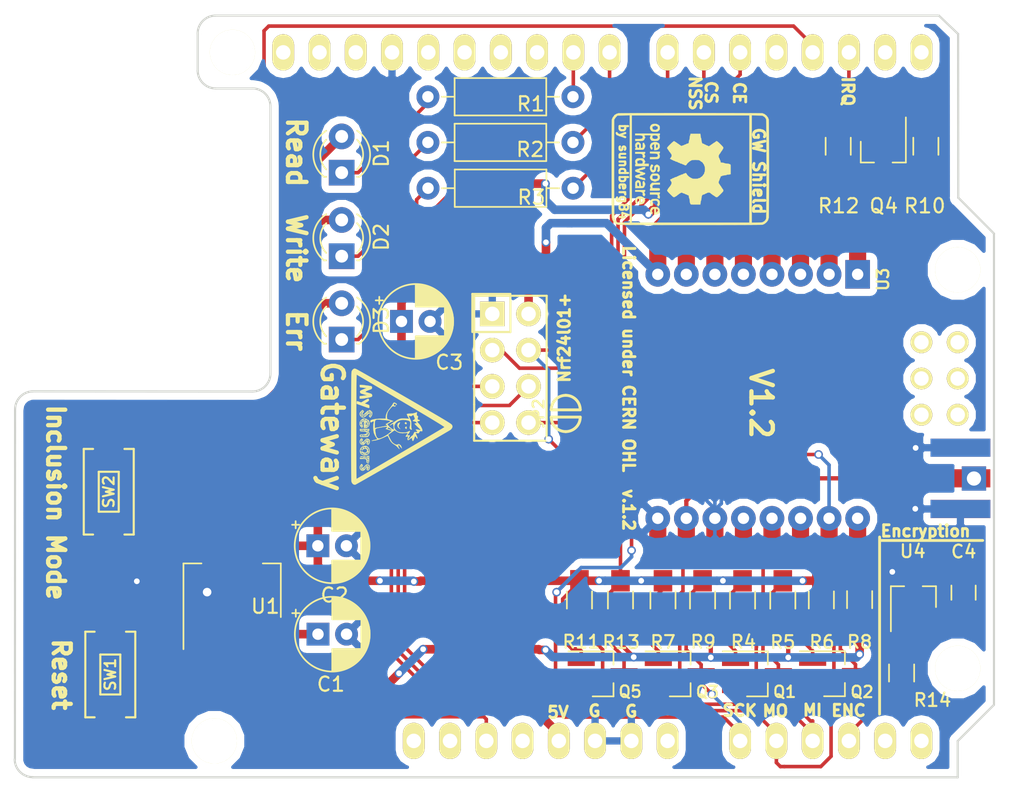
<source format=kicad_pcb>
(kicad_pcb (version 20171130) (host pcbnew 5.0.2-bee76a0~70~ubuntu18.04.1)

  (general
    (thickness 1)
    (drawings 42)
    (tracks 459)
    (zones 0)
    (modules 38)
    (nets 55)
  )

  (page A4)
  (layers
    (0 F.Cu signal)
    (31 B.Cu signal)
    (32 B.Adhes user)
    (33 F.Adhes user)
    (34 B.Paste user)
    (35 F.Paste user)
    (36 B.SilkS user)
    (37 F.SilkS user)
    (38 B.Mask user)
    (39 F.Mask user)
    (40 Dwgs.User user)
    (41 Cmts.User user)
    (42 Eco1.User user)
    (43 Eco2.User user)
    (44 Edge.Cuts user)
    (45 Margin user)
    (46 B.CrtYd user)
    (47 F.CrtYd user)
    (48 B.Fab user)
    (49 F.Fab user)
  )

  (setup
    (last_trace_width 0.25)
    (trace_clearance 0.2)
    (zone_clearance 0.508)
    (zone_45_only no)
    (trace_min 0.2)
    (segment_width 0.2)
    (edge_width 0.15)
    (via_size 0.6)
    (via_drill 0.4)
    (via_min_size 0.4)
    (via_min_drill 0.3)
    (uvia_size 0.3)
    (uvia_drill 0.1)
    (uvias_allowed no)
    (uvia_min_size 0.2)
    (uvia_min_drill 0.1)
    (pcb_text_width 0.3)
    (pcb_text_size 1.5 1.5)
    (mod_edge_width 0.15)
    (mod_text_size 1 1)
    (mod_text_width 0.15)
    (pad_size 1.524 1.524)
    (pad_drill 0.762)
    (pad_to_mask_clearance 0.2)
    (solder_mask_min_width 0.25)
    (aux_axis_origin 0 0)
    (visible_elements 7FFFFF7F)
    (pcbplotparams
      (layerselection 0x010fc_ffffffff)
      (usegerberextensions false)
      (usegerberattributes false)
      (usegerberadvancedattributes false)
      (creategerberjobfile false)
      (excludeedgelayer true)
      (linewidth 0.100000)
      (plotframeref false)
      (viasonmask false)
      (mode 1)
      (useauxorigin false)
      (hpglpennumber 1)
      (hpglpenspeed 20)
      (hpglpendiameter 15.000000)
      (psnegative false)
      (psa4output false)
      (plotreference true)
      (plotvalue true)
      (plotinvisibletext false)
      (padsonsilk false)
      (subtractmaskfromsilk false)
      (outputformat 1)
      (mirror false)
      (drillshape 0)
      (scaleselection 1)
      (outputdirectory "Gerber/"))
  )

  (net 0 "")
  (net 1 GND)
  (net 2 +5V)
  (net 3 "Net-(D1-Pad1)")
  (net 4 "Net-(D2-Pad1)")
  (net 5 "Net-(D3-Pad1)")
  (net 6 DTR)
  (net 7 GreenLED)
  (net 8 YellowLED)
  (net 9 RedLED)
  (net 10 IRQ)
  (net 11 Inclusion)
  (net 12 CE)
  (net 13 CS)
  (net 14 MOSI)
  (net 15 MISO)
  (net 16 SCK)
  (net 17 "Net-(AE1-Pad1)")
  (net 18 +3V3)
  (net 19 MISO_3v3)
  (net 20 MOSI_3v3)
  (net 21 SCK_3v3)
  (net 22 IRQ_3v3)
  (net 23 CS_3v3)
  (net 24 "Net-(U3-Pad16)")
  (net 25 "Net-(U3-Pad7)")
  (net 26 "Net-(U3-Pad6)")
  (net 27 "Net-(U3-Pad5)")
  (net 28 "Net-(U3-Pad4)")
  (net 29 "Net-(U3-Pad3)")
  (net 30 "Net-(U3-Pad1)")
  (net 31 "Net-(JP2-Pad2)")
  (net 32 A3)
  (net 33 "Net-(SHIELD1-PadAD5)")
  (net 34 "Net-(SHIELD1-PadAD4)")
  (net 35 "Net-(SHIELD1-PadV_IN)")
  (net 36 "Net-(SHIELD1-Pad3V3)")
  (net 37 "Net-(SHIELD1-Pad0)")
  (net 38 "Net-(SHIELD1-Pad1)")
  (net 39 "Net-(SHIELD1-Pad4)")
  (net 40 "Net-(SHIELD1-Pad10)")
  (net 41 "Net-(SHIELD1-Pad11)")
  (net 42 "Net-(SHIELD1-Pad12)")
  (net 43 "Net-(SHIELD1-Pad13)")
  (net 44 "Net-(SHIELD1-PadAREF)")
  (net 45 "Net-(SHIELD1-PadSDA)")
  (net 46 "Net-(SHIELD1-PadSCL)")
  (net 47 "Net-(SHIELD1-PadIO_R)")
  (net 48 "Net-(SHIELD1-PadNC)")
  (net 49 "Net-(SHIELD1-PadSP1)")
  (net 50 "Net-(SHIELD1-PadSP2)")
  (net 51 "Net-(SHIELD1-PadSP3)")
  (net 52 "Net-(SHIELD1-PadSP4)")
  (net 53 "Net-(SHIELD1-PadSP5)")
  (net 54 "Net-(SHIELD1-PadSP6)")

  (net_class Default "This is the default net class."
    (clearance 0.2)
    (trace_width 0.25)
    (via_dia 0.6)
    (via_drill 0.4)
    (uvia_dia 0.3)
    (uvia_drill 0.1)
    (add_net A3)
    (add_net CE)
    (add_net CS)
    (add_net CS_3v3)
    (add_net DTR)
    (add_net GreenLED)
    (add_net IRQ)
    (add_net IRQ_3v3)
    (add_net Inclusion)
    (add_net MISO)
    (add_net MISO_3v3)
    (add_net MOSI)
    (add_net MOSI_3v3)
    (add_net "Net-(AE1-Pad1)")
    (add_net "Net-(D1-Pad1)")
    (add_net "Net-(D2-Pad1)")
    (add_net "Net-(D3-Pad1)")
    (add_net "Net-(JP2-Pad2)")
    (add_net "Net-(SHIELD1-Pad0)")
    (add_net "Net-(SHIELD1-Pad1)")
    (add_net "Net-(SHIELD1-Pad10)")
    (add_net "Net-(SHIELD1-Pad11)")
    (add_net "Net-(SHIELD1-Pad12)")
    (add_net "Net-(SHIELD1-Pad13)")
    (add_net "Net-(SHIELD1-Pad3V3)")
    (add_net "Net-(SHIELD1-Pad4)")
    (add_net "Net-(SHIELD1-PadAD4)")
    (add_net "Net-(SHIELD1-PadAD5)")
    (add_net "Net-(SHIELD1-PadAREF)")
    (add_net "Net-(SHIELD1-PadIO_R)")
    (add_net "Net-(SHIELD1-PadNC)")
    (add_net "Net-(SHIELD1-PadSCL)")
    (add_net "Net-(SHIELD1-PadSDA)")
    (add_net "Net-(SHIELD1-PadSP1)")
    (add_net "Net-(SHIELD1-PadSP2)")
    (add_net "Net-(SHIELD1-PadSP3)")
    (add_net "Net-(SHIELD1-PadSP4)")
    (add_net "Net-(SHIELD1-PadSP5)")
    (add_net "Net-(SHIELD1-PadSP6)")
    (add_net "Net-(SHIELD1-PadV_IN)")
    (add_net "Net-(U3-Pad1)")
    (add_net "Net-(U3-Pad16)")
    (add_net "Net-(U3-Pad3)")
    (add_net "Net-(U3-Pad4)")
    (add_net "Net-(U3-Pad5)")
    (add_net "Net-(U3-Pad6)")
    (add_net "Net-(U3-Pad7)")
    (add_net RedLED)
    (add_net SCK)
    (add_net SCK_3v3)
    (add_net YellowLED)
  )

  (net_class Big ""
    (clearance 0.2)
    (trace_width 0.6)
    (via_dia 0.6)
    (via_drill 0.4)
    (uvia_dia 0.3)
    (uvia_drill 0.1)
    (add_net +3V3)
    (add_net +5V)
    (add_net GND)
  )

  (module freetronics_footprints:ARDUINO_SHIELD (layer F.Cu) (tedit 5C7C2D28) (tstamp 5C759C1B)
    (at 138.53 117.54)
    (descr http://www.thingiverse.com/thing:9630)
    (path /5C757F85)
    (fp_text reference SHIELD1 (at 5.715 -57.15) (layer F.SilkS) hide
      (effects (font (size 1.524 1.524) (thickness 0.3048)))
    )
    (fp_text value ARDUINO_SHIELD (at 10.16 -54.61) (layer F.SilkS) hide
      (effects (font (size 1.524 1.524) (thickness 0.3048)))
    )
    (fp_line (start 66.04 -40.64) (end 66.04 -52.07) (layer Cmts.User) (width 0.381))
    (fp_line (start 66.04 -52.07) (end 64.77 -53.34) (layer Cmts.User) (width 0.381))
    (fp_line (start 64.77 -53.34) (end 0 -53.34) (layer Cmts.User) (width 0.381))
    (fp_line (start 66.04 0) (end 0 0) (layer Cmts.User) (width 0.381))
    (fp_line (start 0 0) (end 0 -53.34) (layer Cmts.User) (width 0.381))
    (fp_line (start 66.04 -40.64) (end 68.58 -38.1) (layer Cmts.User) (width 0.381))
    (fp_line (start 68.58 -38.1) (end 68.58 -5.08) (layer Cmts.User) (width 0.381))
    (fp_line (start 68.58 -5.08) (end 66.04 -2.54) (layer Cmts.User) (width 0.381))
    (fp_line (start 66.04 -2.54) (end 66.04 0) (layer Cmts.User) (width 0.381))
    (pad AD5 thru_hole oval (at 63.5 -2.54 90) (size 2.54 1.524) (drill 1.016) (layers *.Cu *.Mask F.SilkS)
      (net 33 "Net-(SHIELD1-PadAD5)"))
    (pad AD4 thru_hole oval (at 60.96 -2.54 90) (size 2.54 1.524) (drill 1.016) (layers *.Cu *.Mask F.SilkS)
      (net 34 "Net-(SHIELD1-PadAD4)"))
    (pad AD3 thru_hole oval (at 58.42 -2.54 90) (size 2.54 1.524) (drill 1.016) (layers *.Cu *.Mask F.SilkS)
      (net 32 A3))
    (pad AD0 thru_hole oval (at 50.8 -2.54 90) (size 2.54 1.524) (drill 1.016) (layers *.Cu *.Mask F.SilkS)
      (net 16 SCK))
    (pad AD1 thru_hole oval (at 53.34 -2.54 90) (size 2.54 1.524) (drill 1.016) (layers *.Cu *.Mask F.SilkS)
      (net 14 MOSI))
    (pad AD2 thru_hole oval (at 55.88 -2.54 90) (size 2.54 1.524) (drill 1.016) (layers *.Cu *.Mask F.SilkS)
      (net 15 MISO))
    (pad V_IN thru_hole oval (at 45.72 -2.54 90) (size 2.54 1.524) (drill 1.016) (layers *.Cu *.Mask F.SilkS)
      (net 35 "Net-(SHIELD1-PadV_IN)"))
    (pad GND2 thru_hole oval (at 43.18 -2.54 90) (size 2.54 1.524) (drill 1.016) (layers *.Cu *.Mask F.SilkS)
      (net 1 GND))
    (pad GND1 thru_hole oval (at 40.64 -2.54 90) (size 2.54 1.524) (drill 1.016) (layers *.Cu *.Mask F.SilkS)
      (net 1 GND))
    (pad 3V3 thru_hole oval (at 35.56 -2.54 90) (size 2.54 1.524) (drill 1.016) (layers *.Cu *.Mask F.SilkS)
      (net 36 "Net-(SHIELD1-Pad3V3)"))
    (pad RST thru_hole oval (at 33.02 -2.54 90) (size 2.54 1.524) (drill 1.016) (layers *.Cu *.Mask F.SilkS)
      (net 6 DTR))
    (pad 0 thru_hole oval (at 63.5 -50.8 90) (size 2.54 1.524) (drill 1.016) (layers *.Cu *.Mask F.SilkS)
      (net 37 "Net-(SHIELD1-Pad0)"))
    (pad 1 thru_hole oval (at 60.96 -50.8 90) (size 2.54 1.524) (drill 1.016) (layers *.Cu *.Mask F.SilkS)
      (net 38 "Net-(SHIELD1-Pad1)"))
    (pad 2 thru_hole oval (at 58.42 -50.8 90) (size 2.54 1.524) (drill 1.016) (layers *.Cu *.Mask F.SilkS)
      (net 10 IRQ))
    (pad 3 thru_hole oval (at 55.88 -50.8 90) (size 2.54 1.524) (drill 1.016) (layers *.Cu *.Mask F.SilkS)
      (net 11 Inclusion))
    (pad 4 thru_hole oval (at 53.34 -50.8 90) (size 2.54 1.524) (drill 1.016) (layers *.Cu *.Mask F.SilkS)
      (net 39 "Net-(SHIELD1-Pad4)"))
    (pad 5 thru_hole oval (at 50.8 -50.8 90) (size 2.54 1.524) (drill 1.016) (layers *.Cu *.Mask F.SilkS)
      (net 12 CE))
    (pad 6 thru_hole oval (at 48.26 -50.8 90) (size 2.54 1.524) (drill 1.016) (layers *.Cu *.Mask F.SilkS)
      (net 13 CS))
    (pad 7 thru_hole oval (at 45.72 -50.8 90) (size 2.54 1.524) (drill 1.016) (layers *.Cu *.Mask F.SilkS)
      (net 9 RedLED))
    (pad 8 thru_hole oval (at 41.656 -50.8 90) (size 2.54 1.524) (drill 1.016) (layers *.Cu *.Mask F.SilkS)
      (net 8 YellowLED))
    (pad 9 thru_hole oval (at 39.116 -50.8 90) (size 2.54 1.524) (drill 1.016) (layers *.Cu *.Mask F.SilkS)
      (net 7 GreenLED))
    (pad 10 thru_hole oval (at 36.576 -50.8 90) (size 2.54 1.524) (drill 1.016) (layers *.Cu *.Mask F.SilkS)
      (net 40 "Net-(SHIELD1-Pad10)"))
    (pad 11 thru_hole oval (at 34.036 -50.8 90) (size 2.54 1.524) (drill 1.016) (layers *.Cu *.Mask F.SilkS)
      (net 41 "Net-(SHIELD1-Pad11)"))
    (pad 12 thru_hole oval (at 31.496 -50.8 90) (size 2.54 1.524) (drill 1.016) (layers *.Cu *.Mask F.SilkS)
      (net 42 "Net-(SHIELD1-Pad12)"))
    (pad 13 thru_hole oval (at 28.956 -50.8 90) (size 2.54 1.524) (drill 1.016) (layers *.Cu *.Mask F.SilkS)
      (net 43 "Net-(SHIELD1-Pad13)"))
    (pad GND3 thru_hole oval (at 26.416 -50.8 90) (size 2.54 1.524) (drill 1.016) (layers *.Cu *.Mask F.SilkS)
      (net 1 GND))
    (pad AREF thru_hole oval (at 23.876 -50.8 90) (size 2.54 1.524) (drill 1.016) (layers *.Cu *.Mask F.SilkS)
      (net 44 "Net-(SHIELD1-PadAREF)"))
    (pad 5V thru_hole oval (at 38.1 -2.54 90) (size 2.54 1.524) (drill 1.016) (layers *.Cu *.Mask F.SilkS)
      (net 2 +5V))
    (pad "" np_thru_hole circle (at 66.04 -7.62 90) (size 3.175 3.175) (drill 3.175) (layers *.Cu *.Mask F.SilkS))
    (pad "" np_thru_hole circle (at 66.04 -35.56 90) (size 3.175 3.175) (drill 3.175) (layers *.Cu *.Mask F.SilkS))
    (pad "" np_thru_hole circle (at 15.24 -50.8 90) (size 3.175 3.175) (drill 3.175) (layers *.Cu *.Mask F.SilkS))
    (pad "" np_thru_hole circle (at 13.97 -2.54 90) (size 3.175 3.175) (drill 3.175) (layers *.Cu *.Mask F.SilkS))
    (pad SDA thru_hole oval (at 21.336 -50.8 90) (size 2.54 1.524) (drill 1.016) (layers *.Cu *.Mask F.SilkS)
      (net 45 "Net-(SHIELD1-PadSDA)"))
    (pad SCL thru_hole oval (at 18.796 -50.8 90) (size 2.54 1.524) (drill 1.016) (layers *.Cu *.Mask F.SilkS)
      (net 46 "Net-(SHIELD1-PadSCL)"))
    (pad IO_R thru_hole oval (at 30.48 -2.54 90) (size 2.54 1.524) (drill 1.016) (layers *.Cu *.Mask F.SilkS)
      (net 47 "Net-(SHIELD1-PadIO_R)"))
    (pad NC thru_hole oval (at 27.94 -2.54 90) (size 2.54 1.524) (drill 1.016) (layers *.Cu *.Mask F.SilkS)
      (net 48 "Net-(SHIELD1-PadNC)"))
    (pad SP1 thru_hole circle (at 63.5 -30.48 90) (size 1.524 1.524) (drill 1.016) (layers *.Cu *.Mask F.SilkS)
      (net 49 "Net-(SHIELD1-PadSP1)"))
    (pad SP2 thru_hole circle (at 66.04 -30.48 90) (size 1.524 1.524) (drill 1.016) (layers *.Cu *.Mask F.SilkS)
      (net 50 "Net-(SHIELD1-PadSP2)"))
    (pad SP3 thru_hole circle (at 63.5 -27.94 90) (size 1.524 1.524) (drill 1.016) (layers *.Cu *.Mask F.SilkS)
      (net 51 "Net-(SHIELD1-PadSP3)"))
    (pad SP4 thru_hole circle (at 66.04 -27.94 90) (size 1.524 1.524) (drill 1.016) (layers *.Cu *.Mask F.SilkS)
      (net 52 "Net-(SHIELD1-PadSP4)"))
    (pad SP5 thru_hole circle (at 63.5 -25.4 90) (size 1.524 1.524) (drill 1.016) (layers *.Cu *.Mask F.SilkS)
      (net 53 "Net-(SHIELD1-PadSP5)"))
    (pad SP6 thru_hole circle (at 66.04 -25.4 90) (size 1.524 1.524) (drill 1.016) (layers *.Cu *.Mask F.SilkS)
      (net 54 "Net-(SHIELD1-PadSP6)"))
  )

  (module Resistors_SMD:R_0805_HandSoldering (layer F.Cu) (tedit 5F280F67) (tstamp 5F41B776)
    (at 196.2 73.32 90)
    (descr "Resistor SMD 0805, hand soldering")
    (tags "resistor 0805")
    (path /5C7B2AB9)
    (attr smd)
    (fp_text reference R12 (at -4.18 0.03 -180) (layer F.SilkS)
      (effects (font (size 1 1) (thickness 0.15)))
    )
    (fp_text value R (at 0 1.75 90) (layer F.Fab) hide
      (effects (font (size 1 1) (thickness 0.15)))
    )
    (fp_line (start 2.35 0.9) (end -2.35 0.9) (layer F.CrtYd) (width 0.05))
    (fp_line (start 2.35 0.9) (end 2.35 -0.9) (layer F.CrtYd) (width 0.05))
    (fp_line (start -2.35 -0.9) (end -2.35 0.9) (layer F.CrtYd) (width 0.05))
    (fp_line (start -2.35 -0.9) (end 2.35 -0.9) (layer F.CrtYd) (width 0.05))
    (fp_line (start -0.6 -0.88) (end 0.6 -0.88) (layer F.SilkS) (width 0.12))
    (fp_line (start 0.6 0.88) (end -0.6 0.88) (layer F.SilkS) (width 0.12))
    (fp_line (start -1 -0.62) (end 1 -0.62) (layer F.Fab) (width 0.1))
    (fp_line (start 1 -0.62) (end 1 0.62) (layer F.Fab) (width 0.1))
    (fp_line (start 1 0.62) (end -1 0.62) (layer F.Fab) (width 0.1))
    (fp_line (start -1 0.62) (end -1 -0.62) (layer F.Fab) (width 0.1))
    (fp_text user %R (at 0 0 90) (layer F.Fab)
      (effects (font (size 0.5 0.5) (thickness 0.075)))
    )
    (pad 2 smd rect (at 1.35 0 90) (size 1.5 1.3) (layers F.Cu F.Paste F.Mask)
      (net 10 IRQ))
    (pad 1 smd rect (at -1.35 0 90) (size 1.5 1.3) (layers F.Cu F.Paste F.Mask)
      (net 2 +5V))
    (model ${KISYS3DMOD}/Resistors_SMD.3dshapes/R_0805.wrl
      (at (xyz 0 0 0))
      (scale (xyz 1 1 1))
      (rotate (xyz 0 0 0))
    )
  )

  (module ASKicadLib:SMA_EDGE (layer F.Cu) (tedit 5C7845C9) (tstamp 5C786894)
    (at 206.8576 96.5962 90)
    (path /5C785B2E)
    (fp_text reference AE1 (at 0 -6.35 90) (layer F.SilkS) hide
      (effects (font (size 1.5 1.5) (thickness 0.15)))
    )
    (fp_text value Antenna_Shield (at 4.0386 4.699 270) (layer F.SilkS) hide
      (effects (font (size 1.5 1.5) (thickness 0.15)))
    )
    (pad 2 smd rect (at -2.1463 -2.0955 90) (size 1.27 4.191) (layers F.Cu F.Paste F.Mask)
      (net 1 GND))
    (pad 2 smd rect (at 2.1463 -2.0955 90) (size 1.27 4.191) (layers F.Cu F.Paste F.Mask)
      (net 1 GND))
    (pad 1 smd rect (at 0 -1.8415 90) (size 1.27 3.683) (layers F.Cu F.Paste F.Mask)
      (net 17 "Net-(AE1-Pad1)"))
    (pad 2 smd rect (at -2.1463 -2.0955 90) (size 1.27 4.191) (layers B.Cu B.Paste B.Mask)
      (net 1 GND))
    (pad 2 smd rect (at 2.1463 -2.0955 90) (size 1.27 4.191) (layers B.Cu B.Paste B.Mask)
      (net 1 GND))
  )

  (module Connector_PinSocket_2.54mm:PinSocket_1x01_P2.54mm_Vertical (layer F.Cu) (tedit 5C99ED14) (tstamp 5CA6B2AE)
    (at 205.71 96.61)
    (descr "Through hole straight socket strip, 1x01, 2.54mm pitch, single row (from Kicad 4.0.7), script generated")
    (tags "Through hole socket strip THT 1x01 2.54mm single row")
    (path /5C9AC147)
    (fp_text reference AE2 (at 0 -2.77) (layer F.SilkS) hide
      (effects (font (size 1 1) (thickness 0.15)))
    )
    (fp_text value Antenna (at 0 2.77) (layer F.Fab) hide
      (effects (font (size 1 1) (thickness 0.15)))
    )
    (pad 1 thru_hole rect (at 0 0) (size 1.7 1.7) (drill 1) (layers *.Cu *.Mask)
      (net 17 "Net-(AE1-Pad1)"))
    (model ${KISYS3DMOD}/Connector_PinSocket_2.54mm.3dshapes/PinSocket_1x01_P2.54mm_Vertical.wrl
      (at (xyz 0 0 0))
      (scale (xyz 1 1 1))
      (rotate (xyz 0 0 0))
    )
  )

  (module LEDs:LED_D3.0mm (layer F.Cu) (tedit 5C759D13) (tstamp 5C759B18)
    (at 161.4198 75.1708 90)
    (descr "LED, diameter 3.0mm, 2 pins")
    (tags "LED diameter 3.0mm 2 pins")
    (path /5C75BB7A)
    (fp_text reference D1 (at 1.3462 2.7804 90) (layer F.SilkS)
      (effects (font (size 1 1) (thickness 0.15)))
    )
    (fp_text value LED (at 1.27 2.96 90) (layer F.Fab) hide
      (effects (font (size 1 1) (thickness 0.15)))
    )
    (fp_arc (start 1.27 0) (end -0.23 -1.16619) (angle 284.3) (layer F.Fab) (width 0.1))
    (fp_arc (start 1.27 0) (end -0.29 -1.235516) (angle 108.8) (layer F.SilkS) (width 0.12))
    (fp_arc (start 1.27 0) (end -0.29 1.235516) (angle -108.8) (layer F.SilkS) (width 0.12))
    (fp_arc (start 1.27 0) (end 0.229039 -1.08) (angle 87.9) (layer F.SilkS) (width 0.12))
    (fp_arc (start 1.27 0) (end 0.229039 1.08) (angle -87.9) (layer F.SilkS) (width 0.12))
    (fp_circle (center 1.27 0) (end 2.77 0) (layer F.Fab) (width 0.1))
    (fp_line (start -0.23 -1.16619) (end -0.23 1.16619) (layer F.Fab) (width 0.1))
    (fp_line (start -0.29 -1.236) (end -0.29 -1.08) (layer F.SilkS) (width 0.12))
    (fp_line (start -0.29 1.08) (end -0.29 1.236) (layer F.SilkS) (width 0.12))
    (fp_line (start -1.15 -2.25) (end -1.15 2.25) (layer F.CrtYd) (width 0.05))
    (fp_line (start -1.15 2.25) (end 3.7 2.25) (layer F.CrtYd) (width 0.05))
    (fp_line (start 3.7 2.25) (end 3.7 -2.25) (layer F.CrtYd) (width 0.05))
    (fp_line (start 3.7 -2.25) (end -1.15 -2.25) (layer F.CrtYd) (width 0.05))
    (pad 1 thru_hole rect (at 0 0 90) (size 1.8 1.8) (drill 0.9) (layers *.Cu *.Mask)
      (net 3 "Net-(D1-Pad1)"))
    (pad 2 thru_hole circle (at 2.54 0 90) (size 1.8 1.8) (drill 0.9) (layers *.Cu *.Mask)
      (net 2 +5V))
    (model ${KISYS3DMOD}/LEDs.3dshapes/LED-3MM.wrl
      (offset (xyz 1.5 0 0.5))
      (scale (xyz 1 1 1))
      (rotate (xyz 0 0 -85))
    )
  )

  (module LEDs:LED_D3.0mm (layer F.Cu) (tedit 5C759D0F) (tstamp 5C759B2B)
    (at 161.4198 81.026 90)
    (descr "LED, diameter 3.0mm, 2 pins")
    (tags "LED diameter 3.0mm 2 pins")
    (path /5C75BC76)
    (fp_text reference D2 (at 1.3462 2.7804 90) (layer F.SilkS)
      (effects (font (size 1 1) (thickness 0.15)))
    )
    (fp_text value LED (at 1.27 2.96 90) (layer F.Fab) hide
      (effects (font (size 1 1) (thickness 0.15)))
    )
    (fp_arc (start 1.27 0) (end -0.23 -1.16619) (angle 284.3) (layer F.Fab) (width 0.1))
    (fp_arc (start 1.27 0) (end -0.29 -1.235516) (angle 108.8) (layer F.SilkS) (width 0.12))
    (fp_arc (start 1.27 0) (end -0.29 1.235516) (angle -108.8) (layer F.SilkS) (width 0.12))
    (fp_arc (start 1.27 0) (end 0.229039 -1.08) (angle 87.9) (layer F.SilkS) (width 0.12))
    (fp_arc (start 1.27 0) (end 0.229039 1.08) (angle -87.9) (layer F.SilkS) (width 0.12))
    (fp_circle (center 1.27 0) (end 2.77 0) (layer F.Fab) (width 0.1))
    (fp_line (start -0.23 -1.16619) (end -0.23 1.16619) (layer F.Fab) (width 0.1))
    (fp_line (start -0.29 -1.236) (end -0.29 -1.08) (layer F.SilkS) (width 0.12))
    (fp_line (start -0.29 1.08) (end -0.29 1.236) (layer F.SilkS) (width 0.12))
    (fp_line (start -1.15 -2.25) (end -1.15 2.25) (layer F.CrtYd) (width 0.05))
    (fp_line (start -1.15 2.25) (end 3.7 2.25) (layer F.CrtYd) (width 0.05))
    (fp_line (start 3.7 2.25) (end 3.7 -2.25) (layer F.CrtYd) (width 0.05))
    (fp_line (start 3.7 -2.25) (end -1.15 -2.25) (layer F.CrtYd) (width 0.05))
    (pad 1 thru_hole rect (at 0 0 90) (size 1.8 1.8) (drill 0.9) (layers *.Cu *.Mask)
      (net 4 "Net-(D2-Pad1)"))
    (pad 2 thru_hole circle (at 2.54 0 90) (size 1.8 1.8) (drill 0.9) (layers *.Cu *.Mask)
      (net 2 +5V))
  )

  (module LEDs:LED_D3.0mm (layer F.Cu) (tedit 5C76C075) (tstamp 5C759B3E)
    (at 161.4198 86.868 90)
    (descr "LED, diameter 3.0mm, 2 pins")
    (tags "LED diameter 3.0mm 2 pins")
    (path /5C75BCE6)
    (fp_text reference D3 (at 1.3462 2.7804 90) (layer F.SilkS)
      (effects (font (size 1 1) (thickness 0.15)))
    )
    (fp_text value LED (at 1.27 2.96 90) (layer F.Fab) hide
      (effects (font (size 1 1) (thickness 0.15)))
    )
    (fp_arc (start 1.27 0) (end -0.23 -1.16619) (angle 284.3) (layer F.Fab) (width 0.1))
    (fp_arc (start 1.27 0) (end -0.29 -1.235516) (angle 108.8) (layer F.SilkS) (width 0.12))
    (fp_arc (start 1.27 0) (end -0.29 1.235516) (angle -108.8) (layer F.SilkS) (width 0.12))
    (fp_arc (start 1.27 0) (end 0.229039 -1.08) (angle 87.9) (layer F.SilkS) (width 0.12))
    (fp_arc (start 1.27 0) (end 0.229039 1.08) (angle -87.9) (layer F.SilkS) (width 0.12))
    (fp_circle (center 1.27 0) (end 2.77 0) (layer F.Fab) (width 0.1))
    (fp_line (start -0.23 -1.16619) (end -0.23 1.16619) (layer F.Fab) (width 0.1))
    (fp_line (start -0.29 -1.236) (end -0.29 -1.08) (layer F.SilkS) (width 0.12))
    (fp_line (start -0.29 1.08) (end -0.29 1.236) (layer F.SilkS) (width 0.12))
    (fp_line (start -1.15 -2.25) (end -1.15 2.25) (layer F.CrtYd) (width 0.05))
    (fp_line (start -1.15 2.25) (end 3.7 2.25) (layer F.CrtYd) (width 0.05))
    (fp_line (start 3.7 2.25) (end 3.7 -2.25) (layer F.CrtYd) (width 0.05))
    (fp_line (start 3.7 -2.25) (end -1.15 -2.25) (layer F.CrtYd) (width 0.05))
    (pad 1 thru_hole rect (at 0 0 90) (size 1.8 1.8) (drill 0.9) (layers *.Cu *.Mask)
      (net 5 "Net-(D3-Pad1)"))
    (pad 2 thru_hole circle (at 2.54 0 90) (size 1.8 1.8) (drill 0.9) (layers *.Cu *.Mask)
      (net 2 +5V))
  )

  (module Resistors_ThroughHole:R_Axial_DIN0207_L6.3mm_D2.5mm_P10.16mm_Horizontal (layer F.Cu) (tedit 5C76C193) (tstamp 5C770A8F)
    (at 167.46 69.85)
    (descr "Resistor, Axial_DIN0207 series, Axial, Horizontal, pin pitch=10.16mm, 0.25W = 1/4W, length*diameter=6.3*2.5mm^2, http://cdn-reichelt.de/documents/datenblatt/B400/1_4W%23YAG.pdf")
    (tags "Resistor Axial_DIN0207 series Axial Horizontal pin pitch 10.16mm 0.25W = 1/4W length 6.3mm diameter 2.5mm")
    (path /5C75C217)
    (fp_text reference R1 (at 7.2008 0.5084) (layer F.SilkS)
      (effects (font (size 1 1) (thickness 0.15)))
    )
    (fp_text value R (at 5.08 2.31) (layer F.Fab) hide
      (effects (font (size 1 1) (thickness 0.15)))
    )
    (fp_line (start 1.93 -1.25) (end 1.93 1.25) (layer F.Fab) (width 0.1))
    (fp_line (start 1.93 1.25) (end 8.23 1.25) (layer F.Fab) (width 0.1))
    (fp_line (start 8.23 1.25) (end 8.23 -1.25) (layer F.Fab) (width 0.1))
    (fp_line (start 8.23 -1.25) (end 1.93 -1.25) (layer F.Fab) (width 0.1))
    (fp_line (start 0 0) (end 1.93 0) (layer F.Fab) (width 0.1))
    (fp_line (start 10.16 0) (end 8.23 0) (layer F.Fab) (width 0.1))
    (fp_line (start 1.87 -1.31) (end 1.87 1.31) (layer F.SilkS) (width 0.12))
    (fp_line (start 1.87 1.31) (end 8.29 1.31) (layer F.SilkS) (width 0.12))
    (fp_line (start 8.29 1.31) (end 8.29 -1.31) (layer F.SilkS) (width 0.12))
    (fp_line (start 8.29 -1.31) (end 1.87 -1.31) (layer F.SilkS) (width 0.12))
    (fp_line (start 0.98 0) (end 1.87 0) (layer F.SilkS) (width 0.12))
    (fp_line (start 9.18 0) (end 8.29 0) (layer F.SilkS) (width 0.12))
    (fp_line (start -1.05 -1.6) (end -1.05 1.6) (layer F.CrtYd) (width 0.05))
    (fp_line (start -1.05 1.6) (end 11.25 1.6) (layer F.CrtYd) (width 0.05))
    (fp_line (start 11.25 1.6) (end 11.25 -1.6) (layer F.CrtYd) (width 0.05))
    (fp_line (start 11.25 -1.6) (end -1.05 -1.6) (layer F.CrtYd) (width 0.05))
    (pad 1 thru_hole circle (at 0 0) (size 1.6 1.6) (drill 0.8) (layers *.Cu *.Mask)
      (net 3 "Net-(D1-Pad1)"))
    (pad 2 thru_hole oval (at 10.16 0) (size 1.6 1.6) (drill 0.8) (layers *.Cu *.Mask)
      (net 7 GreenLED))
  )

  (module Resistors_ThroughHole:R_Axial_DIN0207_L6.3mm_D2.5mm_P10.16mm_Horizontal (layer F.Cu) (tedit 5C76C18F) (tstamp 5C770A50)
    (at 167.46 73.05)
    (descr "Resistor, Axial_DIN0207 series, Axial, Horizontal, pin pitch=10.16mm, 0.25W = 1/4W, length*diameter=6.3*2.5mm^2, http://cdn-reichelt.de/documents/datenblatt/B400/1_4W%23YAG.pdf")
    (tags "Resistor Axial_DIN0207 series Axial Horizontal pin pitch 10.16mm 0.25W = 1/4W length 6.3mm diameter 2.5mm")
    (path /5C75C2B2)
    (fp_text reference R2 (at 7.1654 0.5012) (layer F.SilkS)
      (effects (font (size 1 1) (thickness 0.15)))
    )
    (fp_text value R (at 5.08 2.31) (layer F.Fab) hide
      (effects (font (size 1 1) (thickness 0.15)))
    )
    (fp_line (start 1.93 -1.25) (end 1.93 1.25) (layer F.Fab) (width 0.1))
    (fp_line (start 1.93 1.25) (end 8.23 1.25) (layer F.Fab) (width 0.1))
    (fp_line (start 8.23 1.25) (end 8.23 -1.25) (layer F.Fab) (width 0.1))
    (fp_line (start 8.23 -1.25) (end 1.93 -1.25) (layer F.Fab) (width 0.1))
    (fp_line (start 0 0) (end 1.93 0) (layer F.Fab) (width 0.1))
    (fp_line (start 10.16 0) (end 8.23 0) (layer F.Fab) (width 0.1))
    (fp_line (start 1.87 -1.31) (end 1.87 1.31) (layer F.SilkS) (width 0.12))
    (fp_line (start 1.87 1.31) (end 8.29 1.31) (layer F.SilkS) (width 0.12))
    (fp_line (start 8.29 1.31) (end 8.29 -1.31) (layer F.SilkS) (width 0.12))
    (fp_line (start 8.29 -1.31) (end 1.87 -1.31) (layer F.SilkS) (width 0.12))
    (fp_line (start 0.98 0) (end 1.87 0) (layer F.SilkS) (width 0.12))
    (fp_line (start 9.18 0) (end 8.29 0) (layer F.SilkS) (width 0.12))
    (fp_line (start -1.05 -1.6) (end -1.05 1.6) (layer F.CrtYd) (width 0.05))
    (fp_line (start -1.05 1.6) (end 11.25 1.6) (layer F.CrtYd) (width 0.05))
    (fp_line (start 11.25 1.6) (end 11.25 -1.6) (layer F.CrtYd) (width 0.05))
    (fp_line (start 11.25 -1.6) (end -1.05 -1.6) (layer F.CrtYd) (width 0.05))
    (pad 1 thru_hole circle (at 0 0) (size 1.6 1.6) (drill 0.8) (layers *.Cu *.Mask)
      (net 4 "Net-(D2-Pad1)"))
    (pad 2 thru_hole oval (at 10.16 0) (size 1.6 1.6) (drill 0.8) (layers *.Cu *.Mask)
      (net 8 YellowLED))
  )

  (module Resistors_ThroughHole:R_Axial_DIN0207_L6.3mm_D2.5mm_P10.16mm_Horizontal (layer F.Cu) (tedit 5C76C18A) (tstamp 5CAA0864)
    (at 167.47 76.26)
    (descr "Resistor, Axial_DIN0207 series, Axial, Horizontal, pin pitch=10.16mm, 0.25W = 1/4W, length*diameter=6.3*2.5mm^2, http://cdn-reichelt.de/documents/datenblatt/B400/1_4W%23YAG.pdf")
    (tags "Resistor Axial_DIN0207 series Axial Horizontal pin pitch 10.16mm 0.25W = 1/4W length 6.3mm diameter 2.5mm")
    (path /5C75C327)
    (fp_text reference R3 (at 7.2408 0.6404) (layer F.SilkS)
      (effects (font (size 1 1) (thickness 0.15)))
    )
    (fp_text value R (at 5.08 2.31) (layer F.Fab) hide
      (effects (font (size 1 1) (thickness 0.15)))
    )
    (fp_line (start 1.93 -1.25) (end 1.93 1.25) (layer F.Fab) (width 0.1))
    (fp_line (start 1.93 1.25) (end 8.23 1.25) (layer F.Fab) (width 0.1))
    (fp_line (start 8.23 1.25) (end 8.23 -1.25) (layer F.Fab) (width 0.1))
    (fp_line (start 8.23 -1.25) (end 1.93 -1.25) (layer F.Fab) (width 0.1))
    (fp_line (start 0 0) (end 1.93 0) (layer F.Fab) (width 0.1))
    (fp_line (start 10.16 0) (end 8.23 0) (layer F.Fab) (width 0.1))
    (fp_line (start 1.87 -1.31) (end 1.87 1.31) (layer F.SilkS) (width 0.12))
    (fp_line (start 1.87 1.31) (end 8.29 1.31) (layer F.SilkS) (width 0.12))
    (fp_line (start 8.29 1.31) (end 8.29 -1.31) (layer F.SilkS) (width 0.12))
    (fp_line (start 8.29 -1.31) (end 1.87 -1.31) (layer F.SilkS) (width 0.12))
    (fp_line (start 0.98 0) (end 1.87 0) (layer F.SilkS) (width 0.12))
    (fp_line (start 9.18 0) (end 8.29 0) (layer F.SilkS) (width 0.12))
    (fp_line (start -1.05 -1.6) (end -1.05 1.6) (layer F.CrtYd) (width 0.05))
    (fp_line (start -1.05 1.6) (end 11.25 1.6) (layer F.CrtYd) (width 0.05))
    (fp_line (start 11.25 1.6) (end 11.25 -1.6) (layer F.CrtYd) (width 0.05))
    (fp_line (start 11.25 -1.6) (end -1.05 -1.6) (layer F.CrtYd) (width 0.05))
    (pad 1 thru_hole circle (at 0 0) (size 1.6 1.6) (drill 0.8) (layers *.Cu *.Mask)
      (net 5 "Net-(D3-Pad1)"))
    (pad 2 thru_hole oval (at 10.16 0) (size 1.6 1.6) (drill 0.8) (layers *.Cu *.Mask)
      (net 9 RedLED))
  )

  (module ASKicadLib:SW_PUSH_AS (layer F.Cu) (tedit 588090BD) (tstamp 5C759C21)
    (at 145.2118 110.346 270)
    (descr "Light Touch Switch")
    (path /5C758110)
    (attr smd)
    (fp_text reference SW1 (at 0 0 90) (layer F.SilkS)
      (effects (font (size 0.75 0.75) (thickness 0.15)))
    )
    (fp_text value SW_PUSHBUTTON (at 0 3 270) (layer F.Fab) hide
      (effects (font (size 1 1) (thickness 0.15)))
    )
    (fp_line (start -1.4 -0.7) (end 1.4 -0.7) (layer F.SilkS) (width 0.15))
    (fp_line (start 1.4 -0.7) (end 1.4 0.7) (layer F.SilkS) (width 0.15))
    (fp_line (start 1.4 0.7) (end -1.4 0.7) (layer F.SilkS) (width 0.15))
    (fp_line (start -1.4 0.7) (end -1.4 -0.7) (layer F.SilkS) (width 0.15))
    (fp_line (start -3.95 -2) (end 3.95 -2) (layer F.CrtYd) (width 0.05))
    (fp_line (start 3.95 -2) (end 3.95 2) (layer F.CrtYd) (width 0.05))
    (fp_line (start 3.95 2) (end -3.95 2) (layer F.CrtYd) (width 0.05))
    (fp_line (start -3.95 2) (end -3.95 -2) (layer F.CrtYd) (width 0.05))
    (fp_line (start 3 -1.75) (end 3 -1.1) (layer F.SilkS) (width 0.15))
    (fp_line (start 3 1.75) (end 3 1.1) (layer F.SilkS) (width 0.15))
    (fp_line (start -3 1.1) (end -3 1.75) (layer F.SilkS) (width 0.15))
    (fp_line (start -3 -1.75) (end -3 -1.1) (layer F.SilkS) (width 0.15))
    (fp_line (start 3 -1.75) (end -3 -1.75) (layer F.SilkS) (width 0.15))
    (fp_line (start -3 1.75) (end 3 1.75) (layer F.SilkS) (width 0.15))
    (pad 2 smd rect (at 3.5 0 270) (size 3 1.6) (layers F.Cu F.Paste F.Mask)
      (net 6 DTR))
    (pad 1 smd rect (at -3.5 0 270) (size 3 1.6) (layers F.Cu F.Paste F.Mask)
      (net 1 GND))
  )

  (module ASKicadLib:SW_PUSH_AS (layer F.Cu) (tedit 588090BD) (tstamp 5C759C27)
    (at 145.104 97.5354 270)
    (descr "Light Touch Switch")
    (path /5C75B20A)
    (attr smd)
    (fp_text reference SW2 (at 0 0 270) (layer F.SilkS)
      (effects (font (size 0.75 0.75) (thickness 0.15)))
    )
    (fp_text value SW_PUSHBUTTON (at 0 3 270) (layer F.Fab) hide
      (effects (font (size 1 1) (thickness 0.15)))
    )
    (fp_line (start -1.4 -0.7) (end 1.4 -0.7) (layer F.SilkS) (width 0.15))
    (fp_line (start 1.4 -0.7) (end 1.4 0.7) (layer F.SilkS) (width 0.15))
    (fp_line (start 1.4 0.7) (end -1.4 0.7) (layer F.SilkS) (width 0.15))
    (fp_line (start -1.4 0.7) (end -1.4 -0.7) (layer F.SilkS) (width 0.15))
    (fp_line (start -3.95 -2) (end 3.95 -2) (layer F.CrtYd) (width 0.05))
    (fp_line (start 3.95 -2) (end 3.95 2) (layer F.CrtYd) (width 0.05))
    (fp_line (start 3.95 2) (end -3.95 2) (layer F.CrtYd) (width 0.05))
    (fp_line (start -3.95 2) (end -3.95 -2) (layer F.CrtYd) (width 0.05))
    (fp_line (start 3 -1.75) (end 3 -1.1) (layer F.SilkS) (width 0.15))
    (fp_line (start 3 1.75) (end 3 1.1) (layer F.SilkS) (width 0.15))
    (fp_line (start -3 1.1) (end -3 1.75) (layer F.SilkS) (width 0.15))
    (fp_line (start -3 -1.75) (end -3 -1.1) (layer F.SilkS) (width 0.15))
    (fp_line (start 3 -1.75) (end -3 -1.75) (layer F.SilkS) (width 0.15))
    (fp_line (start -3 1.75) (end 3 1.75) (layer F.SilkS) (width 0.15))
    (pad 2 smd rect (at 3.5 0 270) (size 3 1.6) (layers F.Cu F.Paste F.Mask)
      (net 1 GND))
    (pad 1 smd rect (at -3.5 0 270) (size 3 1.6) (layers F.Cu F.Paste F.Mask)
      (net 11 Inclusion))
  )

  (module TO_SOT_Packages_SMD:SOT-223 (layer F.Cu) (tedit 5C759A09) (tstamp 5C759C3D)
    (at 153.7462 104.4702 90)
    (descr "module CMS SOT223 4 pins")
    (tags "CMS SOT")
    (path /5C758AB1)
    (attr smd)
    (fp_text reference U1 (at -1.0972 2.3224 180) (layer F.SilkS)
      (effects (font (size 1 1) (thickness 0.15)))
    )
    (fp_text value LM1117-3.3 (at 0 4.5 90) (layer F.Fab) hide
      (effects (font (size 1 1) (thickness 0.15)))
    )
    (fp_text user %R (at 0 0 180) (layer F.Fab) hide
      (effects (font (size 0.8 0.8) (thickness 0.12)))
    )
    (fp_line (start -1.85 -2.3) (end -0.8 -3.35) (layer F.Fab) (width 0.1))
    (fp_line (start 1.91 3.41) (end 1.91 2.15) (layer F.SilkS) (width 0.12))
    (fp_line (start 1.91 -3.41) (end 1.91 -2.15) (layer F.SilkS) (width 0.12))
    (fp_line (start 4.4 -3.6) (end -4.4 -3.6) (layer F.CrtYd) (width 0.05))
    (fp_line (start 4.4 3.6) (end 4.4 -3.6) (layer F.CrtYd) (width 0.05))
    (fp_line (start -4.4 3.6) (end 4.4 3.6) (layer F.CrtYd) (width 0.05))
    (fp_line (start -4.4 -3.6) (end -4.4 3.6) (layer F.CrtYd) (width 0.05))
    (fp_line (start -1.85 -2.3) (end -1.85 3.35) (layer F.Fab) (width 0.1))
    (fp_line (start -1.85 3.41) (end 1.91 3.41) (layer F.SilkS) (width 0.12))
    (fp_line (start -0.8 -3.35) (end 1.85 -3.35) (layer F.Fab) (width 0.1))
    (fp_line (start -4.1 -3.41) (end 1.91 -3.41) (layer F.SilkS) (width 0.12))
    (fp_line (start -1.85 3.35) (end 1.85 3.35) (layer F.Fab) (width 0.1))
    (fp_line (start 1.85 -3.35) (end 1.85 3.35) (layer F.Fab) (width 0.1))
    (pad 4 smd rect (at 3.15 0 90) (size 2 3.8) (layers F.Cu F.Paste F.Mask)
      (net 18 +3V3))
    (pad 2 smd rect (at -3.15 0 90) (size 2 1.5) (layers F.Cu F.Paste F.Mask)
      (net 18 +3V3))
    (pad 3 smd rect (at -3.15 2.3 90) (size 2 1.5) (layers F.Cu F.Paste F.Mask)
      (net 2 +5V))
    (pad 1 smd rect (at -3.15 -2.3 90) (size 2 1.5) (layers F.Cu F.Paste F.Mask)
      (net 1 GND))
  )

  (module mysensors_radios:NRF24L01 (layer F.Cu) (tedit 5C7846A4) (tstamp 5C7C67C3)
    (at 170.446 83.546 90)
    (descr NRF24L01)
    (tags "nRF 24 NRF24L01 NRF24L01+")
    (path /5C75824B)
    (fp_text reference U2 (at -1.016 -1.016 90) (layer F.SilkS) hide
      (effects (font (size 0.8 0.8) (thickness 0.16)))
    )
    (fp_text value NRF24L01 (at -8.382 7.112 90) (layer F.Fab) hide
      (effects (font (size 0.8 0.8) (thickness 0.16)))
    )
    (fp_line (start -15.25 28.8) (end 0 28.8) (layer F.CrtYd) (width 0.15))
    (fp_line (start 0 28.8) (end 0 0) (layer F.CrtYd) (width 0.15))
    (fp_line (start 0 0) (end -15.25 0) (layer F.CrtYd) (width 0.15))
    (fp_line (start -15.25 0) (end -15.25 28.8) (layer F.CrtYd) (width 0.15))
    (fp_line (start -2.794 0.127) (end -0.127 0.127) (layer F.SilkS) (width 0.15))
    (fp_line (start -0.127 0.127) (end -0.127 2.794) (layer F.SilkS) (width 0.15))
    (fp_line (start 0 0) (end -15.25 0) (layer B.CrtYd) (width 0.15))
    (fp_line (start -15.25 0) (end -15.25 28.8) (layer B.CrtYd) (width 0.15))
    (fp_line (start -15.25 28.8) (end 0 28.8) (layer B.CrtYd) (width 0.15))
    (fp_line (start 0 28.8) (end 0 0) (layer B.CrtYd) (width 0.15))
    (fp_line (start -7.874 0.254) (end -10.414 0.254) (layer F.SilkS) (width 0.15))
    (fp_line (start -10.414 0.254) (end -10.414 2.794) (layer F.SilkS) (width 0.15))
    (fp_line (start -2.794 0.254) (end -2.794 2.794) (layer F.SilkS) (width 0.15))
    (fp_line (start -2.794 2.794) (end -0.254 2.794) (layer F.SilkS) (width 0.15))
    (fp_line (start -10.894 -0.226) (end -10.894 5.824) (layer F.CrtYd) (width 0.05))
    (fp_line (start 0.256 -0.226) (end 0.256 5.824) (layer F.CrtYd) (width 0.05))
    (fp_line (start -10.894 -0.226) (end 0.256 -0.226) (layer F.CrtYd) (width 0.05))
    (fp_line (start -10.894 5.824) (end 0.256 5.824) (layer F.CrtYd) (width 0.05))
    (fp_line (start -7.874 0.254) (end -0.254 0.254) (layer F.SilkS) (width 0.15))
    (fp_line (start -0.254 0.254) (end -0.254 5.334) (layer F.SilkS) (width 0.15))
    (fp_line (start -0.254 5.334) (end -10.414 5.334) (layer F.SilkS) (width 0.15))
    (fp_line (start -10.414 5.334) (end -10.414 2.794) (layer F.SilkS) (width 0.15))
    (pad 7 thru_hole oval (at -9.144 1.524 90) (size 1.7272 1.7272) (drill 1.016) (layers *.Cu *.Mask F.SilkS)
      (net 15 MISO))
    (pad 8 thru_hole oval (at -9.144 4.064 90) (size 1.7272 1.7272) (drill 1.016) (layers *.Cu *.Mask F.SilkS)
      (net 31 "Net-(JP2-Pad2)"))
    (pad 5 thru_hole oval (at -6.604 1.524 90) (size 1.7272 1.7272) (drill 1.016) (layers *.Cu *.Mask F.SilkS)
      (net 16 SCK))
    (pad 6 thru_hole oval (at -6.604 4.064 90) (size 1.7272 1.7272) (drill 1.016) (layers *.Cu *.Mask F.SilkS)
      (net 14 MOSI))
    (pad 3 thru_hole oval (at -4.064 1.524 90) (size 1.7272 1.7272) (drill 1.016) (layers *.Cu *.Mask F.SilkS)
      (net 12 CE))
    (pad 4 thru_hole oval (at -4.064 4.064 90) (size 1.7272 1.7272) (drill 1.016) (layers *.Cu *.Mask F.SilkS)
      (net 13 CS))
    (pad 1 thru_hole rect (at -1.524 1.524 90) (size 1.7272 1.7272) (drill 1.016) (layers *.Cu *.Mask F.SilkS)
      (net 1 GND))
    (pad 2 thru_hole oval (at -1.524 4.064 90) (size 1.7272 1.7272) (drill 1.016) (layers *.Cu *.Mask F.SilkS)
      (net 18 +3V3))
  )

  (module ASKicadLib:SOLDER-JUMPER_1-WAY (layer F.Cu) (tedit 0) (tstamp 5C7868A0)
    (at 177.1142 92.0496 270)
    (path /5C78B249)
    (fp_text reference JP2 (at 0 1.905 270) (layer F.SilkS)
      (effects (font (size 0.762 0.762) (thickness 0.1524)))
    )
    (fp_text value Jumper_NO_Small (at 0 0 270) (layer F.SilkS) hide
      (effects (font (size 0.762 0.762) (thickness 0.1524)))
    )
    (fp_line (start 0.254 1.016) (end 0.254 -1.016) (layer F.SilkS) (width 0.2032))
    (fp_line (start -0.254 -1.016) (end -0.254 1.016) (layer F.SilkS) (width 0.2032))
    (fp_arc (start 0.254 0) (end 1.27 0) (angle 90) (layer F.SilkS) (width 0.2032))
    (fp_arc (start 0.254 0) (end 0.254 -1.016) (angle 90) (layer F.SilkS) (width 0.2032))
    (fp_arc (start -0.254 0) (end -1.27 0) (angle 90) (layer F.SilkS) (width 0.2032))
    (fp_arc (start -0.254 0) (end -0.254 1.016) (angle 90) (layer F.SilkS) (width 0.2032))
    (pad 1 smd rect (at -0.65 0 270) (size 1 1) (layers F.Cu F.Paste F.Mask)
      (net 10 IRQ))
    (pad 2 smd rect (at 0.65 0 270) (size 1 1) (layers F.Cu F.Paste F.Mask)
      (net 31 "Net-(JP2-Pad2)"))
  )

  (module Resistors_SMD:R_0805_HandSoldering (layer F.Cu) (tedit 5F281712) (tstamp 5C786C65)
    (at 189.5 105.13 270)
    (descr "Resistor SMD 0805, hand soldering")
    (tags "resistor 0805")
    (path /5C7E4B76)
    (attr smd)
    (fp_text reference R4 (at 2.93 -0.06) (layer F.SilkS)
      (effects (font (size 0.9 0.9) (thickness 0.15)))
    )
    (fp_text value R (at 0 1.75 270) (layer F.Fab) hide
      (effects (font (size 1 1) (thickness 0.15)))
    )
    (fp_text user %R (at 0 0 270) (layer F.Fab) hide
      (effects (font (size 0.5 0.5) (thickness 0.075)))
    )
    (fp_line (start -1 0.62) (end -1 -0.62) (layer F.Fab) (width 0.1))
    (fp_line (start 1 0.62) (end -1 0.62) (layer F.Fab) (width 0.1))
    (fp_line (start 1 -0.62) (end 1 0.62) (layer F.Fab) (width 0.1))
    (fp_line (start -1 -0.62) (end 1 -0.62) (layer F.Fab) (width 0.1))
    (fp_line (start 0.6 0.88) (end -0.6 0.88) (layer F.SilkS) (width 0.12))
    (fp_line (start -0.6 -0.88) (end 0.6 -0.88) (layer F.SilkS) (width 0.12))
    (fp_line (start -2.35 -0.9) (end 2.35 -0.9) (layer F.CrtYd) (width 0.05))
    (fp_line (start -2.35 -0.9) (end -2.35 0.9) (layer F.CrtYd) (width 0.05))
    (fp_line (start 2.35 0.9) (end 2.35 -0.9) (layer F.CrtYd) (width 0.05))
    (fp_line (start 2.35 0.9) (end -2.35 0.9) (layer F.CrtYd) (width 0.05))
    (pad 1 smd rect (at -1.35 0 270) (size 1.5 1.3) (layers F.Cu F.Paste F.Mask)
      (net 18 +3V3))
    (pad 2 smd rect (at 1.35 0 270) (size 1.5 1.3) (layers F.Cu F.Paste F.Mask)
      (net 19 MISO_3v3))
    (model ${KISYS3DMOD}/Resistors_SMD.3dshapes/R_0805.wrl
      (at (xyz 0 0 0))
      (scale (xyz 1 1 1))
      (rotate (xyz 0 0 0))
    )
  )

  (module Resistors_SMD:R_0805_HandSoldering (layer F.Cu) (tedit 5F281651) (tstamp 5C7868C2)
    (at 192.32 105.13 90)
    (descr "Resistor SMD 0805, hand soldering")
    (tags "resistor 0805")
    (path /5C7E4B6F)
    (attr smd)
    (fp_text reference R5 (at -2.95 0 180) (layer F.SilkS)
      (effects (font (size 0.9 0.9) (thickness 0.15)))
    )
    (fp_text value R (at 0 1.75 90) (layer F.Fab) hide
      (effects (font (size 1 1) (thickness 0.15)))
    )
    (fp_line (start 2.35 0.9) (end -2.35 0.9) (layer F.CrtYd) (width 0.05))
    (fp_line (start 2.35 0.9) (end 2.35 -0.9) (layer F.CrtYd) (width 0.05))
    (fp_line (start -2.35 -0.9) (end -2.35 0.9) (layer F.CrtYd) (width 0.05))
    (fp_line (start -2.35 -0.9) (end 2.35 -0.9) (layer F.CrtYd) (width 0.05))
    (fp_line (start -0.6 -0.88) (end 0.6 -0.88) (layer F.SilkS) (width 0.12))
    (fp_line (start 0.6 0.88) (end -0.6 0.88) (layer F.SilkS) (width 0.12))
    (fp_line (start -1 -0.62) (end 1 -0.62) (layer F.Fab) (width 0.1))
    (fp_line (start 1 -0.62) (end 1 0.62) (layer F.Fab) (width 0.1))
    (fp_line (start 1 0.62) (end -1 0.62) (layer F.Fab) (width 0.1))
    (fp_line (start -1 0.62) (end -1 -0.62) (layer F.Fab) (width 0.1))
    (fp_text user %R (at 0 0 90) (layer F.Fab) hide
      (effects (font (size 0.5 0.5) (thickness 0.075)))
    )
    (pad 2 smd rect (at 1.35 0 90) (size 1.5 1.3) (layers F.Cu F.Paste F.Mask)
      (net 15 MISO))
    (pad 1 smd rect (at -1.35 0 90) (size 1.5 1.3) (layers F.Cu F.Paste F.Mask)
      (net 2 +5V))
    (model ${KISYS3DMOD}/Resistors_SMD.3dshapes/R_0805.wrl
      (at (xyz 0 0 0))
      (scale (xyz 1 1 1))
      (rotate (xyz 0 0 0))
    )
  )

  (module Resistors_SMD:R_0805_HandSoldering (layer F.Cu) (tedit 5F281654) (tstamp 5C7C5E98)
    (at 195.02 105.12 270)
    (descr "Resistor SMD 0805, hand soldering")
    (tags "resistor 0805")
    (path /5C7CECC2)
    (attr smd)
    (fp_text reference R6 (at 2.95 -0.04) (layer F.SilkS)
      (effects (font (size 0.9 0.9) (thickness 0.15)))
    )
    (fp_text value R (at 0 1.75 270) (layer F.Fab) hide
      (effects (font (size 1 1) (thickness 0.15)))
    )
    (fp_text user %R (at 0 0 270) (layer F.Fab) hide
      (effects (font (size 0.5 0.5) (thickness 0.075)))
    )
    (fp_line (start -1 0.62) (end -1 -0.62) (layer F.Fab) (width 0.1))
    (fp_line (start 1 0.62) (end -1 0.62) (layer F.Fab) (width 0.1))
    (fp_line (start 1 -0.62) (end 1 0.62) (layer F.Fab) (width 0.1))
    (fp_line (start -1 -0.62) (end 1 -0.62) (layer F.Fab) (width 0.1))
    (fp_line (start 0.6 0.88) (end -0.6 0.88) (layer F.SilkS) (width 0.12))
    (fp_line (start -0.6 -0.88) (end 0.6 -0.88) (layer F.SilkS) (width 0.12))
    (fp_line (start -2.35 -0.9) (end 2.35 -0.9) (layer F.CrtYd) (width 0.05))
    (fp_line (start -2.35 -0.9) (end -2.35 0.9) (layer F.CrtYd) (width 0.05))
    (fp_line (start 2.35 0.9) (end 2.35 -0.9) (layer F.CrtYd) (width 0.05))
    (fp_line (start 2.35 0.9) (end -2.35 0.9) (layer F.CrtYd) (width 0.05))
    (pad 1 smd rect (at -1.35 0 270) (size 1.5 1.3) (layers F.Cu F.Paste F.Mask)
      (net 18 +3V3))
    (pad 2 smd rect (at 1.35 0 270) (size 1.5 1.3) (layers F.Cu F.Paste F.Mask)
      (net 20 MOSI_3v3))
    (model ${KISYS3DMOD}/Resistors_SMD.3dshapes/R_0805.wrl
      (at (xyz 0 0 0))
      (scale (xyz 1 1 1))
      (rotate (xyz 0 0 0))
    )
  )

  (module Resistors_SMD:R_0805_HandSoldering (layer F.Cu) (tedit 5F281A42) (tstamp 5C7868E4)
    (at 183.925 105.125 270)
    (descr "Resistor SMD 0805, hand soldering")
    (tags "resistor 0805")
    (path /5C7C3D71)
    (attr smd)
    (fp_text reference R7 (at 2.95 0) (layer F.SilkS)
      (effects (font (size 0.9 0.9) (thickness 0.15)))
    )
    (fp_text value R (at 0 1.75 270) (layer F.Fab) hide
      (effects (font (size 1 1) (thickness 0.15)))
    )
    (fp_text user %R (at 0 0 270) (layer F.Fab) hide
      (effects (font (size 0.5 0.5) (thickness 0.075)))
    )
    (fp_line (start -1 0.62) (end -1 -0.62) (layer F.Fab) (width 0.1))
    (fp_line (start 1 0.62) (end -1 0.62) (layer F.Fab) (width 0.1))
    (fp_line (start 1 -0.62) (end 1 0.62) (layer F.Fab) (width 0.1))
    (fp_line (start -1 -0.62) (end 1 -0.62) (layer F.Fab) (width 0.1))
    (fp_line (start 0.6 0.88) (end -0.6 0.88) (layer F.SilkS) (width 0.12))
    (fp_line (start -0.6 -0.88) (end 0.6 -0.88) (layer F.SilkS) (width 0.12))
    (fp_line (start -2.35 -0.9) (end 2.35 -0.9) (layer F.CrtYd) (width 0.05))
    (fp_line (start -2.35 -0.9) (end -2.35 0.9) (layer F.CrtYd) (width 0.05))
    (fp_line (start 2.35 0.9) (end 2.35 -0.9) (layer F.CrtYd) (width 0.05))
    (fp_line (start 2.35 0.9) (end -2.35 0.9) (layer F.CrtYd) (width 0.05))
    (pad 1 smd rect (at -1.35 0 270) (size 1.5 1.3) (layers F.Cu F.Paste F.Mask)
      (net 18 +3V3))
    (pad 2 smd rect (at 1.35 0 270) (size 1.5 1.3) (layers F.Cu F.Paste F.Mask)
      (net 21 SCK_3v3))
    (model ${KISYS3DMOD}/Resistors_SMD.3dshapes/R_0805.wrl
      (at (xyz 0 0 0))
      (scale (xyz 1 1 1))
      (rotate (xyz 0 0 0))
    )
  )

  (module Resistors_SMD:R_0805_HandSoldering (layer F.Cu) (tedit 5F28140A) (tstamp 5C7868F5)
    (at 197.7 105.1 90)
    (descr "Resistor SMD 0805, hand soldering")
    (tags "resistor 0805")
    (path /5C7CECBB)
    (attr smd)
    (fp_text reference R8 (at -2.97 0 180) (layer F.SilkS)
      (effects (font (size 0.9 0.9) (thickness 0.15)))
    )
    (fp_text value R (at 0 1.75 90) (layer F.Fab) hide
      (effects (font (size 1 1) (thickness 0.15)))
    )
    (fp_line (start 2.35 0.9) (end -2.35 0.9) (layer F.CrtYd) (width 0.05))
    (fp_line (start 2.35 0.9) (end 2.35 -0.9) (layer F.CrtYd) (width 0.05))
    (fp_line (start -2.35 -0.9) (end -2.35 0.9) (layer F.CrtYd) (width 0.05))
    (fp_line (start -2.35 -0.9) (end 2.35 -0.9) (layer F.CrtYd) (width 0.05))
    (fp_line (start -0.6 -0.88) (end 0.6 -0.88) (layer F.SilkS) (width 0.12))
    (fp_line (start 0.6 0.88) (end -0.6 0.88) (layer F.SilkS) (width 0.12))
    (fp_line (start -1 -0.62) (end 1 -0.62) (layer F.Fab) (width 0.1))
    (fp_line (start 1 -0.62) (end 1 0.62) (layer F.Fab) (width 0.1))
    (fp_line (start 1 0.62) (end -1 0.62) (layer F.Fab) (width 0.1))
    (fp_line (start -1 0.62) (end -1 -0.62) (layer F.Fab) (width 0.1))
    (fp_text user %R (at 0 0 90) (layer F.Fab) hide
      (effects (font (size 0.5 0.5) (thickness 0.075)))
    )
    (pad 2 smd rect (at 1.35 0 90) (size 1.5 1.3) (layers F.Cu F.Paste F.Mask)
      (net 14 MOSI))
    (pad 1 smd rect (at -1.35 0 90) (size 1.5 1.3) (layers F.Cu F.Paste F.Mask)
      (net 2 +5V))
    (model ${KISYS3DMOD}/Resistors_SMD.3dshapes/R_0805.wrl
      (at (xyz 0 0 0))
      (scale (xyz 1 1 1))
      (rotate (xyz 0 0 0))
    )
  )

  (module Resistors_SMD:R_0805_HandSoldering (layer F.Cu) (tedit 5F2819CD) (tstamp 5C7C651B)
    (at 186.7 105.125 90)
    (descr "Resistor SMD 0805, hand soldering")
    (tags "resistor 0805")
    (path /5C7C3D6A)
    (attr smd)
    (fp_text reference R9 (at -2.935 0.04 180) (layer F.SilkS)
      (effects (font (size 0.9 0.9) (thickness 0.15)))
    )
    (fp_text value R (at 0 1.75 90) (layer F.Fab) hide
      (effects (font (size 1 1) (thickness 0.15)))
    )
    (fp_line (start 2.35 0.9) (end -2.35 0.9) (layer F.CrtYd) (width 0.05))
    (fp_line (start 2.35 0.9) (end 2.35 -0.9) (layer F.CrtYd) (width 0.05))
    (fp_line (start -2.35 -0.9) (end -2.35 0.9) (layer F.CrtYd) (width 0.05))
    (fp_line (start -2.35 -0.9) (end 2.35 -0.9) (layer F.CrtYd) (width 0.05))
    (fp_line (start -0.6 -0.88) (end 0.6 -0.88) (layer F.SilkS) (width 0.12))
    (fp_line (start 0.6 0.88) (end -0.6 0.88) (layer F.SilkS) (width 0.12))
    (fp_line (start -1 -0.62) (end 1 -0.62) (layer F.Fab) (width 0.1))
    (fp_line (start 1 -0.62) (end 1 0.62) (layer F.Fab) (width 0.1))
    (fp_line (start 1 0.62) (end -1 0.62) (layer F.Fab) (width 0.1))
    (fp_line (start -1 0.62) (end -1 -0.62) (layer F.Fab) (width 0.1))
    (fp_text user %R (at 0 0 90) (layer F.Fab) hide
      (effects (font (size 0.5 0.5) (thickness 0.075)))
    )
    (pad 2 smd rect (at 1.35 0 90) (size 1.5 1.3) (layers F.Cu F.Paste F.Mask)
      (net 16 SCK))
    (pad 1 smd rect (at -1.35 0 90) (size 1.5 1.3) (layers F.Cu F.Paste F.Mask)
      (net 2 +5V))
    (model ${KISYS3DMOD}/Resistors_SMD.3dshapes/R_0805.wrl
      (at (xyz 0 0 0))
      (scale (xyz 1 1 1))
      (rotate (xyz 0 0 0))
    )
  )

  (module Resistors_SMD:R_0805_HandSoldering (layer F.Cu) (tedit 5C784735) (tstamp 5C786917)
    (at 202.34 73.32 90)
    (descr "Resistor SMD 0805, hand soldering")
    (tags "resistor 0805")
    (path /5C7B2AC0)
    (attr smd)
    (fp_text reference R10 (at -4.18 -0.08 -180) (layer F.SilkS)
      (effects (font (size 1 1) (thickness 0.15)))
    )
    (fp_text value R (at 0 1.75 90) (layer F.Fab) hide
      (effects (font (size 1 1) (thickness 0.15)))
    )
    (fp_text user %R (at 0 0 90) (layer F.Fab)
      (effects (font (size 0.5 0.5) (thickness 0.075)))
    )
    (fp_line (start -1 0.62) (end -1 -0.62) (layer F.Fab) (width 0.1))
    (fp_line (start 1 0.62) (end -1 0.62) (layer F.Fab) (width 0.1))
    (fp_line (start 1 -0.62) (end 1 0.62) (layer F.Fab) (width 0.1))
    (fp_line (start -1 -0.62) (end 1 -0.62) (layer F.Fab) (width 0.1))
    (fp_line (start 0.6 0.88) (end -0.6 0.88) (layer F.SilkS) (width 0.12))
    (fp_line (start -0.6 -0.88) (end 0.6 -0.88) (layer F.SilkS) (width 0.12))
    (fp_line (start -2.35 -0.9) (end 2.35 -0.9) (layer F.CrtYd) (width 0.05))
    (fp_line (start -2.35 -0.9) (end -2.35 0.9) (layer F.CrtYd) (width 0.05))
    (fp_line (start 2.35 0.9) (end 2.35 -0.9) (layer F.CrtYd) (width 0.05))
    (fp_line (start 2.35 0.9) (end -2.35 0.9) (layer F.CrtYd) (width 0.05))
    (pad 1 smd rect (at -1.35 0 90) (size 1.5 1.3) (layers F.Cu F.Paste F.Mask)
      (net 18 +3V3))
    (pad 2 smd rect (at 1.35 0 90) (size 1.5 1.3) (layers F.Cu F.Paste F.Mask)
      (net 22 IRQ_3v3))
    (model ${KISYS3DMOD}/Resistors_SMD.3dshapes/R_0805.wrl
      (at (xyz 0 0 0))
      (scale (xyz 1 1 1))
      (rotate (xyz 0 0 0))
    )
  )

  (module Resistors_SMD:R_0805_HandSoldering (layer F.Cu) (tedit 5F281A48) (tstamp 5C7C6782)
    (at 178.075 105.125 270)
    (descr "Resistor SMD 0805, hand soldering")
    (tags "resistor 0805")
    (path /5C7933D5)
    (attr smd)
    (fp_text reference R11 (at 2.925 -0.125) (layer F.SilkS)
      (effects (font (size 0.9 0.9) (thickness 0.15)))
    )
    (fp_text value R (at 0.140199 1.908599 270) (layer F.Fab) hide
      (effects (font (size 1 1) (thickness 0.15)))
    )
    (fp_text user %R (at 0 0 270) (layer F.Fab) hide
      (effects (font (size 0.5 0.5) (thickness 0.075)))
    )
    (fp_line (start -1 0.62) (end -1 -0.62) (layer F.Fab) (width 0.1))
    (fp_line (start 1 0.62) (end -1 0.62) (layer F.Fab) (width 0.1))
    (fp_line (start 1 -0.62) (end 1 0.62) (layer F.Fab) (width 0.1))
    (fp_line (start -1 -0.62) (end 1 -0.62) (layer F.Fab) (width 0.1))
    (fp_line (start 0.6 0.88) (end -0.6 0.88) (layer F.SilkS) (width 0.12))
    (fp_line (start -0.6 -0.88) (end 0.6 -0.88) (layer F.SilkS) (width 0.12))
    (fp_line (start -2.35 -0.9) (end 2.35 -0.9) (layer F.CrtYd) (width 0.05))
    (fp_line (start -2.35 -0.9) (end -2.35 0.9) (layer F.CrtYd) (width 0.05))
    (fp_line (start 2.35 0.9) (end 2.35 -0.9) (layer F.CrtYd) (width 0.05))
    (fp_line (start 2.35 0.9) (end -2.35 0.9) (layer F.CrtYd) (width 0.05))
    (pad 1 smd rect (at -1.35 0 270) (size 1.5 1.3) (layers F.Cu F.Paste F.Mask)
      (net 18 +3V3))
    (pad 2 smd rect (at 1.35 0 270) (size 1.5 1.3) (layers F.Cu F.Paste F.Mask)
      (net 23 CS_3v3))
    (model ${KISYS3DMOD}/Resistors_SMD.3dshapes/R_0805.wrl
      (at (xyz 0 0 0))
      (scale (xyz 1 1 1))
      (rotate (xyz 0 0 0))
    )
  )

  (module Resistors_SMD:R_0805_HandSoldering (layer F.Cu) (tedit 5F281A39) (tstamp 5C7C6815)
    (at 180.95 105.125 90)
    (descr "Resistor SMD 0805, hand soldering")
    (tags "resistor 0805")
    (path /5C791534)
    (attr smd)
    (fp_text reference R13 (at -2.95 0.05 180) (layer F.SilkS)
      (effects (font (size 0.9 0.9) (thickness 0.15)))
    )
    (fp_text value R (at 0 1.75 90) (layer F.Fab) hide
      (effects (font (size 1 1) (thickness 0.15)))
    )
    (fp_line (start 2.35 0.9) (end -2.35 0.9) (layer F.CrtYd) (width 0.05))
    (fp_line (start 2.35 0.9) (end 2.35 -0.9) (layer F.CrtYd) (width 0.05))
    (fp_line (start -2.35 -0.9) (end -2.35 0.9) (layer F.CrtYd) (width 0.05))
    (fp_line (start -2.35 -0.9) (end 2.35 -0.9) (layer F.CrtYd) (width 0.05))
    (fp_line (start -0.6 -0.88) (end 0.6 -0.88) (layer F.SilkS) (width 0.12))
    (fp_line (start 0.6 0.88) (end -0.6 0.88) (layer F.SilkS) (width 0.12))
    (fp_line (start -1 -0.62) (end 1 -0.62) (layer F.Fab) (width 0.1))
    (fp_line (start 1 -0.62) (end 1 0.62) (layer F.Fab) (width 0.1))
    (fp_line (start 1 0.62) (end -1 0.62) (layer F.Fab) (width 0.1))
    (fp_line (start -1 0.62) (end -1 -0.62) (layer F.Fab) (width 0.1))
    (fp_text user %R (at 0 0 90) (layer F.Fab) hide
      (effects (font (size 0.5 0.5) (thickness 0.075)))
    )
    (pad 2 smd rect (at 1.35 0 90) (size 1.5 1.3) (layers F.Cu F.Paste F.Mask)
      (net 13 CS))
    (pad 1 smd rect (at -1.35 0 90) (size 1.5 1.3) (layers F.Cu F.Paste F.Mask)
      (net 2 +5V))
    (model ${KISYS3DMOD}/Resistors_SMD.3dshapes/R_0805.wrl
      (at (xyz 0 0 0))
      (scale (xyz 1 1 1))
      (rotate (xyz 0 0 0))
    )
  )

  (module mysensors_radios:RFM69HW_SMD_ThroughHole_Handsoldering (layer F.Cu) (tedit 55DEED2C) (tstamp 5C786976)
    (at 197.5612 82.3976 270)
    (descr RFM69HW)
    (tags "RFM69HW, RF69")
    (path /5C785CC4)
    (fp_text reference U3 (at 0.254 -1.778 270) (layer F.SilkS)
      (effects (font (size 0.8 0.8) (thickness 0.16)))
    )
    (fp_text value RFM69HW (at 8.382 7.112 270) (layer F.Fab) hide
      (effects (font (size 0.8 0.8) (thickness 0.16)))
    )
    (fp_line (start -3.4 -1) (end 20.3 -1) (layer B.CrtYd) (width 0.15))
    (fp_line (start -3.4 15) (end 20.3 15) (layer B.CrtYd) (width 0.15))
    (fp_line (start -3.4 -1) (end -3.4 15) (layer B.CrtYd) (width 0.15))
    (fp_line (start 20.3 -1) (end 20.3 15) (layer B.CrtYd) (width 0.15))
    (fp_line (start -3.4 -1) (end 20.3 -1) (layer F.CrtYd) (width 0.15))
    (fp_line (start -3.4 -1) (end -3.4 15) (layer F.CrtYd) (width 0.15))
    (fp_line (start 20.3 -1) (end 20.3 15) (layer F.CrtYd) (width 0.15))
    (fp_line (start -3.4 15) (end 20.3 15) (layer F.CrtYd) (width 0.15))
    (pad 16 thru_hole circle (at 17 0 270) (size 1.7272 1.7272) (drill 0.8) (layers *.Cu *.Mask)
      (net 24 "Net-(U3-Pad16)"))
    (pad 15 thru_hole circle (at 17 2 270) (size 1.7272 1.7272) (drill 0.8) (layers *.Cu *.Mask)
      (net 23 CS_3v3))
    (pad 14 thru_hole circle (at 17 4 270) (size 1.7272 1.7272) (drill 0.8) (layers *.Cu *.Mask)
      (net 20 MOSI_3v3))
    (pad 13 thru_hole circle (at 17 6 270) (size 1.7272 1.7272) (drill 0.8) (layers *.Cu *.Mask)
      (net 19 MISO_3v3))
    (pad 12 thru_hole circle (at 17 8 270) (size 1.7272 1.7272) (drill 0.8) (layers *.Cu *.Mask)
      (net 21 SCK_3v3))
    (pad 11 thru_hole circle (at 17 10 270) (size 1.7272 1.7272) (drill 0.8) (layers *.Cu *.Mask)
      (net 1 GND))
    (pad 10 thru_hole circle (at 17 12 270) (size 1.7272 1.7272) (drill 0.8) (layers *.Cu *.Mask)
      (net 17 "Net-(AE1-Pad1)"))
    (pad 9 thru_hole circle (at 17 14 270) (size 1.7272 1.7272) (drill 0.8) (layers *.Cu *.Mask)
      (net 1 GND))
    (pad 8 thru_hole circle (at -0.1 14 270) (size 1.7272 1.7272) (drill 0.8) (layers *.Cu *.Mask)
      (net 18 +3V3))
    (pad 7 thru_hole circle (at -0.1 12 270) (size 1.7272 1.7272) (drill 0.8) (layers *.Cu *.Mask)
      (net 25 "Net-(U3-Pad7)"))
    (pad 6 thru_hole circle (at -0.1 10 270) (size 1.7272 1.7272) (drill 0.8) (layers *.Cu *.Mask)
      (net 26 "Net-(U3-Pad6)"))
    (pad 5 thru_hole circle (at -0.1 8 270) (size 1.7272 1.7272) (drill 0.8) (layers *.Cu *.Mask)
      (net 27 "Net-(U3-Pad5)"))
    (pad 4 thru_hole circle (at -0.1 6 270) (size 1.7272 1.7272) (drill 0.8) (layers *.Cu *.Mask)
      (net 28 "Net-(U3-Pad4)"))
    (pad 3 thru_hole circle (at -0.1 4 270) (size 1.7272 1.7272) (drill 0.8) (layers *.Cu *.Mask)
      (net 29 "Net-(U3-Pad3)"))
    (pad 2 thru_hole circle (at -0.1 2 270) (size 1.7272 1.7272) (drill 0.8) (layers *.Cu *.Mask)
      (net 22 IRQ_3v3))
    (pad 1 thru_hole rect (at -0.1 0 270) (size 2 1.7272) (drill 0.8) (layers *.Cu *.Mask)
      (net 30 "Net-(U3-Pad1)"))
    (pad 16 smd rect (at 18.3 0 270) (size 3 1.2) (layers F.Cu F.Paste F.Mask)
      (net 24 "Net-(U3-Pad16)"))
    (pad 15 smd rect (at 18.3 2 270) (size 3 1.2) (layers F.Cu F.Paste F.Mask)
      (net 23 CS_3v3))
    (pad 14 smd rect (at 18.3 4 270) (size 3 1.2) (layers F.Cu F.Paste F.Mask)
      (net 20 MOSI_3v3))
    (pad 13 smd rect (at 18.3 6 270) (size 3 1.2) (layers F.Cu F.Paste F.Mask)
      (net 19 MISO_3v3))
    (pad 12 smd rect (at 18.3 8 270) (size 3 1.2) (layers F.Cu F.Paste F.Mask)
      (net 21 SCK_3v3))
    (pad 11 smd rect (at 18.3 10 270) (size 3 1.2) (layers F.Cu F.Paste F.Mask)
      (net 1 GND))
    (pad 10 smd rect (at 18.3 12 270) (size 3 1.2) (layers F.Cu F.Paste F.Mask)
      (net 17 "Net-(AE1-Pad1)"))
    (pad 9 smd rect (at 18.3 14 270) (size 3 1.2) (layers F.Cu F.Paste F.Mask)
      (net 1 GND))
    (pad 8 smd rect (at -1.4 14 270) (size 3 1.2) (layers F.Cu F.Paste F.Mask)
      (net 18 +3V3))
    (pad 7 smd rect (at -1.4 12 270) (size 3 1.2) (layers F.Cu F.Paste F.Mask)
      (net 25 "Net-(U3-Pad7)"))
    (pad 6 smd rect (at -1.4 10 270) (size 3 1.2) (layers F.Cu F.Paste F.Mask)
      (net 26 "Net-(U3-Pad6)"))
    (pad 5 smd rect (at -1.4 8 270) (size 3 1.2) (layers F.Cu F.Paste F.Mask)
      (net 27 "Net-(U3-Pad5)"))
    (pad 4 smd rect (at -1.4 6 270) (size 3 1.2) (layers F.Cu F.Paste F.Mask)
      (net 28 "Net-(U3-Pad4)"))
    (pad 3 smd rect (at -1.4 4 270) (size 3 1.2) (layers F.Cu F.Paste F.Mask)
      (net 29 "Net-(U3-Pad3)"))
    (pad 2 smd rect (at -1.4 2 270) (size 3 1.2) (layers F.Cu F.Paste F.Mask)
      (net 22 IRQ_3v3))
    (pad 1 smd rect (at -1.4 0 270) (size 3 1.2) (layers F.Cu F.Paste F.Mask)
      (net 30 "Net-(U3-Pad1)"))
    (model ${MYSLOCAL}/mysensors.3dshapes/mysensors_radios.3dshapes/rfm69hw.wrl
      (offset (xyz 8.458199872970582 -6.984999895095826 8.762999868392944))
      (scale (xyz 0.395 0.395 0.395))
      (rotate (xyz 0 0 180))
    )
    (model Crystals.3dshapes/Crystal_SMD_SeikoEpson_TSX3225-4pin_3.2x2.5mm.wrl
      (offset (xyz 8.432799873352051 -2.031999969482422 9.524999856948853))
      (scale (xyz 0.24 0.24 0.24))
      (rotate (xyz 0 0 90))
    )
    (model ${MYSLOCAL}/mysensors.3dshapes/w.lain.3dshapes/pin_strip/pin_strip_2mm_8.wrl
      (offset (xyz -0.1015999984741211 -7.010399894714356 7.873999881744385))
      (scale (xyz 1 1 1))
      (rotate (xyz 0 180 90))
    )
    (model ${MYSLOCAL}/mysensors.3dshapes/w.lain.3dshapes/pin_strip/pin_strip_2mm_8.wrl
      (offset (xyz 16.99259974479675 -7.010399894714356 7.873999881744385))
      (scale (xyz 1 1 1))
      (rotate (xyz 0 180 90))
    )
    (model ${MYSLOCAL}/mysensors.3dshapes/w.lain.3dshapes/pin_strip/pin_socket_2mm_8.wrl
      (offset (xyz -0.1015999984741211 -7.010399894714356 0))
      (scale (xyz 1 1 1))
      (rotate (xyz 0 0 90))
    )
    (model ${MYSLOCAL}/mysensors.3dshapes/w.lain.3dshapes/pin_strip/pin_socket_2mm_8.wrl
      (offset (xyz 16.99259974479675 -7.010399894714356 0))
      (scale (xyz 1 1 1))
      (rotate (xyz 0 0 90))
    )
    (model Housings_DFN_QFN.3dshapes/QFN-28-1EP_5x5mm_Pitch0.5mm.wrl
      (offset (xyz 5.206999921798706 -11.30299983024597 9.524999856948853))
      (scale (xyz 1 1 1))
      (rotate (xyz 0 0 0))
    )
  )

  (module Capacitors_SMD:C_0805_HandSoldering (layer F.Cu) (tedit 5F281235) (tstamp 5F41D1EF)
    (at 204.98 104.61 90)
    (descr "Capacitor SMD 0805, hand soldering")
    (tags "capacitor 0805")
    (path /5C7D11DE)
    (attr smd)
    (fp_text reference C4 (at 2.88 0.01 180) (layer F.SilkS)
      (effects (font (size 0.9 0.9) (thickness 0.15)))
    )
    (fp_text value 0,1uF (at 0 1.75 90) (layer F.Fab) hide
      (effects (font (size 1 1) (thickness 0.15)))
    )
    (fp_line (start 2.25 0.87) (end -2.25 0.87) (layer F.CrtYd) (width 0.05))
    (fp_line (start 2.25 0.87) (end 2.25 -0.88) (layer F.CrtYd) (width 0.05))
    (fp_line (start -2.25 -0.88) (end -2.25 0.87) (layer F.CrtYd) (width 0.05))
    (fp_line (start -2.25 -0.88) (end 2.25 -0.88) (layer F.CrtYd) (width 0.05))
    (fp_line (start -0.5 0.85) (end 0.5 0.85) (layer F.SilkS) (width 0.12))
    (fp_line (start 0.5 -0.85) (end -0.5 -0.85) (layer F.SilkS) (width 0.12))
    (fp_line (start -1 -0.62) (end 1 -0.62) (layer F.Fab) (width 0.1))
    (fp_line (start 1 -0.62) (end 1 0.62) (layer F.Fab) (width 0.1))
    (fp_line (start 1 0.62) (end -1 0.62) (layer F.Fab) (width 0.1))
    (fp_line (start -1 0.62) (end -1 -0.62) (layer F.Fab) (width 0.1))
    (fp_text user %R (at 2.9972 0 180) (layer F.Fab) hide
      (effects (font (size 1 1) (thickness 0.15)))
    )
    (pad 2 smd rect (at 1.25 0 90) (size 1.5 1.25) (layers F.Cu F.Paste F.Mask)
      (net 1 GND))
    (pad 1 smd rect (at -1.25 0 90) (size 1.5 1.25) (layers F.Cu F.Paste F.Mask)
      (net 2 +5V))
    (model Capacitors_SMD.3dshapes/C_0805.wrl
      (at (xyz 0 0 0))
      (scale (xyz 1 1 1))
      (rotate (xyz 0 0 0))
    )
  )

  (module Resistors_SMD:R_0805_HandSoldering (layer F.Cu) (tedit 5F281304) (tstamp 5C7C4877)
    (at 200.64 110.24 270)
    (descr "Resistor SMD 0805, hand soldering")
    (tags "resistor 0805")
    (path /5C7D0FDE)
    (attr smd)
    (fp_text reference R14 (at 1.9 -2.16) (layer F.SilkS)
      (effects (font (size 0.9 0.9) (thickness 0.15)))
    )
    (fp_text value 10k (at 0 1.75 270) (layer F.Fab) hide
      (effects (font (size 1 1) (thickness 0.15)))
    )
    (fp_line (start 2.35 0.9) (end -2.35 0.9) (layer F.CrtYd) (width 0.05))
    (fp_line (start 2.35 0.9) (end 2.35 -0.9) (layer F.CrtYd) (width 0.05))
    (fp_line (start -2.35 -0.9) (end -2.35 0.9) (layer F.CrtYd) (width 0.05))
    (fp_line (start -2.35 -0.9) (end 2.35 -0.9) (layer F.CrtYd) (width 0.05))
    (fp_line (start -0.6 -0.88) (end 0.6 -0.88) (layer F.SilkS) (width 0.12))
    (fp_line (start 0.6 0.88) (end -0.6 0.88) (layer F.SilkS) (width 0.12))
    (fp_line (start -1 -0.62) (end 1 -0.62) (layer F.Fab) (width 0.1))
    (fp_line (start 1 -0.62) (end 1 0.62) (layer F.Fab) (width 0.1))
    (fp_line (start 1 0.62) (end -1 0.62) (layer F.Fab) (width 0.1))
    (fp_line (start -1 0.62) (end -1 -0.62) (layer F.Fab) (width 0.1))
    (fp_text user %R (at 0 0 270) (layer F.Fab) hide
      (effects (font (size 0.5 0.5) (thickness 0.075)))
    )
    (pad 2 smd rect (at 1.35 0 270) (size 1.5 1.3) (layers F.Cu F.Paste F.Mask)
      (net 32 A3))
    (pad 1 smd rect (at -1.35 0 270) (size 1.5 1.3) (layers F.Cu F.Paste F.Mask)
      (net 2 +5V))
    (model ${KISYS3DMOD}/Resistors_SMD.3dshapes/R_0805.wrl
      (at (xyz 0 0 0))
      (scale (xyz 1 1 1))
      (rotate (xyz 0 0 0))
    )
  )

  (module TO_SOT_Packages_SMD:SOT-23_Handsoldering (layer F.Cu) (tedit 5F281301) (tstamp 5F41CC36)
    (at 201.47 104.92 90)
    (descr "SOT-23, Handsoldering")
    (tags SOT-23)
    (path /5C7CC252)
    (attr smd)
    (fp_text reference U4 (at 3.21 -0.05 180) (layer F.SilkS)
      (effects (font (size 0.9 0.9) (thickness 0.15)))
    )
    (fp_text value ATSHA204A (at 0 2.5 90) (layer F.Fab) hide
      (effects (font (size 1 1) (thickness 0.15)))
    )
    (fp_line (start 0.76 1.58) (end -0.7 1.58) (layer F.SilkS) (width 0.12))
    (fp_line (start -0.7 1.52) (end 0.7 1.52) (layer F.Fab) (width 0.1))
    (fp_line (start 0.7 -1.52) (end 0.7 1.52) (layer F.Fab) (width 0.1))
    (fp_line (start -0.7 -0.95) (end -0.15 -1.52) (layer F.Fab) (width 0.1))
    (fp_line (start -0.15 -1.52) (end 0.7 -1.52) (layer F.Fab) (width 0.1))
    (fp_line (start -0.7 -0.95) (end -0.7 1.5) (layer F.Fab) (width 0.1))
    (fp_line (start 0.76 -1.58) (end -2.4 -1.58) (layer F.SilkS) (width 0.12))
    (fp_line (start -2.7 1.75) (end -2.7 -1.75) (layer F.CrtYd) (width 0.05))
    (fp_line (start 2.7 1.75) (end -2.7 1.75) (layer F.CrtYd) (width 0.05))
    (fp_line (start 2.7 -1.75) (end 2.7 1.75) (layer F.CrtYd) (width 0.05))
    (fp_line (start -2.7 -1.75) (end 2.7 -1.75) (layer F.CrtYd) (width 0.05))
    (fp_line (start 0.76 -1.58) (end 0.76 -0.65) (layer F.SilkS) (width 0.12))
    (fp_line (start 0.76 1.58) (end 0.76 0.65) (layer F.SilkS) (width 0.12))
    (fp_text user %R (at 0 0 180) (layer F.Fab) hide
      (effects (font (size 0.5 0.5) (thickness 0.075)))
    )
    (pad 3 smd rect (at 1.5 0 90) (size 1.9 0.8) (layers F.Cu F.Paste F.Mask)
      (net 1 GND))
    (pad 2 smd rect (at -1.5 0.95 90) (size 1.9 0.8) (layers F.Cu F.Paste F.Mask)
      (net 2 +5V))
    (pad 1 smd rect (at -1.5 -0.95 90) (size 1.9 0.8) (layers F.Cu F.Paste F.Mask)
      (net 32 A3))
    (model ${KISYS3DMOD}/TO_SOT_Packages_SMD.3dshapes\SOT-23.wrl
      (at (xyz 0 0 0))
      (scale (xyz 1 1 1))
      (rotate (xyz 0 0 0))
    )
  )

  (module mysensors_obscurities:MySensors-logo-sticker (layer F.Cu) (tedit 0) (tstamp 5C7C7138)
    (at 165.6334 92.964 270)
    (fp_text reference G*** (at 0 0 270) (layer F.SilkS) hide
      (effects (font (size 1.524 1.524) (thickness 0.3)))
    )
    (fp_text value LOGO (at 0.75 0 270) (layer F.SilkS) hide
      (effects (font (size 1.524 1.524) (thickness 0.3)))
    )
    (fp_poly (pts (xy 0.081341 -3.529156) (xy 0.161263 -3.480148) (xy 0.222887 -3.418218) (xy 0.251375 -3.37344)
      (xy 0.305251 -3.284334) (xy 0.382518 -3.154354) (xy 0.481183 -2.986958) (xy 0.599249 -2.785604)
      (xy 0.734722 -2.553747) (xy 0.885607 -2.294846) (xy 1.049909 -2.012357) (xy 1.225632 -1.709737)
      (xy 1.410781 -1.390442) (xy 1.603362 -1.057931) (xy 1.801379 -0.71566) (xy 2.002837 -0.367086)
      (xy 2.205741 -0.015665) (xy 2.408096 0.335144) (xy 2.607907 0.681886) (xy 2.803179 1.021103)
      (xy 2.991917 1.349338) (xy 3.172125 1.663134) (xy 3.341808 1.959035) (xy 3.498973 2.233583)
      (xy 3.641622 2.483321) (xy 3.767762 2.704792) (xy 3.875397 2.89454) (xy 3.962532 3.049107)
      (xy 4.027172 3.165037) (xy 4.067322 3.238872) (xy 4.08095 3.266808) (xy 4.072587 3.357649)
      (xy 4.018225 3.441505) (xy 3.928022 3.505729) (xy 3.872216 3.526648) (xy 3.827653 3.53121)
      (xy 3.730932 3.535379) (xy 3.586091 3.539159) (xy 3.397167 3.542553) (xy 3.168197 3.545566)
      (xy 2.903218 3.548202) (xy 2.606268 3.550464) (xy 2.281385 3.552357) (xy 1.932605 3.553884)
      (xy 1.563966 3.555049) (xy 1.179506 3.555857) (xy 0.78326 3.556311) (xy 0.379268 3.556414)
      (xy -0.028434 3.556172) (xy -0.435809 3.555588) (xy -0.838818 3.554665) (xy -1.233426 3.553408)
      (xy -1.615594 3.551821) (xy -1.981285 3.549908) (xy -2.326463 3.547672) (xy -2.647088 3.545117)
      (xy -2.939125 3.542248) (xy -3.198536 3.539068) (xy -3.421283 3.535581) (xy -3.603329 3.531792)
      (xy -3.740638 3.527703) (xy -3.829171 3.52332) (xy -3.863801 3.519129) (xy -3.947627 3.473376)
      (xy -4.015875 3.409978) (xy -4.016734 3.40883) (xy -4.0523 3.35033) (xy -4.057845 3.295272)
      (xy -4.040523 3.225386) (xy -4.022593 3.188339) (xy -4.009663 3.164275) (xy -3.635963 3.164275)
      (xy -3.609474 3.167515) (xy -3.529422 3.170605) (xy -3.398687 3.173526) (xy -3.22015 3.176257)
      (xy -2.996693 3.178781) (xy -2.731196 3.181076) (xy -2.42654 3.183124) (xy -2.085605 3.184904)
      (xy -1.711274 3.186397) (xy -1.306426 3.187584) (xy -0.873943 3.188444) (xy -0.416705 3.188959)
      (xy 0.011759 3.189111) (xy 0.461163 3.188992) (xy 0.894705 3.188643) (xy 1.309065 3.188081)
      (xy 1.700924 3.187318) (xy 2.066963 3.186369) (xy 2.403863 3.185248) (xy 2.708304 3.183971)
      (xy 2.976968 3.18255) (xy 3.206534 3.181) (xy 3.393685 3.179336) (xy 3.5351 3.177571)
      (xy 3.627461 3.175721) (xy 3.667448 3.173799) (xy 3.668889 3.173355) (xy 3.654879 3.147076)
      (xy 3.614241 3.075747) (xy 3.549063 2.962916) (xy 3.46143 2.812126) (xy 3.353431 2.626925)
      (xy 3.227153 2.410858) (xy 3.084682 2.167471) (xy 2.928105 1.900308) (xy 2.759511 1.612916)
      (xy 2.580985 1.30884) (xy 2.394615 0.991627) (xy 2.202487 0.664821) (xy 2.00669 0.331969)
      (xy 1.80931 -0.003385) (xy 1.612435 -0.337694) (xy 1.41815 -0.667412) (xy 1.228545 -0.988995)
      (xy 1.045704 -1.298896) (xy 0.871716 -1.59357) (xy 0.708668 -1.86947) (xy 0.558647 -2.123053)
      (xy 0.42374 -2.350771) (xy 0.306034 -2.549079) (xy 0.207615 -2.714432) (xy 0.130572 -2.843284)
      (xy 0.076992 -2.932089) (xy 0.04896 -2.977301) (xy 0.045454 -2.982301) (xy 0.032961 -2.974589)
      (xy 0.00505 -2.939504) (xy -0.039305 -2.875359) (xy -0.101131 -2.780465) (xy -0.181454 -2.653133)
      (xy -0.281303 -2.491675) (xy -0.401703 -2.294404) (xy -0.543682 -2.059629) (xy -0.708267 -1.785664)
      (xy -0.896484 -1.47082) (xy -1.109361 -1.113408) (xy -1.347925 -0.711739) (xy -1.613201 -0.264127)
      (xy -1.806223 0.06203) (xy -2.032665 0.444916) (xy -2.251137 0.814462) (xy -2.459917 1.167748)
      (xy -2.657284 1.501853) (xy -2.841515 1.813859) (xy -3.010888 2.100846) (xy -3.16368 2.359894)
      (xy -3.298171 2.588082) (xy -3.412637 2.782493) (xy -3.505357 2.940205) (xy -3.574609 3.058299)
      (xy -3.61867 3.133855) (xy -3.635818 3.163954) (xy -3.635963 3.164275) (xy -4.009663 3.164275)
      (xy -3.978027 3.105401) (xy -3.908499 2.979512) (xy -3.815682 2.813612) (xy -3.701251 2.610641)
      (xy -3.56688 2.373539) (xy -3.414243 2.105247) (xy -3.245013 1.808704) (xy -3.060865 1.486852)
      (xy -2.863472 1.142629) (xy -2.654509 0.778977) (xy -2.435649 0.398835) (xy -2.208566 0.005144)
      (xy -2.107795 -0.169334) (xy -1.835084 -0.641177) (xy -1.589055 -1.066498) (xy -1.368264 -1.447708)
      (xy -1.171268 -1.787224) (xy -0.99662 -2.087458) (xy -0.842878 -2.350824) (xy -0.708597 -2.579738)
      (xy -0.592332 -2.776611) (xy -0.49264 -2.94386) (xy -0.408076 -3.083897) (xy -0.337196 -3.199137)
      (xy -0.278556 -3.291993) (xy -0.23071 -3.36488) (xy -0.192216 -3.420212) (xy -0.161629 -3.460402)
      (xy -0.137505 -3.487866) (xy -0.118398 -3.505015) (xy -0.108095 -3.511716) (xy -0.035595 -3.545348)
      (xy 0.020216 -3.549215) (xy 0.081341 -3.529156)) (layer F.SilkS) (width 0.01))
    (fp_poly (pts (xy -1.31967 2.274796) (xy -1.302656 2.289189) (xy -1.300294 2.321772) (xy -1.313338 2.379716)
      (xy -1.342538 2.470194) (xy -1.388646 2.600379) (xy -1.44569 2.758722) (xy -1.590263 3.160889)
      (xy -1.684132 3.160889) (xy -1.747462 3.154777) (xy -1.777597 3.139846) (xy -1.778 3.137694)
      (xy -1.769531 3.099381) (xy -1.747959 3.027702) (xy -1.732643 2.981382) (xy -1.687286 2.848266)
      (xy -1.829771 2.60241) (xy -1.887707 2.497652) (xy -1.930246 2.411331) (xy -1.952203 2.354577)
      (xy -1.952739 2.338561) (xy -1.912126 2.316556) (xy -1.87253 2.302272) (xy -1.834479 2.299692)
      (xy -1.797605 2.323362) (xy -1.751559 2.382338) (xy -1.713129 2.441785) (xy -1.61442 2.599592)
      (xy -1.559803 2.43574) (xy -1.528208 2.345648) (xy -1.501555 2.296669) (xy -1.467215 2.276273)
      (xy -1.412562 2.271933) (xy -1.394649 2.271889) (xy -1.350585 2.27142) (xy -1.31967 2.274796)) (layer F.SilkS) (width 0.01))
    (fp_poly (pts (xy -2.095636 2.098405) (xy -2.076257 2.139811) (xy -2.052033 2.223978) (xy -2.025541 2.337711)
      (xy -1.999357 2.467817) (xy -1.97606 2.601102) (xy -1.958226 2.724373) (xy -1.948432 2.824435)
      (xy -1.947334 2.857676) (xy -1.950326 2.928066) (xy -1.968527 2.957173) (xy -2.015774 2.960141)
      (xy -2.039056 2.958066) (xy -2.130778 2.949222) (xy -2.188918 2.441222) (xy -2.238896 2.610555)
      (xy -2.269407 2.713348) (xy -2.296604 2.803984) (xy -2.310777 2.850444) (xy -2.347222 2.907204)
      (xy -2.41845 2.929561) (xy -2.460254 2.931023) (xy -2.491434 2.918985) (xy -2.519812 2.883708)
      (xy -2.553207 2.81545) (xy -2.599441 2.70447) (xy -2.599721 2.703784) (xy -2.695223 2.469444)
      (xy -2.719919 2.695222) (xy -2.731796 2.800586) (xy -2.741527 2.880987) (xy -2.747441 2.922802)
      (xy -2.748199 2.925761) (xy -2.785099 2.942704) (xy -2.845337 2.950757) (xy -2.899906 2.947788)
      (xy -2.919025 2.938308) (xy -2.922623 2.900116) (xy -2.918798 2.818245) (xy -2.908425 2.704846)
      (xy -2.892931 2.576187) (xy -2.869445 2.40046) (xy -2.851246 2.272913) (xy -2.835672 2.185844)
      (xy -2.820063 2.131551) (xy -2.80176 2.102332) (xy -2.7781 2.090486) (xy -2.746424 2.08831)
      (xy -2.724451 2.088444) (xy -2.669428 2.092577) (xy -2.634647 2.113871) (xy -2.607319 2.165674)
      (xy -2.582815 2.236264) (xy -2.537831 2.361529) (xy -2.494437 2.46075) (xy -2.456749 2.526356)
      (xy -2.428885 2.550775) (xy -2.417652 2.54) (xy -2.403172 2.493177) (xy -2.37818 2.409454)
      (xy -2.347844 2.306155) (xy -2.344997 2.296383) (xy -2.312095 2.191076) (xy -2.284276 2.128284)
      (xy -2.253714 2.095574) (xy -2.212581 2.080512) (xy -2.208588 2.079694) (xy -2.138235 2.079582)
      (xy -2.095636 2.098405)) (layer F.SilkS) (width 0.01))
    (fp_poly (pts (xy -0.766908 2.09653) (xy -0.700017 2.139769) (xy -0.616802 2.209789) (xy -0.674294 2.267281)
      (xy -0.718655 2.30541) (xy -0.751359 2.303709) (xy -0.784393 2.277164) (xy -0.844137 2.239932)
      (xy -0.898369 2.231509) (xy -0.929274 2.253248) (xy -0.931334 2.266012) (xy -0.912422 2.303771)
      (xy -0.863251 2.365236) (xy -0.806002 2.425474) (xy -0.692964 2.554696) (xy -0.633688 2.668313)
      (xy -0.628009 2.767379) (xy -0.675758 2.852947) (xy -0.730896 2.898863) (xy -0.822436 2.948474)
      (xy -0.900558 2.958259) (xy -0.959556 2.943473) (xy -1.012419 2.912093) (xy -1.074177 2.860021)
      (xy -1.127733 2.803726) (xy -1.155988 2.759678) (xy -1.157111 2.753175) (xy -1.152837 2.745879)
      (xy -1.121821 2.745879) (xy -1.102771 2.773515) (xy -1.068348 2.808172) (xy -1.052602 2.811786)
      (xy -1.027033 2.821084) (xy -0.981107 2.85971) (xy -0.977943 2.862845) (xy -0.92238 2.905017)
      (xy -0.870935 2.924387) (xy -0.838605 2.918105) (xy -0.837721 2.889494) (xy -0.831007 2.86476)
      (xy -0.78039 2.8662) (xy -0.717867 2.863561) (xy -0.686232 2.843613) (xy -0.668304 2.792578)
      (xy -0.662068 2.728314) (xy -0.667767 2.674043) (xy -0.684245 2.652889) (xy -0.696571 2.635484)
      (xy -0.692357 2.626142) (xy -0.701147 2.60938) (xy -0.733024 2.61041) (xy -0.781882 2.608876)
      (xy -0.783091 2.579095) (xy -0.754945 2.543628) (xy -0.735125 2.516738) (xy -0.761719 2.516757)
      (xy -0.762 2.516817) (xy -0.795223 2.507602) (xy -0.797617 2.491626) (xy -0.810912 2.470042)
      (xy -0.837524 2.475256) (xy -0.869054 2.478726) (xy -0.866073 2.463901) (xy -0.869631 2.427496)
      (xy -0.90186 2.386745) (xy -0.943176 2.360331) (xy -0.971268 2.363549) (xy -0.982313 2.353737)
      (xy -0.982863 2.30267) (xy -0.98125 2.286102) (xy -0.955513 2.210461) (xy -0.904727 2.184237)
      (xy -0.834398 2.209384) (xy -0.811919 2.225926) (xy -0.764867 2.250835) (xy -0.721542 2.231096)
      (xy -0.71958 2.229483) (xy -0.693597 2.199051) (xy -0.710246 2.170848) (xy -0.73741 2.150457)
      (xy -0.81081 2.11844) (xy -0.901103 2.10375) (xy -0.986103 2.10748) (xy -1.043623 2.130726)
      (xy -1.047846 2.135143) (xy -1.064667 2.166811) (xy -1.058334 2.173111) (xy -1.055795 2.190474)
      (xy -1.072445 2.215444) (xy -1.089358 2.252613) (xy -1.057145 2.262739) (xy -1.030903 2.259032)
      (xy -1.027244 2.272398) (xy -1.05649 2.31218) (xy -1.057543 2.313348) (xy -1.092971 2.354584)
      (xy -1.090249 2.363578) (xy -1.059177 2.352974) (xy -1.023007 2.346783) (xy -1.024612 2.361768)
      (xy -1.019581 2.397635) (xy -0.985111 2.443217) (xy -0.939043 2.481388) (xy -0.89922 2.495025)
      (xy -0.890098 2.490869) (xy -0.877429 2.492385) (xy -0.881535 2.511777) (xy -0.875165 2.560172)
      (xy -0.841261 2.626566) (xy -0.830265 2.642231) (xy -0.78963 2.70403) (xy -0.782943 2.745264)
      (xy -0.803369 2.783343) (xy -0.858359 2.830549) (xy -0.916126 2.822414) (xy -0.969495 2.772294)
      (xy -1.016875 2.729181) (xy -1.055076 2.734896) (xy -1.056759 2.736248) (xy -1.100206 2.750828)
      (xy -1.116444 2.744366) (xy -1.121821 2.745879) (xy -1.152837 2.745879) (xy -1.13563 2.716514)
      (xy -1.097674 2.685791) (xy -1.048966 2.66483) (xy -1.006444 2.680831) (xy -0.975911 2.707225)
      (xy -0.912198 2.75111) (xy -0.855921 2.764316) (xy -0.822223 2.744988) (xy -0.818445 2.726512)
      (xy -0.837311 2.689123) (xy -0.887323 2.625294) (xy -0.958602 2.547352) (xy -0.976947 2.528744)
      (xy -1.055626 2.447694) (xy -1.098796 2.394532) (xy -1.112481 2.358921) (xy -1.102702 2.330522)
      (xy -1.096891 2.322837) (xy -1.073422 2.289026) (xy -1.091494 2.288187) (xy -1.107723 2.293941)
      (xy -1.148654 2.295898) (xy -1.15437 2.263044) (xy -1.126185 2.2036) (xy -1.084293 2.147346)
      (xy -1.023727 2.088673) (xy -0.958783 2.066385) (xy -0.897352 2.065277) (xy -0.766908 2.09653)) (layer F.SilkS) (width 0.01))
    (fp_poly (pts (xy -0.080403 2.282443) (xy 0.018475 2.348086) (xy 0.087303 2.442172) (xy 0.112889 2.551289)
      (xy 0.112889 2.652889) (xy -0.077611 2.65736) (xy -0.182624 2.659066) (xy -0.269849 2.659132)
      (xy -0.3175 2.657693) (xy -0.359096 2.671023) (xy -0.366889 2.68991) (xy -0.343361 2.749486)
      (xy -0.283453 2.78452) (xy -0.203178 2.791464) (xy -0.118548 2.766774) (xy -0.091974 2.750786)
      (xy -0.03607 2.723125) (xy 0.014353 2.735859) (xy 0.027194 2.743463) (xy 0.071546 2.777088)
      (xy 0.07741 2.808636) (xy 0.042092 2.851586) (xy -0.002166 2.890269) (xy -0.114651 2.950433)
      (xy -0.243319 2.957703) (xy -0.338653 2.931627) (xy -0.44933 2.863759) (xy -0.526168 2.768255)
      (xy -0.552062 2.695933) (xy -0.556699 2.616315) (xy -0.550482 2.565231) (xy -0.524339 2.565231)
      (xy -0.518938 2.634055) (xy -0.488498 2.70696) (xy -0.465995 2.737193) (xy -0.434571 2.778117)
      (xy -0.432795 2.794) (xy -0.431315 2.811716) (xy -0.406702 2.84574) (xy -0.361376 2.881685)
      (xy -0.31381 2.898445) (xy -0.284692 2.890138) (xy -0.282655 2.881018) (xy -0.296533 2.845939)
      (xy -0.298449 2.842672) (xy -0.266883 2.842672) (xy -0.252707 2.881083) (xy -0.220438 2.923457)
      (xy -0.204005 2.917258) (xy -0.214022 2.868595) (xy -0.241859 2.829119) (xy -0.194964 2.829119)
      (xy -0.190246 2.863164) (xy -0.180425 2.890469) (xy -0.151413 2.931442) (xy -0.121764 2.918098)
      (xy -0.10558 2.878666) (xy -0.084667 2.878666) (xy -0.074341 2.901896) (xy -0.065852 2.897481)
      (xy -0.062475 2.863988) (xy -0.065852 2.859851) (xy -0.08263 2.863726) (xy -0.084667 2.878666)
      (xy -0.10558 2.878666) (xy -0.103189 2.872843) (xy -0.097911 2.820894) (xy -0.107627 2.791793)
      (xy -0.056445 2.791793) (xy -0.042503 2.827091) (xy -0.016656 2.836899) (xy -0.005233 2.82381)
      (xy 0.022761 2.807342) (xy 0.037688 2.81246) (xy 0.055071 2.816413) (xy 0.048572 2.807115)
      (xy 0.0089 2.783238) (xy -0.035175 2.776667) (xy -0.056439 2.791373) (xy -0.056445 2.791793)
      (xy -0.107627 2.791793) (xy -0.107763 2.791386) (xy -0.125396 2.798369) (xy -0.133275 2.815342)
      (xy -0.159673 2.838244) (xy -0.171744 2.834843) (xy -0.194964 2.829119) (xy -0.241859 2.829119)
      (xy -0.242087 2.828796) (xy -0.258013 2.822222) (xy -0.266883 2.842672) (xy -0.298449 2.842672)
      (xy -0.310445 2.822222) (xy -0.332794 2.797866) (xy -0.338235 2.816832) (xy -0.355329 2.839551)
      (xy -0.368813 2.835144) (xy -0.387074 2.796673) (xy -0.383248 2.775568) (xy -0.381657 2.747991)
      (xy -0.392237 2.74989) (xy -0.427096 2.743321) (xy -0.455414 2.717849) (xy -0.47856 2.684243)
      (xy -0.458939 2.684014) (xy -0.440509 2.690584) (xy -0.404959 2.698873) (xy -0.413962 2.676933)
      (xy -0.415717 2.674701) (xy -0.435897 2.609393) (xy -0.430106 2.583703) (xy -0.383377 2.583703)
      (xy -0.380801 2.596767) (xy -0.350615 2.620163) (xy -0.318267 2.624089) (xy -0.310445 2.613575)
      (xy -0.332582 2.595449) (xy -0.354244 2.585676) (xy -0.383377 2.583703) (xy -0.430106 2.583703)
      (xy -0.420329 2.54033) (xy -0.308507 2.54033) (xy -0.302535 2.553815) (xy -0.289726 2.570574)
      (xy -0.244544 2.605526) (xy -0.197393 2.613928) (xy -0.17008 2.593234) (xy -0.168902 2.584685)
      (xy -0.157404 2.576418) (xy -0.144607 2.591755) (xy -0.12154 2.614738) (xy -0.107591 2.593178)
      (xy 0.03269 2.593178) (xy 0.038129 2.621874) (xy 0.050289 2.624666) (xy 0.067677 2.600242)
      (xy 0.076661 2.547055) (xy 0.077427 2.497646) (xy 0.068561 2.500222) (xy 0.056578 2.525889)
      (xy 0.03269 2.593178) (xy -0.107591 2.593178) (xy -0.105757 2.590344) (xy -0.113508 2.559193)
      (xy -0.158274 2.551289) (xy -0.209846 2.560571) (xy -0.225778 2.577322) (xy -0.243694 2.583296)
      (xy -0.275167 2.564622) (xy -0.308507 2.54033) (xy -0.420329 2.54033) (xy -0.418383 2.531702)
      (xy -0.394142 2.492278) (xy -0.324529 2.492278) (xy -0.31772 2.504813) (xy -0.269146 2.509835)
      (xy -0.201156 2.51088) (xy -0.115476 2.509456) (xy -0.076458 2.501554) (xy -0.074401 2.483724)
      (xy -0.084667 2.469444) (xy -0.148392 2.432392) (xy -0.230664 2.435397) (xy -0.297995 2.468546)
      (xy -0.324529 2.492278) (xy -0.394142 2.492278) (xy -0.373562 2.45881) (xy -0.311821 2.4079)
      (xy -0.246945 2.395546) (xy -0.226523 2.377479) (xy -0.225778 2.370016) (xy -0.205847 2.363662)
      (xy -0.157105 2.386282) (xy -0.149525 2.391106) (xy -0.098131 2.423047) (xy -0.082719 2.422344)
      (xy -0.092363 2.387746) (xy -0.093452 2.384701) (xy -0.100742 2.354666) (xy -0.082996 2.367962)
      (xy -0.057317 2.398889) (xy -0.021248 2.455928) (xy -0.011576 2.496698) (xy -0.011905 2.497666)
      (xy -0.037537 2.569788) (xy -0.039675 2.591856) (xy -0.018539 2.563261) (xy 0.000079 2.530873)
      (xy 0.036003 2.455077) (xy 0.040089 2.407265) (xy 0.026761 2.383017) (xy -0.011426 2.355887)
      (xy -0.02901 2.357042) (xy -0.056741 2.349505) (xy -0.06262 2.33803) (xy -0.090663 2.305111)
      (xy -0.128374 2.298295) (xy -0.152103 2.317544) (xy -0.150965 2.338173) (xy -0.145824 2.365857)
      (xy -0.165271 2.349325) (xy -0.178828 2.333158) (xy -0.225261 2.298248) (xy -0.272854 2.309208)
      (xy -0.328661 2.335104) (xy -0.352778 2.343153) (xy -0.390221 2.36668) (xy -0.441587 2.41481)
      (xy -0.443153 2.416492) (xy -0.482869 2.466991) (xy -0.477925 2.487781) (xy -0.443292 2.486494)
      (xy -0.436558 2.503677) (xy -0.449354 2.535886) (xy -0.464006 2.587798) (xy -0.457619 2.611369)
      (xy -0.457405 2.620867) (xy -0.47149 2.614176) (xy -0.492055 2.575364) (xy -0.487861 2.548577)
      (xy -0.484577 2.517468) (xy -0.501231 2.521705) (xy -0.524339 2.565231) (xy -0.550482 2.565231)
      (xy -0.546511 2.532612) (xy -0.52574 2.462264) (xy -0.498629 2.422705) (xy -0.484868 2.419717)
      (xy -0.465513 2.405673) (xy -0.46897 2.386346) (xy -0.458329 2.345462) (xy -0.40524 2.306253)
      (xy -0.323494 2.275217) (xy -0.226883 2.258855) (xy -0.196135 2.257777) (xy -0.080403 2.282443)) (layer F.SilkS) (width 0.01))
    (fp_poly (pts (xy 1.129299 2.254566) (xy 1.23337 2.297034) (xy 1.281639 2.345639) (xy 1.274469 2.400916)
      (xy 1.249949 2.431483) (xy 1.199805 2.469939) (xy 1.152999 2.466934) (xy 1.12991 2.45588)
      (xy 1.074428 2.437686) (xy 1.046679 2.447148) (xy 1.05797 2.475041) (xy 1.08328 2.493921)
      (xy 1.210588 2.585301) (xy 1.2817 2.672605) (xy 1.298222 2.736937) (xy 1.274273 2.838074)
      (xy 1.209046 2.909528) (xy 1.112472 2.945356) (xy 0.994484 2.939614) (xy 0.97016 2.933243)
      (xy 0.875313 2.892034) (xy 0.833751 2.841467) (xy 0.846768 2.783512) (xy 0.853325 2.775185)
      (xy 0.884296 2.775185) (xy 0.886406 2.806007) (xy 0.916704 2.849071) (xy 0.957071 2.88434)
      (xy 0.989393 2.891776) (xy 0.989599 2.891652) (xy 1.022379 2.897465) (xy 1.029873 2.906504)
      (xy 1.066462 2.919968) (xy 1.102379 2.905972) (xy 1.144998 2.890455) (xy 1.157111 2.896159)
      (xy 1.174544 2.894491) (xy 1.212924 2.865126) (xy 1.253695 2.802721) (xy 1.263261 2.748435)
      (xy 1.257783 2.682254) (xy 1.179076 2.757661) (xy 1.092797 2.823138) (xy 1.020002 2.837599)
      (xy 0.95334 2.802485) (xy 0.952849 2.802042) (xy 0.907929 2.773976) (xy 0.884296 2.775185)
      (xy 0.853325 2.775185) (xy 0.860446 2.766144) (xy 0.902796 2.729247) (xy 0.94186 2.734867)
      (xy 0.969398 2.752562) (xy 1.028265 2.784549) (xy 1.064613 2.794) (xy 1.098936 2.778976)
      (xy 1.089155 2.737257) (xy 1.037851 2.673871) (xy 0.972123 2.613837) (xy 0.899161 2.548712)
      (xy 0.861952 2.499076) (xy 0.850489 2.447374) (xy 0.852179 2.40345) (xy 0.863623 2.367649)
      (xy 0.878037 2.367649) (xy 0.88979 2.361128) (xy 0.903061 2.3495) (xy 0.951837 2.316926)
      (xy 0.973255 2.321081) (xy 0.95706 2.356845) (xy 0.945444 2.370666) (xy 0.916566 2.411348)
      (xy 0.919903 2.427543) (xy 0.922663 2.439651) (xy 0.903111 2.455333) (xy 0.878755 2.477682)
      (xy 0.897721 2.483123) (xy 0.922223 2.497639) (xy 0.919198 2.50858) (xy 0.923312 2.542541)
      (xy 0.954687 2.574196) (xy 0.98979 2.582468) (xy 0.996765 2.578049) (xy 1.01971 2.584164)
      (xy 1.032742 2.607236) (xy 1.05464 2.638343) (xy 1.090654 2.622007) (xy 1.095269 2.618331)
      (xy 1.125571 2.59734) (xy 1.120027 2.615091) (xy 1.118529 2.617611) (xy 1.107612 2.666584)
      (xy 1.130764 2.692797) (xy 1.173096 2.679553) (xy 1.173485 2.679233) (xy 1.189911 2.653581)
      (xy 1.171691 2.62184) (xy 1.112153 2.573336) (xy 1.103234 2.566838) (xy 1.021422 2.504238)
      (xy 0.981961 2.4612) (xy 0.979476 2.427152) (xy 1.008587 2.391524) (xy 1.01231 2.388117)
      (xy 1.051978 2.359215) (xy 1.087638 2.364049) (xy 1.135525 2.398051) (xy 1.189569 2.433586)
      (xy 1.223154 2.431553) (xy 1.239006 2.416339) (xy 1.254361 2.374218) (xy 1.232473 2.346433)
      (xy 1.191189 2.328288) (xy 1.175681 2.333282) (xy 1.159114 2.32917) (xy 1.157111 2.314222)
      (xy 1.146906 2.290857) (xy 1.138541 2.295162) (xy 1.104406 2.296396) (xy 1.084609 2.284384)
      (xy 1.044592 2.271256) (xy 1.031719 2.283397) (xy 0.994038 2.300894) (xy 0.977284 2.297594)
      (xy 0.933219 2.306082) (xy 0.901938 2.334104) (xy 0.878037 2.367649) (xy 0.863623 2.367649)
      (xy 0.88247 2.308689) (xy 0.950469 2.252902) (xy 1.050227 2.239285) (xy 1.129299 2.254566)) (layer F.SilkS) (width 0.01))
    (fp_poly (pts (xy 2.931213 2.253594) (xy 2.971075 2.267409) (xy 3.058265 2.313147) (xy 3.09229 2.358302)
      (xy 3.076075 2.408616) (xy 3.055138 2.432516) (xy 3.007439 2.46976) (xy 2.964727 2.465715)
      (xy 2.940108 2.451904) (xy 2.887314 2.432181) (xy 2.858783 2.438545) (xy 2.861247 2.468798)
      (xy 2.889503 2.493921) (xy 3.009072 2.57758) (xy 3.07877 2.656964) (xy 3.104118 2.738643)
      (xy 3.104444 2.749801) (xy 3.079819 2.845542) (xy 3.013317 2.914427) (xy 2.916 2.949183)
      (xy 2.808111 2.944626) (xy 2.744493 2.91886) (xy 2.681837 2.879562) (xy 2.635577 2.840106)
      (xy 2.631242 2.810598) (xy 2.656775 2.778085) (xy 2.690743 2.778085) (xy 2.709333 2.794)
      (xy 2.733481 2.816648) (xy 2.727044 2.82179) (xy 2.721489 2.839353) (xy 2.737297 2.864244)
      (xy 2.776189 2.892701) (xy 2.795247 2.892006) (xy 2.828555 2.897476) (xy 2.836096 2.906504)
      (xy 2.873827 2.919934) (xy 2.904891 2.907958) (xy 2.952133 2.891551) (xy 2.969712 2.894452)
      (xy 2.996253 2.890436) (xy 3.028451 2.850549) (xy 3.054837 2.792704) (xy 3.063972 2.747246)
      (xy 3.06763 2.678782) (xy 2.98721 2.75583) (xy 2.896893 2.823114) (xy 2.821045 2.839746)
      (xy 2.765258 2.807485) (xy 2.721022 2.772381) (xy 2.698822 2.76621) (xy 2.690743 2.778085)
      (xy 2.656775 2.778085) (xy 2.662768 2.770454) (xy 2.701494 2.734378) (xy 2.737586 2.732145)
      (xy 2.794872 2.761051) (xy 2.862337 2.789702) (xy 2.904157 2.779578) (xy 2.907306 2.776649)
      (xy 2.911699 2.747353) (xy 2.877232 2.70021) (xy 2.7995 2.629279) (xy 2.795641 2.626041)
      (xy 2.701732 2.534685) (xy 2.665201 2.469444) (xy 2.681111 2.469444) (xy 2.695222 2.483555)
      (xy 2.709333 2.469444) (xy 2.695222 2.455333) (xy 2.681111 2.469444) (xy 2.665201 2.469444)
      (xy 2.656615 2.454112) (xy 2.656606 2.38254) (xy 2.692647 2.38254) (xy 2.709105 2.427654)
      (xy 2.724878 2.437867) (xy 2.751225 2.473473) (xy 2.752048 2.509796) (xy 2.752919 2.552669)
      (xy 2.765517 2.560589) (xy 2.799797 2.575022) (xy 2.836434 2.610555) (xy 2.86515 2.641705)
      (xy 2.86789 2.636426) (xy 2.875813 2.609463) (xy 2.892777 2.605851) (xy 2.92024 2.618394)
      (xy 2.918093 2.62937) (xy 2.917535 2.6724) (xy 2.947719 2.706151) (xy 2.961979 2.709333)
      (xy 2.991827 2.687093) (xy 3.000309 2.670784) (xy 2.987092 2.631601) (xy 2.931134 2.575449)
      (xy 2.887447 2.542257) (xy 2.815836 2.489327) (xy 2.784286 2.455088) (xy 2.785538 2.427469)
      (xy 2.80398 2.403453) (xy 2.845401 2.373317) (xy 2.896361 2.353294) (xy 2.93857 2.347673)
      (xy 2.953738 2.360745) (xy 2.950149 2.369166) (xy 2.960997 2.393584) (xy 2.991844 2.407142)
      (xy 3.043304 2.409671) (xy 3.061772 2.399437) (xy 3.056409 2.366677) (xy 3.023485 2.336393)
      (xy 2.987987 2.329282) (xy 2.981903 2.333282) (xy 2.965 2.329875) (xy 2.963333 2.31726)
      (xy 2.947805 2.295308) (xy 2.937061 2.298905) (xy 2.900823 2.295349) (xy 2.893015 2.286384)
      (xy 2.856426 2.27292) (xy 2.820509 2.286916) (xy 2.777925 2.301955) (xy 2.765777 2.295459)
      (xy 2.753996 2.288715) (xy 2.728231 2.313672) (xy 2.702847 2.353224) (xy 2.692647 2.38254)
      (xy 2.656606 2.38254) (xy 2.656604 2.374319) (xy 2.680876 2.31466) (xy 2.737958 2.26293)
      (xy 2.827114 2.241645) (xy 2.931213 2.253594)) (layer F.SilkS) (width 0.01))
    (fp_poly (pts (xy 0.57758 2.271126) (xy 0.666786 2.32424) (xy 0.709517 2.366939) (xy 0.73259 2.413665)
      (xy 0.741674 2.482871) (xy 0.742645 2.571185) (xy 0.741213 2.720027) (xy 0.73809 2.821499)
      (xy 0.730924 2.884672) (xy 0.71736 2.918617) (xy 0.695048 2.932405) (xy 0.661634 2.935106)
      (xy 0.648251 2.935111) (xy 0.600441 2.932465) (xy 0.575494 2.915292) (xy 0.565973 2.869741)
      (xy 0.564444 2.781959) (xy 0.564444 2.778982) (xy 0.555754 2.6543) (xy 0.53234 2.54988)
      (xy 0.498191 2.476144) (xy 0.457291 2.443516) (xy 0.436842 2.445358) (xy 0.383901 2.494138)
      (xy 0.351382 2.592848) (xy 0.33885 2.742911) (xy 0.338666 2.767615) (xy 0.337522 2.860707)
      (xy 0.329581 2.910733) (xy 0.308081 2.931067) (xy 0.266262 2.935087) (xy 0.254 2.935111)
      (xy 0.169333 2.935111) (xy 0.169333 2.702412) (xy 0.207882 2.702412) (xy 0.220137 2.723445)
      (xy 0.23531 2.718161) (xy 0.248825 2.717747) (xy 0.231463 2.743736) (xy 0.210761 2.787944)
      (xy 0.225777 2.808111) (xy 0.241738 2.837617) (xy 0.225573 2.864802) (xy 0.210094 2.888567)
      (xy 0.225784 2.894818) (xy 0.283142 2.885627) (xy 0.306844 2.880826) (xy 0.301058 2.86133)
      (xy 0.285922 2.840792) (xy 0.267365 2.800289) (xy 0.271693 2.785714) (xy 0.28749 2.747387)
      (xy 0.295522 2.687131) (xy 0.294674 2.629106) (xy 0.283829 2.597477) (xy 0.280434 2.596444)
      (xy 0.244685 2.620053) (xy 0.214866 2.674537) (xy 0.207882 2.702412) (xy 0.169333 2.702412)
      (xy 0.169333 2.583848) (xy 0.212162 2.583848) (xy 0.243225 2.579204) (xy 0.248159 2.577926)
      (xy 0.301027 2.543477) (xy 0.318487 2.512292) (xy 0.317709 2.448876) (xy 0.307417 2.423179)
      (xy 0.286579 2.401383) (xy 0.282654 2.40761) (xy 0.264315 2.417434) (xy 0.252311 2.411956)
      (xy 0.245876 2.383779) (xy 0.273477 2.355633) (xy 0.307904 2.327534) (xy 0.29451 2.32249)
      (xy 0.268111 2.32582) (xy 0.223512 2.351566) (xy 0.215365 2.401644) (xy 0.221187 2.47518)
      (xy 0.232834 2.502427) (xy 0.257956 2.493513) (xy 0.275166 2.480809) (xy 0.291303 2.473668)
      (xy 0.271816 2.501701) (xy 0.257824 2.51789) (xy 0.216508 2.566643) (xy 0.212162 2.583848)
      (xy 0.169333 2.583848) (xy 0.169333 2.282423) (xy 0.261055 2.291267) (xy 0.324625 2.304086)
      (xy 0.34873 2.336264) (xy 0.351185 2.378253) (xy 0.361757 2.433757) (xy 0.386033 2.444224)
      (xy 0.408145 2.406512) (xy 0.411334 2.390169) (xy 0.405726 2.357378) (xy 0.392633 2.358086)
      (xy 0.368208 2.365156) (xy 0.377848 2.340745) (xy 0.379839 2.338442) (xy 0.424497 2.338442)
      (xy 0.449394 2.328259) (xy 0.451555 2.327056) (xy 0.478843 2.315309) (xy 0.46595 2.337716)
      (xy 0.457433 2.348393) (xy 0.439376 2.390294) (xy 0.460395 2.409072) (xy 0.506504 2.400845)
      (xy 0.549847 2.374039) (xy 0.587962 2.344155) (xy 0.58707 2.351827) (xy 0.566382 2.379138)
      (xy 0.542574 2.423274) (xy 0.56115 2.461237) (xy 0.5779 2.477916) (xy 0.609023 2.502263)
      (xy 0.610293 2.492561) (xy 0.608915 2.452506) (xy 0.617951 2.443038) (xy 0.637157 2.446343)
      (xy 0.633618 2.483294) (xy 0.609068 2.536679) (xy 0.60841 2.53774) (xy 0.599291 2.565914)
      (xy 0.625666 2.561598) (xy 0.662023 2.565074) (xy 0.667926 2.582333) (xy 0.648354 2.607959)
      (xy 0.632899 2.605844) (xy 0.611988 2.614642) (xy 0.602318 2.66645) (xy 0.601733 2.747405)
      (xy 0.607471 2.839273) (xy 0.621205 2.886117) (xy 0.646542 2.899188) (xy 0.650342 2.899036)
      (xy 0.673329 2.888317) (xy 0.685977 2.853134) (xy 0.690241 2.782438) (xy 0.688623 2.682555)
      (xy 0.682975 2.544153) (xy 0.6744 2.451199) (xy 0.660443 2.392699) (xy 0.638652 2.357659)
      (xy 0.611713 2.33787) (xy 0.573206 2.324321) (xy 0.564444 2.330386) (xy 0.546929 2.331034)
      (xy 0.520915 2.313229) (xy 0.478545 2.291337) (xy 0.443304 2.313914) (xy 0.424497 2.338442)
      (xy 0.379839 2.338442) (xy 0.411238 2.302127) (xy 0.487092 2.262306) (xy 0.57758 2.271126)) (layer F.SilkS) (width 0.01))
    (fp_poly (pts (xy 1.795661 2.264033) (xy 1.855952 2.278384) (xy 1.901821 2.312291) (xy 1.929234 2.342852)
      (xy 2.001197 2.465595) (xy 2.02776 2.599434) (xy 2.008938 2.730296) (xy 1.944747 2.844113)
      (xy 1.928688 2.861392) (xy 1.86413 2.911183) (xy 1.787748 2.931789) (xy 1.724762 2.934111)
      (xy 1.629939 2.925653) (xy 1.548882 2.905667) (xy 1.529355 2.89693) (xy 1.436065 2.814899)
      (xy 1.375003 2.697882) (xy 1.364072 2.629839) (xy 1.42216 2.629839) (xy 1.433622 2.721549)
      (xy 1.476077 2.803541) (xy 1.523142 2.862915) (xy 1.562884 2.872921) (xy 1.610046 2.836146)
      (xy 1.617273 2.828304) (xy 1.646622 2.787404) (xy 1.631155 2.759355) (xy 1.605324 2.742018)
      (xy 1.551626 2.720324) (xy 1.505791 2.740179) (xy 1.502259 2.74299) (xy 1.470843 2.765502)
      (xy 1.475255 2.749352) (xy 1.480609 2.74025) (xy 1.489469 2.713994) (xy 1.474393 2.719218)
      (xy 1.453539 2.716334) (xy 1.452767 2.683782) (xy 1.470452 2.643993) (xy 1.48067 2.632539)
      (xy 1.491955 2.630444) (xy 1.485731 2.643883) (xy 1.483584 2.683679) (xy 1.492522 2.69321)
      (xy 1.508751 2.679706) (xy 1.515751 2.625953) (xy 1.51563 2.611164) (xy 1.514013 2.586523)
      (xy 1.552354 2.586523) (xy 1.579171 2.66767) (xy 1.622984 2.721164) (xy 1.667801 2.768453)
      (xy 1.672623 2.798716) (xy 1.651207 2.82205) (xy 1.612682 2.865749) (xy 1.626171 2.890868)
      (xy 1.692556 2.89838) (xy 1.719746 2.897511) (xy 1.841826 2.866702) (xy 1.90308 2.824026)
      (xy 1.94732 2.775788) (xy 1.96277 2.744849) (xy 1.961578 2.742392) (xy 1.964892 2.712553)
      (xy 1.979256 2.690763) (xy 1.99561 2.659437) (xy 1.975555 2.652889) (xy 1.955124 2.642493)
      (xy 1.971855 2.615014) (xy 1.988633 2.572746) (xy 1.982366 2.556218) (xy 1.958648 2.513396)
      (xy 1.957916 2.509426) (xy 1.949416 2.477545) (xy 1.948701 2.4765) (xy 1.939438 2.446638)
      (xy 1.933018 2.416367) (xy 1.910303 2.356448) (xy 1.896878 2.337964) (xy 1.854392 2.388346)
      (xy 1.822557 2.433908) (xy 1.830173 2.457133) (xy 1.844066 2.463816) (xy 1.873332 2.503575)
      (xy 1.876922 2.566526) (xy 1.880191 2.633179) (xy 1.898442 2.671665) (xy 1.898664 2.671805)
      (xy 1.913987 2.67191) (xy 1.905 2.652889) (xy 1.897477 2.629341) (xy 1.916873 2.637394)
      (xy 1.930699 2.664878) (xy 1.901551 2.711566) (xy 1.888091 2.726421) (xy 1.852054 2.771532)
      (xy 1.846898 2.793568) (xy 1.84928 2.794) (xy 1.859118 2.805471) (xy 1.835849 2.830789)
      (xy 1.795664 2.856309) (xy 1.761736 2.867775) (xy 1.734917 2.866435) (xy 1.743078 2.848607)
      (xy 1.784919 2.848607) (xy 1.78878 2.850444) (xy 1.814535 2.830576) (xy 1.820333 2.822222)
      (xy 1.827525 2.795837) (xy 1.823664 2.794) (xy 1.797909 2.813867) (xy 1.792111 2.822222)
      (xy 1.784919 2.848607) (xy 1.743078 2.848607) (xy 1.746126 2.841949) (xy 1.768506 2.815297)
      (xy 1.802866 2.773964) (xy 1.7985 2.765419) (xy 1.763889 2.776846) (xy 1.729205 2.787199)
      (xy 1.734337 2.77376) (xy 1.753523 2.755122) (xy 1.806222 2.755122) (xy 1.81995 2.76357)
      (xy 1.857468 2.727315) (xy 1.866266 2.716389) (xy 1.890674 2.682959) (xy 1.876059 2.689968)
      (xy 1.855611 2.705733) (xy 1.816524 2.740548) (xy 1.806222 2.755122) (xy 1.753523 2.755122)
      (xy 1.770944 2.738199) (xy 1.822304 2.662201) (xy 1.837421 2.576434) (xy 1.816743 2.499203)
      (xy 1.763889 2.450198) (xy 1.675689 2.431992) (xy 1.606865 2.45666) (xy 1.563669 2.512178)
      (xy 1.552354 2.586523) (xy 1.514013 2.586523) (xy 1.511478 2.547914) (xy 1.497998 2.532306)
      (xy 1.465997 2.555538) (xy 1.461642 2.559462) (xy 1.42216 2.629839) (xy 1.364072 2.629839)
      (xy 1.354852 2.572455) (xy 1.362984 2.484706) (xy 1.424617 2.484706) (xy 1.426247 2.522427)
      (xy 1.448839 2.513961) (xy 1.467498 2.497718) (xy 1.511653 2.469744) (xy 1.533345 2.469382)
      (xy 1.540838 2.468698) (xy 1.538049 2.464679) (xy 1.54353 2.432064) (xy 1.569055 2.39588)
      (xy 1.620228 2.361817) (xy 1.682006 2.371725) (xy 1.736977 2.384327) (xy 1.755348 2.360896)
      (xy 1.754687 2.340092) (xy 1.775882 2.325435) (xy 1.794619 2.323629) (xy 1.819689 2.333749)
      (xy 1.807163 2.352792) (xy 1.777066 2.396229) (xy 1.789438 2.411024) (xy 1.833874 2.3883)
      (xy 1.8415 2.382096) (xy 1.895639 2.336259) (xy 1.896878 2.337964) (xy 1.905 2.328333)
      (xy 1.895639 2.336259) (xy 1.894703 2.33497) (xy 1.850204 2.315492) (xy 1.776088 2.302887)
      (xy 1.693935 2.298411) (xy 1.625326 2.303318) (xy 1.592589 2.317404) (xy 1.561125 2.332342)
      (xy 1.554044 2.329459) (xy 1.519737 2.33669) (xy 1.476847 2.37758) (xy 1.44015 2.434402)
      (xy 1.424617 2.484706) (xy 1.362984 2.484706) (xy 1.363169 2.482714) (xy 1.396789 2.413774)
      (xy 1.447634 2.356721) (xy 1.509467 2.301805) (xy 1.568364 2.273631) (xy 1.648283 2.263192)
      (xy 1.700037 2.261849) (xy 1.795661 2.264033)) (layer F.SilkS) (width 0.01))
    (fp_poly (pts (xy 2.130543 2.511053) (xy 2.134104 2.547694) (xy 2.142531 2.594576) (xy 2.160411 2.605381)
      (xy 2.182982 2.625095) (xy 2.190044 2.667058) (xy 2.182093 2.712563) (xy 2.167006 2.719671)
      (xy 2.156466 2.687474) (xy 2.160205 2.679161) (xy 2.155475 2.654607) (xy 2.145589 2.652889)
      (xy 2.12677 2.675748) (xy 2.12506 2.728637) (xy 2.139767 2.788021) (xy 2.150156 2.808422)
      (xy 2.149335 2.850684) (xy 2.128275 2.891427) (xy 2.108254 2.913277) (xy 2.096302 2.905752)
      (xy 2.090398 2.860692) (xy 2.089895 2.836333) (xy 2.116666 2.836333) (xy 2.130777 2.850444)
      (xy 2.144889 2.836333) (xy 2.130777 2.822222) (xy 2.116666 2.836333) (xy 2.089895 2.836333)
      (xy 2.088523 2.76994) (xy 2.088444 2.730504) (xy 2.091438 2.625778) (xy 2.099358 2.544742)
      (xy 2.110613 2.502376) (xy 2.112937 2.499971) (xy 2.130543 2.511053)) (layer F.SilkS) (width 0.01))
    (fp_poly (pts (xy 2.446129 2.295324) (xy 2.541134 2.312465) (xy 2.585585 2.342996) (xy 2.581915 2.388258)
      (xy 2.551599 2.429886) (xy 2.486738 2.473093) (xy 2.42087 2.472429) (xy 2.341216 2.478533)
      (xy 2.288731 2.532855) (xy 2.264324 2.633648) (xy 2.267542 2.766797) (xy 2.27618 2.859974)
      (xy 2.274373 2.910268) (xy 2.257866 2.930897) (xy 2.222401 2.935083) (xy 2.213346 2.935111)
      (xy 2.165232 2.926011) (xy 2.159284 2.906428) (xy 2.191548 2.889154) (xy 2.200806 2.892451)
      (xy 2.217952 2.887258) (xy 2.214253 2.850035) (xy 2.193023 2.803005) (xy 2.190651 2.779889)
      (xy 2.201333 2.779889) (xy 2.215444 2.794) (xy 2.229555 2.779889) (xy 2.215444 2.765777)
      (xy 2.201333 2.779889) (xy 2.190651 2.779889) (xy 2.188991 2.763713) (xy 2.197968 2.753746)
      (xy 2.212771 2.718021) (xy 2.218221 2.648335) (xy 2.217476 2.622939) (xy 2.221118 2.537176)
      (xy 2.248565 2.484727) (xy 2.269769 2.467043) (xy 2.29883 2.441222) (xy 2.483555 2.441222)
      (xy 2.497666 2.455333) (xy 2.511777 2.441222) (xy 2.497666 2.427111) (xy 2.483555 2.441222)
      (xy 2.29883 2.441222) (xy 2.310486 2.430866) (xy 2.318926 2.410104) (xy 2.326308 2.379678)
      (xy 2.330506 2.37537) (xy 2.339938 2.375236) (xy 2.334918 2.385804) (xy 2.347821 2.405728)
      (xy 2.408639 2.415358) (xy 2.428162 2.415843) (xy 2.502955 2.408151) (xy 2.547548 2.387764)
      (xy 2.551319 2.381874) (xy 2.543677 2.345598) (xy 2.503558 2.32708) (xy 2.454084 2.334338)
      (xy 2.440157 2.343328) (xy 2.399974 2.357026) (xy 2.387262 2.346464) (xy 2.350042 2.330747)
      (xy 2.314194 2.334274) (xy 2.26216 2.366917) (xy 2.254306 2.431159) (xy 2.255135 2.436264)
      (xy 2.240746 2.445796) (xy 2.225894 2.438959) (xy 2.206104 2.434688) (xy 2.215444 2.455333)
      (xy 2.222808 2.47909) (xy 2.207169 2.473051) (xy 2.185769 2.476859) (xy 2.186962 2.51043)
      (xy 2.186485 2.562476) (xy 2.175791 2.580676) (xy 2.160007 2.571306) (xy 2.158045 2.528274)
      (xy 2.16836 2.472235) (xy 2.187264 2.427111) (xy 2.215711 2.36405) (xy 2.199238 2.332075)
      (xy 2.156903 2.325511) (xy 2.112205 2.33502) (xy 2.112571 2.355144) (xy 2.132022 2.41267)
      (xy 2.116158 2.462545) (xy 2.0955 2.4765) (xy 2.069425 2.462022) (xy 2.060246 2.394723)
      (xy 2.060222 2.389578) (xy 2.060222 2.290898) (xy 2.298137 2.290235) (xy 2.446129 2.295324)) (layer F.SilkS) (width 0.01))
    (fp_poly (pts (xy 2.178275 2.359747) (xy 2.189722 2.392471) (xy 2.186017 2.400839) (xy 2.16285 2.425485)
      (xy 2.154464 2.396447) (xy 2.154296 2.386019) (xy 2.16675 2.357715) (xy 2.178275 2.359747)) (layer F.SilkS) (width 0.01))
    (fp_poly (pts (xy 2.366306 2.35386) (xy 2.396366 2.380095) (xy 2.398889 2.386443) (xy 2.385495 2.398043)
      (xy 2.35761 2.372051) (xy 2.35386 2.366306) (xy 2.350534 2.346993) (xy 2.366306 2.35386)) (layer F.SilkS) (width 0.01))
    (fp_poly (pts (xy 2.474701 2.360674) (xy 2.469444 2.370666) (xy 2.442853 2.397619) (xy 2.437891 2.398889)
      (xy 2.435965 2.380658) (xy 2.441222 2.370666) (xy 2.467813 2.343714) (xy 2.472775 2.342444)
      (xy 2.474701 2.360674)) (layer F.SilkS) (width 0.01))
    (fp_poly (pts (xy 0.316019 -1.435064) (xy 0.335921 -1.411411) (xy 0.328854 -1.354993) (xy 0.324402 -1.293315)
      (xy 0.351639 -1.253862) (xy 0.399106 -1.225601) (xy 0.455202 -1.190768) (xy 0.475413 -1.150807)
      (xy 0.470458 -1.082125) (xy 0.468872 -1.072022) (xy 0.451518 -0.963495) (xy 0.620309 -1.032081)
      (xy 0.711996 -1.067632) (xy 0.783945 -1.09242) (xy 0.817883 -1.100667) (xy 0.846292 -1.088371)
      (xy 0.829719 -1.056559) (xy 0.77268 -1.01285) (xy 0.762 -1.006379) (xy 0.705315 -0.966966)
      (xy 0.677822 -0.936206) (xy 0.677333 -0.933457) (xy 0.702253 -0.91454) (xy 0.767189 -0.888035)
      (xy 0.846666 -0.863037) (xy 0.952883 -0.825798) (xy 1.006571 -0.789777) (xy 1.006833 -0.757253)
      (xy 0.952773 -0.730502) (xy 0.903111 -0.719667) (xy 0.832655 -0.704471) (xy 0.793242 -0.689578)
      (xy 0.790222 -0.685634) (xy 0.807203 -0.657333) (xy 0.850121 -0.60311) (xy 0.874889 -0.574244)
      (xy 0.926339 -0.507078) (xy 0.956374 -0.451295) (xy 0.959555 -0.436463) (xy 0.936303 -0.406451)
      (xy 0.879805 -0.395217) (xy 0.809948 -0.402492) (xy 0.74662 -0.428005) (xy 0.731439 -0.439561)
      (xy 0.700232 -0.464226) (xy 0.691853 -0.452747) (xy 0.70209 -0.396439) (xy 0.704759 -0.38453)
      (xy 0.717172 -0.303481) (xy 0.703377 -0.271493) (xy 0.658935 -0.285552) (xy 0.609264 -0.319635)
      (xy 0.524468 -0.382095) (xy 0.475786 -0.407774) (xy 0.455064 -0.391657) (xy 0.454148 -0.328728)
      (xy 0.463325 -0.22987) (xy 0.472681 -0.031324) (xy 0.455292 0.130355) (xy 0.408514 0.269344)
      (xy 0.351648 0.368566) (xy 0.258894 0.506399) (xy 0.415376 0.725922) (xy 0.482983 0.820748)
      (xy 0.53674 0.896117) (xy 0.569322 0.941762) (xy 0.575634 0.950574) (xy 0.603019 0.944455)
      (xy 0.666628 0.916823) (xy 0.753761 0.874316) (xy 0.85172 0.823572) (xy 0.947803 0.771227)
      (xy 1.029312 0.723921) (xy 1.083546 0.688289) (xy 1.09379 0.679752) (xy 1.175929 0.585282)
      (xy 1.237055 0.485429) (xy 1.272184 0.392362) (xy 1.276335 0.318246) (xy 1.25641 0.282655)
      (xy 1.231053 0.231273) (xy 1.247537 0.166694) (xy 1.297139 0.100805) (xy 1.371137 0.045495)
      (xy 1.453444 0.014131) (xy 1.538111 -0.004144) (xy 1.466632 0.061428) (xy 1.393312 0.123295)
      (xy 1.325521 0.173526) (xy 1.255889 0.220053) (xy 1.33577 0.240655) (xy 1.41213 0.24445)
      (xy 1.488256 0.207406) (xy 1.498047 0.200339) (xy 1.556227 0.163183) (xy 1.578754 0.160632)
      (xy 1.568094 0.185661) (xy 1.52671 0.231245) (xy 1.470007 0.28028) (xy 1.392588 0.356269)
      (xy 1.314191 0.455948) (xy 1.274688 0.51815) (xy 1.184726 0.65267) (xy 1.077748 0.758534)
      (xy 0.93884 0.848603) (xy 0.828584 0.902861) (xy 0.739772 0.944892) (xy 0.675598 0.978626)
      (xy 0.649206 0.997124) (xy 0.649111 0.997603) (xy 0.66058 1.027036) (xy 0.691552 1.09597)
      (xy 0.736877 1.193132) (xy 0.775651 1.27454) (xy 0.888179 1.540171) (xy 0.961832 1.792466)
      (xy 0.999198 2.017889) (xy 1.004296 2.091633) (xy 0.998557 2.115354) (xy 0.98445 2.093881)
      (xy 0.964445 2.032044) (xy 0.941012 1.934673) (xy 0.930644 1.883833) (xy 0.912376 1.797239)
      (xy 0.8972 1.738365) (xy 0.889835 1.721555) (xy 0.863484 1.736038) (xy 0.804055 1.773773)
      (xy 0.734445 1.819883) (xy 0.626577 1.882944) (xy 0.508646 1.937884) (xy 0.444265 1.960995)
      (xy 0.326821 1.98465) (xy 0.178843 1.998742) (xy 0.021098 2.002823) (xy -0.125647 1.996444)
      (xy -0.240621 1.979157) (xy -0.252318 1.976038) (xy -0.31988 1.961198) (xy -0.360433 1.960717)
      (xy -0.363023 1.962281) (xy -0.361016 1.994045) (xy -0.338707 2.05572) (xy -0.329614 2.075645)
      (xy -0.295247 2.150529) (xy -0.288279 2.18755) (xy -0.312344 2.200042) (xy -0.363849 2.201333)
      (xy -0.4064 2.197945) (xy -0.435347 2.18006) (xy -0.458268 2.136097) (xy -0.482739 2.054477)
      (xy -0.49772 1.996722) (xy -0.530204 1.825145) (xy -0.542444 1.676338) (xy -0.483593 1.676338)
      (xy -0.480501 1.75158) (xy -0.475819 1.774303) (xy -0.451376 1.8265) (xy -0.417999 1.86019)
      (xy -0.363992 1.879395) (xy -0.277659 1.888136) (xy -0.147305 1.890436) (xy -0.13804 1.890456)
      (xy 0.104921 1.890889) (xy 0.042128 1.559277) (xy 0.015371 1.417581) (xy -0.009394 1.285746)
      (xy -0.029191 1.179649) (xy -0.040069 1.120577) (xy -0.048923 1.071712) (xy 0.015322 1.071712)
      (xy 0.017803 1.159663) (xy 0.036125 1.296924) (xy 0.056659 1.415926) (xy 0.08775 1.584658)
      (xy 0.113169 1.705479) (xy 0.137944 1.785899) (xy 0.167106 1.833429) (xy 0.205683 1.855579)
      (xy 0.258704 1.859858) (xy 0.331198 1.853778) (xy 0.348641 1.851963) (xy 0.463392 1.836934)
      (xy 0.57343 1.817383) (xy 0.629777 1.804198) (xy 0.749729 1.754747) (xy 0.818103 1.685768)
      (xy 0.837247 1.594396) (xy 0.832759 1.556633) (xy 0.799037 1.446838) (xy 0.73756 1.309817)
      (xy 0.657125 1.161355) (xy 0.566527 1.017238) (xy 0.474562 0.893253) (xy 0.442555 0.856302)
      (xy 0.301551 0.702022) (xy 0.233304 0.918482) (xy 0.165058 1.134943) (xy 0.107459 1.073118)
      (xy 0.059696 1.031501) (xy 0.029135 1.030011) (xy 0.015322 1.071712) (xy -0.048923 1.071712)
      (xy -0.059474 1.013487) (xy -0.109947 1.075819) (xy -0.160421 1.138151) (xy -0.256142 0.964034)
      (xy -0.307075 0.879456) (xy -0.351134 0.820548) (xy -0.379329 0.799206) (xy -0.380543 0.799448)
      (xy -0.395543 0.83035) (xy -0.412145 0.906336) (xy -0.429247 1.016106) (xy -0.445743 1.148365)
      (xy -0.46053 1.291814) (xy -0.472503 1.435158) (xy -0.480559 1.567098) (xy -0.483593 1.676338)
      (xy -0.542444 1.676338) (xy -0.547013 1.620795) (xy -0.550149 1.460579) (xy -0.550334 1.129047)
      (xy -0.651045 1.128968) (xy -0.819312 1.108255) (xy -0.987981 1.04393) (xy -1.165545 0.932312)
      (xy -1.241778 0.872932) (xy -1.346933 0.790318) (xy -1.448817 0.715964) (xy -1.531218 0.661493)
      (xy -1.557363 0.646697) (xy -1.640358 0.598806) (xy -1.677421 0.556682) (xy -1.675478 0.506288)
      (xy -1.652354 0.454174) (xy -1.601087 0.373866) (xy -1.554914 0.345094) (xy -1.521928 0.354058)
      (xy -1.516777 0.381663) (xy -1.55015 0.413769) (xy -1.601127 0.470289) (xy -1.60631 0.522719)
      (xy -1.574844 0.557002) (xy -1.515874 0.55908) (xy -1.469371 0.537941) (xy -1.44357 0.509621)
      (xy -1.463197 0.470951) (xy -1.465771 0.467817) (xy -1.483966 0.432745) (xy -1.474467 0.423333)
      (xy -1.422375 0.446277) (xy -1.399167 0.501544) (xy -1.413216 0.568376) (xy -1.426929 0.603572)
      (xy -1.421278 0.637468) (xy -1.389585 0.681189) (xy -1.325171 0.745858) (xy -1.282782 0.78564)
      (xy -1.138454 0.907112) (xy -1.007052 0.986113) (xy -0.873797 1.02935) (xy -0.72391 1.04353)
      (xy -0.714277 1.043602) (xy -0.620428 1.040367) (xy -0.551438 1.031329) (xy -0.524849 1.020429)
      (xy -0.51065 0.984086) (xy -0.485359 0.907477) (xy -0.453515 0.804569) (xy -0.440019 0.759373)
      (xy -0.406787 0.654824) (xy -0.382983 0.59671) (xy -0.370169 0.588452) (xy -0.368391 0.602524)
      (xy -0.352968 0.667584) (xy -0.314154 0.758605) (xy -0.264501 0.848819) (xy -0.162112 1.014701)
      (xy -0.083281 0.958568) (xy -0.056101 0.934315) (xy 0.066975 0.934315) (xy 0.078428 0.960398)
      (xy 0.101922 0.979456) (xy 0.144812 1.001006) (xy 0.161561 0.99581) (xy 0.173146 0.957708)
      (xy 0.194796 0.885554) (xy 0.208514 0.839611) (xy 0.227401 0.76316) (xy 0.231891 0.71462)
      (xy 0.226766 0.705555) (xy 0.200009 0.727118) (xy 0.155744 0.782147) (xy 0.127165 0.823257)
      (xy 0.082353 0.89397) (xy 0.066975 0.934315) (xy -0.056101 0.934315) (xy 0.029015 0.858367)
      (xy 0.132991 0.730662) (xy 0.18722 0.64181) (xy 0.231279 0.556609) (xy 0.023917 0.577024)
      (xy -0.077901 0.588313) (xy -0.155268 0.59927) (xy -0.19331 0.607745) (xy -0.19463 0.60859)
      (xy -0.187071 0.636306) (xy -0.155316 0.694411) (xy -0.13073 0.733204) (xy -0.086303 0.807369)
      (xy -0.075211 0.841388) (xy -0.092664 0.83674) (xy -0.133874 0.794903) (xy -0.19405 0.717356)
      (xy -0.19744 0.712611) (xy -0.321114 0.536938) (xy -0.414782 0.396264) (xy -0.482188 0.280345)
      (xy -0.527074 0.178936) (xy -0.553184 0.081793) (xy -0.564259 -0.021329) (xy -0.564044 -0.140676)
      (xy -0.557189 -0.27205) (xy -0.542432 -0.50859) (xy -0.694209 -0.421752) (xy -0.778124 -0.378831)
      (xy -0.844211 -0.354263) (xy -0.874548 -0.352568) (xy -0.888373 -0.387483) (xy -0.898516 -0.463367)
      (xy -0.903038 -0.564771) (xy -0.903111 -0.579919) (xy -0.916835 -0.772921) (xy -0.924125 -0.802104)
      (xy -0.821803 -0.802104) (xy -0.763483 -0.727962) (xy -0.724932 -0.664837) (xy -0.724587 -0.606879)
      (xy -0.734371 -0.576996) (xy -0.750424 -0.516975) (xy -0.747511 -0.484103) (xy -0.716884 -0.488875)
      (xy -0.651283 -0.516487) (xy -0.56436 -0.561122) (xy -0.556221 -0.565628) (xy -0.467956 -0.612534)
      (xy -0.396307 -0.641399) (xy -0.321963 -0.656568) (xy -0.225615 -0.662384) (xy -0.122423 -0.663223)
      (xy -0.00633 -0.6654) (xy 0.087836 -0.671234) (xy 0.146187 -0.679672) (xy 0.157448 -0.684389)
      (xy 0.199606 -0.704798) (xy 0.224467 -0.680546) (xy 0.225777 -0.667597) (xy 0.206433 -0.621557)
      (xy 0.169256 -0.578486) (xy 0.124352 -0.547168) (xy 0.074311 -0.542796) (xy 0.002604 -0.56033)
      (xy -0.099276 -0.58052) (xy -0.212361 -0.588823) (xy -0.235654 -0.588479) (xy -0.309089 -0.58045)
      (xy -0.360392 -0.55641) (xy -0.396208 -0.506596) (xy -0.423182 -0.421244) (xy -0.447959 -0.290587)
      (xy -0.450997 -0.272033) (xy -0.465951 -0.069557) (xy -0.438015 0.10952) (xy -0.370614 0.270583)
      (xy -0.27553 0.403585) (xy -0.162964 0.491811) (xy -0.040403 0.532499) (xy 0.084669 0.522887)
      (xy 0.184243 0.475267) (xy 0.287659 0.389333) (xy 0.356916 0.290674) (xy 0.398134 0.166116)
      (xy 0.417433 0.002484) (xy 0.41897 -0.030043) (xy 0.421419 -0.164662) (xy 0.414452 -0.262629)
      (xy 0.39555 -0.343316) (xy 0.369581 -0.409709) (xy 0.336128 -0.487193) (xy 0.31469 -0.540417)
      (xy 0.310444 -0.553921) (xy 0.330191 -0.566241) (xy 0.382324 -0.546533) (xy 0.456176 -0.499277)
      (xy 0.475716 -0.484514) (xy 0.561035 -0.4195) (xy 0.609931 -0.388719) (xy 0.630091 -0.391182)
      (xy 0.629199 -0.425903) (xy 0.620844 -0.465866) (xy 0.610804 -0.53019) (xy 0.622956 -0.558367)
      (xy 0.664669 -0.551672) (xy 0.74331 -0.511377) (xy 0.775701 -0.492637) (xy 0.860033 -0.449586)
      (xy 0.90293 -0.441036) (xy 0.904415 -0.463187) (xy 0.864514 -0.512238) (xy 0.783251 -0.584389)
      (xy 0.775061 -0.590968) (xy 0.701154 -0.654554) (xy 0.651466 -0.706328) (xy 0.636207 -0.735576)
      (xy 0.636562 -0.736307) (xy 0.621214 -0.759172) (xy 0.598685 -0.773275) (xy 0.732049 -0.773275)
      (xy 0.771074 -0.768821) (xy 0.790222 -0.768548) (xy 0.841567 -0.77149) (xy 0.847618 -0.778816)
      (xy 0.839611 -0.781455) (xy 0.768033 -0.785844) (xy 0.740833 -0.781455) (xy 0.732049 -0.773275)
      (xy 0.598685 -0.773275) (xy 0.56645 -0.793453) (xy 0.511118 -0.819794) (xy 0.43073 -0.856653)
      (xy 0.391158 -0.886872) (xy 0.380881 -0.924953) (xy 0.386878 -0.976202) (xy 0.391984 -1.043121)
      (xy 0.374969 -1.069918) (xy 0.35807 -1.072445) (xy 0.309545 -1.051134) (xy 0.270696 -1.011126)
      (xy 0.23387 -0.975086) (xy 0.212035 -0.988432) (xy 0.206734 -1.045734) (xy 0.219507 -1.141561)
      (xy 0.225547 -1.170197) (xy 0.240908 -1.250725) (xy 0.246283 -1.30526) (xy 0.244071 -1.317558)
      (xy 0.221532 -1.302951) (xy 0.169591 -1.254254) (xy 0.096437 -1.179488) (xy 0.025937 -1.103886)
      (xy -0.059652 -1.013676) (xy -0.132307 -0.94334) (xy -0.183381 -0.900864) (xy -0.203065 -0.892405)
      (xy -0.220585 -0.928405) (xy -0.225778 -0.975333) (xy -0.233308 -1.031098) (xy -0.260554 -1.03815)
      (xy -0.3145 -0.998218) (xy -0.315278 -0.997515) (xy -0.354785 -0.930892) (xy -0.366889 -0.856404)
      (xy -0.376773 -0.785371) (xy -0.402801 -0.763999) (xy -0.439535 -0.795247) (xy -0.449618 -0.811389)
      (xy -0.490823 -0.879251) (xy -0.525772 -0.910117) (xy -0.572313 -0.908435) (xy -0.648293 -0.878657)
      (xy -0.674002 -0.867333) (xy -0.821803 -0.802104) (xy -0.924125 -0.802104) (xy -0.955347 -0.92709)
      (xy -1.007583 -1.064563) (xy -0.887752 -1.051056) (xy -0.809726 -1.04645) (xy -0.769433 -1.059478)
      (xy -0.74968 -1.095025) (xy -0.729528 -1.132482) (xy -0.690955 -1.138468) (xy -0.641072 -1.126584)
      (xy -0.554179 -1.105531) (xy -0.505572 -1.10931) (xy -0.480691 -1.142916) (xy -0.4699 -1.185334)
      (xy -0.446797 -1.252297) (xy -0.419108 -1.264644) (xy -0.392526 -1.223261) (xy -0.379138 -1.171223)
      (xy -0.361994 -1.106146) (xy -0.343697 -1.073377) (xy -0.340806 -1.072445) (xy -0.310776 -1.091079)
      (xy -0.259166 -1.137808) (xy -0.238114 -1.1592) (xy -0.144426 -1.242194) (xy -0.031099 -1.320703)
      (xy 0.085902 -1.385641) (xy 0.190609 -1.427924) (xy 0.254164 -1.439334) (xy 0.316019 -1.435064)) (layer F.SilkS) (width 0.01))
    (fp_poly (pts (xy -0.884297 2.859851) (xy -0.880919 2.893345) (xy -0.884297 2.897481) (xy -0.901075 2.893607)
      (xy -0.903111 2.878666) (xy -0.892785 2.855436) (xy -0.884297 2.859851)) (layer F.SilkS) (width 0.01))
    (fp_poly (pts (xy -0.931334 2.864555) (xy -0.945445 2.878666) (xy -0.959556 2.864555) (xy -0.945445 2.850444)
      (xy -0.931334 2.864555)) (layer F.SilkS) (width 0.01))
    (fp_poly (pts (xy -0.686349 2.735342) (xy -0.688421 2.750849) (xy -0.719024 2.814875) (xy -0.779913 2.839794)
      (xy -0.801199 2.8344) (xy -0.792807 2.820384) (xy -0.755081 2.820384) (xy -0.75122 2.822222)
      (xy -0.725465 2.802354) (xy -0.719667 2.794) (xy -0.712475 2.767615) (xy -0.716336 2.765777)
      (xy -0.742091 2.785645) (xy -0.747889 2.794) (xy -0.755081 2.820384) (xy -0.792807 2.820384)
      (xy -0.781821 2.802039) (xy -0.760066 2.777829) (xy -0.710062 2.726466) (xy -0.688593 2.713472)
      (xy -0.686349 2.735342)) (layer F.SilkS) (width 0.01))
    (fp_poly (pts (xy -0.999377 2.767863) (xy -0.962448 2.806604) (xy -0.969984 2.822164) (xy -0.972001 2.822222)
      (xy -0.996075 2.802414) (xy -1.002174 2.793539) (xy -1.037454 2.778739) (xy -1.050533 2.783789)
      (xy -1.067664 2.785266) (xy -1.060182 2.768768) (xy -1.031868 2.749283) (xy -0.999377 2.767863)) (layer F.SilkS) (width 0.01))
    (fp_poly (pts (xy -0.748762 2.653762) (xy -0.762 2.667) (xy -0.747889 2.681111) (xy -0.739971 2.673193)
      (xy -0.735869 2.689989) (xy -0.741516 2.698256) (xy -0.766788 2.690544) (xy -0.787776 2.669948)
      (xy -0.807062 2.638452) (xy -0.784742 2.634607) (xy -0.748762 2.653762)) (layer F.SilkS) (width 0.01))
    (fp_poly (pts (xy -0.744112 2.656237) (xy -0.743973 2.656805) (xy -0.745029 2.655749) (xy -0.744112 2.656237)) (layer F.SilkS) (width 0.01))
    (fp_poly (pts (xy -0.812179 2.530194) (xy -0.805823 2.537589) (xy -0.80864 2.574488) (xy -0.816034 2.580843)
      (xy -0.852933 2.578027) (xy -0.859288 2.570632) (xy -0.858028 2.554111) (xy -0.846667 2.554111)
      (xy -0.832556 2.568222) (xy -0.818445 2.554111) (xy -0.832556 2.54) (xy -0.846667 2.554111)
      (xy -0.858028 2.554111) (xy -0.856472 2.533734) (xy -0.849078 2.527378) (xy -0.812179 2.530194)) (layer F.SilkS) (width 0.01))
    (fp_poly (pts (xy -0.975819 2.381558) (xy -0.921881 2.401703) (xy -0.889614 2.434157) (xy -0.893676 2.463313)
      (xy -0.896881 2.465593) (xy -0.933544 2.459832) (xy -0.972333 2.428585) (xy -0.989747 2.406978)
      (xy -0.955007 2.406978) (xy -0.94814 2.42275) (xy -0.919723 2.453048) (xy -0.903386 2.446833)
      (xy -0.903111 2.442887) (xy -0.923157 2.419017) (xy -0.935694 2.410305) (xy -0.955007 2.406978)
      (xy -0.989747 2.406978) (xy -1.003383 2.39006) (xy -0.995012 2.379684) (xy -0.975819 2.381558)) (layer F.SilkS) (width 0.01))
    (fp_poly (pts (xy -0.903259 2.134043) (xy -0.892014 2.149764) (xy -0.923986 2.16252) (xy -0.930086 2.159771)
      (xy -0.961841 2.165181) (xy -0.994241 2.195757) (xy -1.00517 2.228403) (xy -1.001644 2.234504)
      (xy -1.010987 2.246686) (xy -1.02887 2.24837) (xy -1.054736 2.232906) (xy -1.050469 2.217796)
      (xy -1.031512 2.169542) (xy -1.030544 2.160448) (xy -1.028828 2.159) (xy -1.016 2.159)
      (xy -1.001889 2.173111) (xy -0.987778 2.159) (xy -1.001889 2.144889) (xy -1.016 2.159)
      (xy -1.028828 2.159) (xy -1.005808 2.139582) (xy -0.953563 2.129586) (xy -0.903259 2.134043)) (layer F.SilkS) (width 0.01))
    (fp_poly (pts (xy -0.82006 2.129233) (xy -0.818445 2.14185) (xy -0.802916 2.163802) (xy -0.792173 2.160205)
      (xy -0.7557 2.163302) (xy -0.749379 2.1707) (xy -0.745411 2.203927) (xy -0.773388 2.213186)
      (xy -0.812204 2.193789) (xy -0.818341 2.187222) (xy -0.790223 2.187222) (xy -0.776111 2.201333)
      (xy -0.762 2.187222) (xy -0.776111 2.173111) (xy -0.790223 2.187222) (xy -0.818341 2.187222)
      (xy -0.819269 2.186229) (xy -0.840544 2.143431) (xy -0.836578 2.125392) (xy -0.82006 2.129233)) (layer F.SilkS) (width 0.01))
    (fp_poly (pts (xy -0.479778 2.667) (xy -0.493889 2.681111) (xy -0.508 2.667) (xy -0.493889 2.652889)
      (xy -0.479778 2.667)) (layer F.SilkS) (width 0.01))
    (fp_poly (pts (xy -0.339565 2.358217) (xy -0.35584 2.399524) (xy -0.381898 2.43956) (xy -0.412313 2.471387)
      (xy -0.422436 2.467783) (xy -0.406161 2.426475) (xy -0.380103 2.386439) (xy -0.349687 2.354612)
      (xy -0.339565 2.358217)) (layer F.SilkS) (width 0.01))
    (fp_poly (pts (xy 0.005174 2.392774) (xy 0.026737 2.428697) (xy 0.023989 2.440751) (xy -0.005498 2.439878)
      (xy -0.009408 2.436518) (xy -0.028015 2.393071) (xy -0.028223 2.38854) (xy -0.013904 2.378047)
      (xy 0.005174 2.392774)) (layer F.SilkS) (width 0.01))
    (fp_poly (pts (xy -0.282223 2.356555) (xy -0.296334 2.370666) (xy -0.310445 2.356555) (xy -0.296334 2.342444)
      (xy -0.282223 2.356555)) (layer F.SilkS) (width 0.01))
    (fp_poly (pts (xy -0.225778 2.328333) (xy -0.239889 2.342444) (xy -0.254 2.328333) (xy -0.239889 2.314222)
      (xy -0.225778 2.328333)) (layer F.SilkS) (width 0.01))
    (fp_poly (pts (xy 1.072444 2.892777) (xy 1.058333 2.906889) (xy 1.044222 2.892777) (xy 1.058333 2.878666)
      (xy 1.072444 2.892777)) (layer F.SilkS) (width 0.01))
    (fp_poly (pts (xy 0.91794 2.802856) (xy 0.938389 2.818622) (xy 0.977475 2.853437) (xy 0.987777 2.868011)
      (xy 0.974049 2.876458) (xy 0.936531 2.840204) (xy 0.927733 2.829277) (xy 0.903325 2.795848)
      (xy 0.91794 2.802856)) (layer F.SilkS) (width 0.01))
    (fp_poly (pts (xy 1.232762 2.763565) (xy 1.23069 2.779072) (xy 1.200087 2.843097) (xy 1.139198 2.868017)
      (xy 1.117912 2.862622) (xy 1.126304 2.848607) (xy 1.16403 2.848607) (xy 1.167891 2.850444)
      (xy 1.193646 2.830576) (xy 1.199444 2.822222) (xy 1.206636 2.795837) (xy 1.202775 2.794)
      (xy 1.17702 2.813867) (xy 1.171222 2.822222) (xy 1.16403 2.848607) (xy 1.126304 2.848607)
      (xy 1.13729 2.830261) (xy 1.159045 2.806052) (xy 1.209049 2.754688) (xy 1.230518 2.741694)
      (xy 1.232762 2.763565)) (layer F.SilkS) (width 0.01))
    (fp_poly (pts (xy 1.157111 2.667) (xy 1.143 2.681111) (xy 1.128889 2.667) (xy 1.143 2.652889)
      (xy 1.157111 2.667)) (layer F.SilkS) (width 0.01))
    (fp_poly (pts (xy 0.959137 2.472784) (xy 0.989917 2.499602) (xy 1.030392 2.537919) (xy 1.044222 2.553781)
      (xy 1.022194 2.557732) (xy 0.980843 2.558945) (xy 0.957396 2.556463) (xy 0.951153 2.531052)
      (xy 0.950125 2.525889) (xy 0.959555 2.525889) (xy 0.973666 2.54) (xy 0.987777 2.525889)
      (xy 0.973666 2.511777) (xy 0.959555 2.525889) (xy 0.950125 2.525889) (xy 0.945424 2.502284)
      (xy 0.941698 2.467543) (xy 0.959137 2.472784)) (layer F.SilkS) (width 0.01))
    (fp_poly (pts (xy 1.100624 2.332294) (xy 1.100666 2.334702) (xy 1.086521 2.337123) (xy 1.081593 2.332779)
      (xy 1.050165 2.336445) (xy 0.998139 2.370433) (xy 0.989871 2.377464) (xy 0.917222 2.441222)
      (xy 0.984824 2.364481) (xy 1.040311 2.315894) (xy 1.082751 2.304178) (xy 1.100624 2.332294)) (layer F.SilkS) (width 0.01))
    (fp_poly (pts (xy 1.198571 2.371539) (xy 1.185333 2.384777) (xy 1.199444 2.398889) (xy 1.207362 2.39097)
      (xy 1.211464 2.407767) (xy 1.205818 2.416033) (xy 1.180546 2.408321) (xy 1.159557 2.387725)
      (xy 1.140271 2.35623) (xy 1.162591 2.352385) (xy 1.198571 2.371539)) (layer F.SilkS) (width 0.01))
    (fp_poly (pts (xy 1.203221 2.374014) (xy 1.20336 2.374582) (xy 1.202304 2.373526) (xy 1.203221 2.374014)) (layer F.SilkS) (width 0.01))
    (fp_poly (pts (xy 2.878666 2.892777) (xy 2.864555 2.906889) (xy 2.850444 2.892777) (xy 2.864555 2.878666)
      (xy 2.878666 2.892777)) (layer F.SilkS) (width 0.01))
    (fp_poly (pts (xy 2.761417 2.833638) (xy 2.791715 2.862055) (xy 2.785499 2.878392) (xy 2.781554 2.878666)
      (xy 2.757683 2.858621) (xy 2.748971 2.846083) (xy 2.745645 2.826771) (xy 2.761417 2.833638)) (layer F.SilkS) (width 0.01))
    (fp_poly (pts (xy 3.038984 2.763565) (xy 3.036912 2.779072) (xy 3.006309 2.843097) (xy 2.94542 2.868017)
      (xy 2.924134 2.862622) (xy 2.932526 2.848607) (xy 2.970252 2.848607) (xy 2.974113 2.850444)
      (xy 2.999868 2.830576) (xy 3.005666 2.822222) (xy 3.012858 2.795837) (xy 3.008997 2.794)
      (xy 2.983242 2.813867) (xy 2.977444 2.822222) (xy 2.970252 2.848607) (xy 2.932526 2.848607)
      (xy 2.943513 2.830261) (xy 2.965267 2.806052) (xy 3.015271 2.754688) (xy 3.03674 2.741694)
      (xy 3.038984 2.763565)) (layer F.SilkS) (width 0.01))
    (fp_poly (pts (xy 2.982701 2.642896) (xy 2.977444 2.652889) (xy 2.950853 2.679841) (xy 2.945891 2.681111)
      (xy 2.943965 2.662881) (xy 2.949222 2.652889) (xy 2.975813 2.625936) (xy 2.980775 2.624666)
      (xy 2.982701 2.642896)) (layer F.SilkS) (width 0.01))
    (fp_poly (pts (xy 2.780607 2.492412) (xy 2.801055 2.508177) (xy 2.840142 2.542992) (xy 2.850444 2.557566)
      (xy 2.836716 2.566014) (xy 2.799198 2.52976) (xy 2.7904 2.518833) (xy 2.765992 2.485404)
      (xy 2.780607 2.492412)) (layer F.SilkS) (width 0.01))
    (fp_poly (pts (xy 2.906846 2.332294) (xy 2.906889 2.334702) (xy 2.892744 2.337123) (xy 2.887816 2.332779)
      (xy 2.856387 2.336445) (xy 2.804361 2.370433) (xy 2.796093 2.377464) (xy 2.723444 2.441222)
      (xy 2.791046 2.364481) (xy 2.846533 2.315894) (xy 2.888973 2.304178) (xy 2.906846 2.332294)) (layer F.SilkS) (width 0.01))
    (fp_poly (pts (xy 3.015417 2.35386) (xy 3.045715 2.382277) (xy 3.039499 2.398614) (xy 3.035554 2.398889)
      (xy 3.011683 2.378843) (xy 3.002971 2.366306) (xy 2.999645 2.346993) (xy 3.015417 2.35386)) (layer F.SilkS) (width 0.01))
    (fp_poly (pts (xy 2.756923 2.332452) (xy 2.751666 2.342444) (xy 2.725075 2.369396) (xy 2.720113 2.370666)
      (xy 2.718187 2.352436) (xy 2.723444 2.342444) (xy 2.750035 2.315492) (xy 2.754997 2.314222)
      (xy 2.756923 2.332452)) (layer F.SilkS) (width 0.01))
    (fp_poly (pts (xy 0.282222 2.864555) (xy 0.268111 2.878666) (xy 0.254 2.864555) (xy 0.268111 2.850444)
      (xy 0.282222 2.864555)) (layer F.SilkS) (width 0.01))
    (fp_poly (pts (xy 0.254 2.667) (xy 0.239889 2.681111) (xy 0.225777 2.667) (xy 0.239889 2.652889)
      (xy 0.254 2.667)) (layer F.SilkS) (width 0.01))
    (fp_poly (pts (xy 0.663337 2.679282) (xy 0.664939 2.721727) (xy 0.656297 2.78114) (xy 0.645394 2.807123)
      (xy 0.634884 2.795829) (xy 0.633282 2.753383) (xy 0.641924 2.69397) (xy 0.652827 2.667987)
      (xy 0.663337 2.679282)) (layer F.SilkS) (width 0.01))
    (fp_poly (pts (xy 0.649111 2.384777) (xy 0.635 2.398889) (xy 0.620889 2.384777) (xy 0.635 2.370666)
      (xy 0.649111 2.384777)) (layer F.SilkS) (width 0.01))
    (fp_poly (pts (xy 0.254 2.441222) (xy 0.239889 2.455333) (xy 0.225777 2.441222) (xy 0.239889 2.427111)
      (xy 0.254 2.441222)) (layer F.SilkS) (width 0.01))
    (fp_poly (pts (xy 1.947333 2.751666) (xy 1.933222 2.765777) (xy 1.919111 2.751666) (xy 1.933222 2.737555)
      (xy 1.947333 2.751666)) (layer F.SilkS) (width 0.01))
    (fp_poly (pts (xy 1.933653 2.507023) (xy 1.933654 2.507074) (xy 1.947394 2.545516) (xy 1.955281 2.559216)
      (xy 1.958062 2.599376) (xy 1.947793 2.610271) (xy 1.919022 2.621187) (xy 1.916311 2.619276)
      (xy 1.910062 2.582333) (xy 1.919111 2.582333) (xy 1.933222 2.596444) (xy 1.947333 2.582333)
      (xy 1.933222 2.568222) (xy 1.919111 2.582333) (xy 1.910062 2.582333) (xy 1.908658 2.574034)
      (xy 1.906549 2.519127) (xy 1.909971 2.478302) (xy 1.916394 2.471431) (xy 1.933653 2.507023)) (layer F.SilkS) (width 0.01))
    (fp_poly (pts (xy 1.543365 2.357273) (xy 1.5276 2.377722) (xy 1.486406 2.421598) (xy 1.468019 2.421408)
      (xy 1.467555 2.416455) (xy 1.486842 2.392897) (xy 1.516944 2.367066) (xy 1.550373 2.342658)
      (xy 1.543365 2.357273)) (layer F.SilkS) (width 0.01))
    (fp_poly (pts (xy 1.919111 2.413) (xy 1.905 2.427111) (xy 1.890889 2.413) (xy 1.905 2.398889)
      (xy 1.919111 2.413)) (layer F.SilkS) (width 0.01))
    (fp_poly (pts (xy 1.717195 2.325638) (xy 1.747255 2.351873) (xy 1.749777 2.358221) (xy 1.736384 2.36982)
      (xy 1.708499 2.343829) (xy 1.704749 2.338083) (xy 1.701423 2.318771) (xy 1.717195 2.325638)) (layer F.SilkS) (width 0.01))
    (fp_poly (pts (xy 1.598506 2.782318) (xy 1.584044 2.801055) (xy 1.54717 2.842781) (xy 1.525019 2.841942)
      (xy 1.507029 2.815166) (xy 1.50094 2.795106) (xy 1.509823 2.80081) (xy 1.547647 2.803058)
      (xy 1.577847 2.786699) (xy 1.607453 2.765652) (xy 1.598506 2.782318)) (layer F.SilkS) (width 0.01))
    (fp_poly (pts (xy 0.14075 0.170304) (xy 0.074629 0.258984) (xy -0.012178 0.301697) (xy -0.090122 0.309546)
      (xy -0.178148 0.297174) (xy -0.23469 0.252693) (xy -0.238289 0.24772) (xy -0.271526 0.186597)
      (xy -0.282223 0.145696) (xy -0.273365 0.123595) (xy -0.238687 0.135789) (xy -0.211493 0.152741)
      (xy -0.111055 0.211433) (xy -0.036578 0.232952) (xy 0.027357 0.218512) (xy 0.087996 0.176312)
      (xy 0.177831 0.10072) (xy 0.14075 0.170304)) (layer F.SilkS) (width 0.01))
    (fp_poly (pts (xy -0.170272 -0.327924) (xy -0.161926 -0.286635) (xy -0.177784 -0.250958) (xy -0.216495 -0.204482)
      (xy -0.252648 -0.209771) (xy -0.284008 -0.24204) (xy -0.3063 -0.282064) (xy -0.283236 -0.310344)
      (xy -0.280408 -0.312164) (xy -0.213534 -0.338681) (xy -0.170272 -0.327924)) (layer F.SilkS) (width 0.01))
    (fp_poly (pts (xy 0.144136 -0.332121) (xy 0.169327 -0.316352) (xy 0.169333 -0.316089) (xy 0.150564 -0.277878)
      (xy 0.111864 -0.238775) (xy 0.084666 -0.225778) (xy 0.05251 -0.243157) (xy 0.033866 -0.259645)
      (xy 0.002342 -0.305875) (xy 0.022518 -0.331628) (xy 0.084666 -0.338667) (xy 0.144136 -0.332121)) (layer F.SilkS) (width 0.01))
  )

  (module graphicslogo:OpenSourceLogo_1200x1200_Neg (layer F.Cu) (tedit 0) (tstamp 5C7C7271)
    (at 185.8518 74.9046 270)
    (fp_text reference G*** (at 0 0 270) (layer F.SilkS) hide
      (effects (font (size 1.524 1.524) (thickness 0.3)))
    )
    (fp_text value LOGO (at 0.75 0 270) (layer F.SilkS) hide
      (effects (font (size 1.524 1.524) (thickness 0.3)))
    )
    (fp_poly (pts (xy 0.388937 -2.749021) (xy 0.398638 -2.677529) (xy 0.402167 -2.611438) (xy 0.407021 -2.563523)
      (xy 0.418904 -2.540386) (xy 0.420846 -2.54) (xy 0.431585 -2.5206) (xy 0.442998 -2.469276)
      (xy 0.452904 -2.396339) (xy 0.454402 -2.38125) (xy 0.463873 -2.305434) (xy 0.475391 -2.249319)
      (xy 0.486733 -2.223216) (xy 0.488639 -2.2225) (xy 0.503293 -2.204405) (xy 0.508 -2.170543)
      (xy 0.515894 -2.133234) (xy 0.547404 -2.112947) (xy 0.582083 -2.104687) (xy 0.630915 -2.091071)
      (xy 0.655476 -2.075499) (xy 0.656167 -2.072937) (xy 0.674739 -2.058078) (xy 0.720831 -2.043504)
      (xy 0.735542 -2.040489) (xy 0.790118 -2.026441) (xy 0.8242 -2.010256) (xy 0.827213 -2.00703)
      (xy 0.8544 -1.991724) (xy 0.906226 -1.977593) (xy 0.920345 -1.975049) (xy 0.983291 -1.971336)
      (xy 1.01926 -1.987606) (xy 1.024547 -1.993886) (xy 1.063154 -2.025997) (xy 1.095456 -2.04093)
      (xy 1.132327 -2.059945) (xy 1.143 -2.07576) (xy 1.16021 -2.093179) (xy 1.175414 -2.0955)
      (xy 1.211007 -2.112312) (xy 1.219279 -2.12534) (xy 1.246983 -2.153129) (xy 1.282115 -2.168077)
      (xy 1.321032 -2.185087) (xy 1.3335 -2.201737) (xy 1.350696 -2.220054) (xy 1.365914 -2.2225)
      (xy 1.401376 -2.239599) (xy 1.410291 -2.253674) (xy 1.437598 -2.278433) (xy 1.48818 -2.297121)
      (xy 1.494049 -2.298318) (xy 1.523734 -2.302141) (xy 1.550869 -2.298355) (xy 1.58159 -2.282651)
      (xy 1.622037 -2.250721) (xy 1.678346 -2.198258) (xy 1.756656 -2.120952) (xy 1.780065 -2.097565)
      (xy 1.864161 -2.012884) (xy 1.922353 -1.951717) (xy 1.958948 -1.907928) (xy 1.978254 -1.875377)
      (xy 1.98458 -1.847928) (xy 1.982233 -1.819443) (xy 1.980817 -1.811549) (xy 1.963344 -1.759623)
      (xy 1.93875 -1.728999) (xy 1.936174 -1.727791) (xy 1.90838 -1.699346) (xy 1.905 -1.683414)
      (xy 1.893985 -1.65482) (xy 1.884236 -1.651) (xy 1.864012 -1.633077) (xy 1.850576 -1.599615)
      (xy 1.829661 -1.55571) (xy 1.80784 -1.536779) (xy 1.780973 -1.512489) (xy 1.778 -1.500633)
      (xy 1.763651 -1.471144) (xy 1.728281 -1.430124) (xy 1.719792 -1.421992) (xy 1.679587 -1.373689)
      (xy 1.663343 -1.316666) (xy 1.661583 -1.275918) (xy 1.666631 -1.216146) (xy 1.679308 -1.175601)
      (xy 1.685382 -1.168686) (xy 1.706021 -1.139002) (xy 1.723441 -1.087769) (xy 1.724106 -1.084792)
      (xy 1.739163 -1.038151) (xy 1.755961 -1.016238) (xy 1.757556 -1.016) (xy 1.773057 -0.997465)
      (xy 1.787906 -0.951634) (xy 1.790524 -0.939017) (xy 1.809402 -0.872681) (xy 1.841802 -0.827544)
      (xy 1.895615 -0.798566) (xy 1.978734 -0.780705) (xy 2.05075 -0.772797) (xy 2.129931 -0.763918)
      (xy 2.189811 -0.753643) (xy 2.220476 -0.743801) (xy 2.2225 -0.741096) (xy 2.241755 -0.730643)
      (xy 2.292145 -0.719306) (xy 2.360083 -0.709865) (xy 2.497667 -0.695131) (xy 2.497667 -0.347565)
      (xy 2.49743 -0.219036) (xy 2.496234 -0.126825) (xy 2.493345 -0.064919) (xy 2.48803 -0.027302)
      (xy 2.479557 -0.007961) (xy 2.467194 -0.000882) (xy 2.455333 0) (xy 2.420926 0.008076)
      (xy 2.413 0.019266) (xy 2.393486 0.029592) (xy 2.341408 0.040587) (xy 2.26646 0.050405)
      (xy 2.233083 0.05352) (xy 2.151838 0.062312) (xy 2.089677 0.072892) (xy 2.056293 0.083447)
      (xy 2.053167 0.08717) (xy 2.034885 0.10081) (xy 1.994958 0.106122) (xy 1.909019 0.113717)
      (xy 1.859237 0.136772) (xy 1.841642 0.177259) (xy 1.8415 0.182385) (xy 1.834273 0.220972)
      (xy 1.821292 0.232833) (xy 1.804496 0.251337) (xy 1.789258 0.29687) (xy 1.787187 0.306917)
      (xy 1.773571 0.355748) (xy 1.757999 0.38031) (xy 1.755437 0.381) (xy 1.740578 0.399573)
      (xy 1.726004 0.445664) (xy 1.722989 0.460375) (xy 1.708447 0.515332) (xy 1.691098 0.550093)
      (xy 1.687634 0.553218) (xy 1.669406 0.586861) (xy 1.669711 0.638778) (xy 1.686895 0.690031)
      (xy 1.701271 0.709461) (xy 1.728812 0.748269) (xy 1.735667 0.77183) (xy 1.752712 0.803143)
      (xy 1.767417 0.811988) (xy 1.795497 0.835969) (xy 1.799167 0.848867) (xy 1.813483 0.878984)
      (xy 1.848326 0.919059) (xy 1.852083 0.922604) (xy 1.888068 0.961501) (xy 1.904842 0.990563)
      (xy 1.905 0.992311) (xy 1.918534 1.02269) (xy 1.937033 1.04501) (xy 1.965041 1.089438)
      (xy 1.981284 1.138131) (xy 1.983538 1.164313) (xy 1.976446 1.191417) (xy 1.95579 1.225112)
      (xy 1.917357 1.271066) (xy 1.856931 1.334948) (xy 1.770295 1.422426) (xy 1.768569 1.424151)
      (xy 1.676537 1.514937) (xy 1.608082 1.577884) (xy 1.557667 1.615884) (xy 1.519751 1.631827)
      (xy 1.488794 1.628603) (xy 1.459258 1.609102) (xy 1.443113 1.593976) (xy 1.403725 1.570037)
      (xy 1.384905 1.566333) (xy 1.357726 1.554043) (xy 1.354667 1.544502) (xy 1.337498 1.519783)
      (xy 1.317625 1.509038) (xy 1.276769 1.4842) (xy 1.233969 1.446202) (xy 1.195545 1.41187)
      (xy 1.167231 1.397016) (xy 1.166689 1.397) (xy 1.137056 1.383413) (xy 1.109463 1.360439)
      (xy 1.067008 1.337463) (xy 1.007075 1.325405) (xy 0.946562 1.325314) (xy 0.902366 1.33824)
      (xy 0.893222 1.347003) (xy 0.862625 1.371264) (xy 0.830792 1.38499) (xy 0.793847 1.404399)
      (xy 0.783167 1.421105) (xy 0.774656 1.430906) (xy 0.754511 1.413499) (xy 0.730809 1.379141)
      (xy 0.71163 1.338087) (xy 0.707834 1.325473) (xy 0.691786 1.284674) (xy 0.675998 1.27)
      (xy 0.660722 1.251511) (xy 0.646247 1.206011) (xy 0.644187 1.195917) (xy 0.630392 1.147079)
      (xy 0.614382 1.122521) (xy 0.611728 1.121833) (xy 0.597137 1.103136) (xy 0.583191 1.056404)
      (xy 0.579628 1.037167) (xy 0.567464 0.98426) (xy 0.553484 0.954726) (xy 0.54931 0.9525)
      (xy 0.533572 0.934277) (xy 0.518874 0.890309) (xy 0.518583 0.889) (xy 0.503911 0.844584)
      (xy 0.48786 0.825513) (xy 0.487507 0.8255) (xy 0.47275 0.807017) (xy 0.458537 0.761528)
      (xy 0.45648 0.751417) (xy 0.442952 0.702588) (xy 0.427596 0.678025) (xy 0.425079 0.677333)
      (xy 0.411153 0.658641) (xy 0.397577 0.611921) (xy 0.394038 0.592667) (xy 0.381477 0.539748)
      (xy 0.366511 0.510219) (xy 0.361939 0.508) (xy 0.346134 0.489531) (xy 0.331544 0.4442)
      (xy 0.329769 0.435457) (xy 0.314234 0.384575) (xy 0.294214 0.355941) (xy 0.291694 0.354759)
      (xy 0.288414 0.337773) (xy 0.307586 0.307274) (xy 0.3383 0.275806) (xy 0.369644 0.255914)
      (xy 0.379329 0.254) (xy 0.406834 0.239102) (xy 0.450688 0.201307) (xy 0.501031 0.150965)
      (xy 0.548003 0.098422) (xy 0.581746 0.05403) (xy 0.592667 0.030079) (xy 0.603711 0.002987)
      (xy 0.612151 0) (xy 0.629795 -0.018247) (xy 0.645308 -0.062265) (xy 0.645583 -0.0635)
      (xy 0.660942 -0.107937) (xy 0.678633 -0.126988) (xy 0.679015 -0.127) (xy 0.687387 -0.14663)
      (xy 0.693958 -0.199393) (xy 0.697835 -0.276097) (xy 0.6985 -0.328083) (xy 0.696698 -0.414486)
      (xy 0.691853 -0.482292) (xy 0.684811 -0.52231) (xy 0.680038 -0.529167) (xy 0.665382 -0.547834)
      (xy 0.651562 -0.594342) (xy 0.648408 -0.611523) (xy 0.632481 -0.667241) (xy 0.60944 -0.702466)
      (xy 0.603369 -0.706109) (xy 0.575228 -0.729389) (xy 0.5715 -0.741797) (xy 0.556651 -0.772363)
      (xy 0.520809 -0.815031) (xy 0.477027 -0.856747) (xy 0.43836 -0.884456) (xy 0.424297 -0.889)
      (xy 0.397075 -0.905957) (xy 0.388608 -0.920869) (xy 0.361442 -0.94441) (xy 0.309342 -0.96295)
      (xy 0.294023 -0.965908) (xy 0.241958 -0.978418) (xy 0.213481 -0.993397) (xy 0.211667 -0.997539)
      (xy 0.192079 -1.005668) (xy 0.13961 -1.011972) (xy 0.063703 -1.015533) (xy 0.021167 -1.016)
      (xy -0.062722 -1.014066) (xy -0.127763 -1.008885) (xy -0.164514 -1.00139) (xy -0.169333 -0.997189)
      (xy -0.187828 -0.981319) (xy -0.233341 -0.966545) (xy -0.243417 -0.96448) (xy -0.292256 -0.950629)
      (xy -0.316813 -0.934484) (xy -0.3175 -0.931801) (xy -0.335048 -0.911456) (xy -0.363138 -0.898535)
      (xy -0.409859 -0.872506) (xy -0.458295 -0.829699) (xy -0.495308 -0.783529) (xy -0.508 -0.750591)
      (xy -0.525014 -0.720702) (xy -0.53975 -0.712012) (xy -0.567892 -0.684711) (xy -0.5715 -0.669178)
      (xy -0.586994 -0.636141) (xy -0.597958 -0.629718) (xy -0.608948 -0.606116) (xy -0.617227 -0.550035)
      (xy -0.622744 -0.471245) (xy -0.625451 -0.379518) (xy -0.625298 -0.284623) (xy -0.622234 -0.19633)
      (xy -0.616211 -0.124412) (xy -0.607179 -0.078637) (xy -0.600811 -0.068079) (xy -0.576693 -0.037509)
      (xy -0.561107 -0.001396) (xy -0.540945 0.034306) (xy -0.501702 0.08579) (xy -0.452225 0.143275)
      (xy -0.401365 0.196983) (xy -0.35797 0.237134) (xy -0.330888 0.253947) (xy -0.330027 0.254)
      (xy -0.292478 0.271872) (xy -0.260139 0.313488) (xy -0.245252 0.360846) (xy -0.246697 0.376525)
      (xy -0.262456 0.413131) (xy -0.27528 0.423333) (xy -0.289516 0.441811) (xy -0.303467 0.487288)
      (xy -0.30552 0.497417) (xy -0.319048 0.546245) (xy -0.334404 0.570808) (xy -0.336921 0.5715)
      (xy -0.350847 0.590192) (xy -0.364423 0.636912) (xy -0.367962 0.656167) (xy -0.380523 0.709085)
      (xy -0.395489 0.738614) (xy -0.400061 0.740833) (xy -0.415766 0.759326) (xy -0.430457 0.804836)
      (xy -0.43252 0.814917) (xy -0.446668 0.863764) (xy -0.46354 0.888316) (xy -0.466376 0.889)
      (xy -0.481842 0.907704) (xy -0.496277 0.954451) (xy -0.499872 0.973667) (xy -0.512197 1.026578)
      (xy -0.526577 1.05611) (xy -0.530913 1.058333) (xy -0.545917 1.076819) (xy -0.560255 1.122313)
      (xy -0.562313 1.132417) (xy -0.575747 1.181243) (xy -0.590873 1.205807) (xy -0.593341 1.2065)
      (xy -0.609325 1.224726) (xy -0.624128 1.268701) (xy -0.624417 1.27) (xy -0.639106 1.314416)
      (xy -0.6552 1.333487) (xy -0.655554 1.3335) (xy -0.672918 1.351419) (xy -0.686025 1.386417)
      (xy -0.705576 1.429877) (xy -0.729166 1.4357) (xy -0.748488 1.407583) (xy -0.775789 1.379441)
      (xy -0.791322 1.375833) (xy -0.824366 1.360338) (xy -0.830792 1.349375) (xy -0.85697 1.329898)
      (xy -0.908329 1.321661) (xy -0.969434 1.323955) (xy -1.024856 1.336069) (xy -1.059162 1.357295)
      (xy -1.060874 1.359958) (xy -1.088182 1.390636) (xy -1.104583 1.397) (xy -1.133758 1.411251)
      (xy -1.172698 1.445717) (xy -1.17431 1.447441) (xy -1.221964 1.488182) (xy -1.266696 1.512368)
      (xy -1.302613 1.531364) (xy -1.312333 1.546593) (xy -1.329424 1.564275) (xy -1.343032 1.566333)
      (xy -1.380119 1.582616) (xy -1.390657 1.59531) (xy -1.424012 1.625082) (xy -1.449917 1.636496)
      (xy -1.473371 1.634894) (xy -1.507209 1.616311) (xy -1.555867 1.577162) (xy -1.623781 1.513861)
      (xy -1.715387 1.422824) (xy -1.719792 1.418367) (xy -1.82427 1.309437) (xy -1.896762 1.22635)
      (xy -1.937994 1.168075) (xy -1.94869 1.133584) (xy -1.929576 1.121845) (xy -1.928461 1.121833)
      (xy -1.909828 1.103895) (xy -1.896308 1.068917) (xy -1.879311 1.029273) (xy -1.862264 1.016)
      (xy -1.843064 0.999224) (xy -1.8415 0.988954) (xy -1.826727 0.955818) (xy -1.799167 0.925661)
      (xy -1.767023 0.887714) (xy -1.756833 0.859722) (xy -1.739756 0.826858) (xy -1.725083 0.817845)
      (xy -1.696926 0.789558) (xy -1.693333 0.773247) (xy -1.682852 0.744645) (xy -1.673593 0.740833)
      (xy -1.652785 0.7232) (xy -1.63899 0.693208) (xy -1.617791 0.649119) (xy -1.600522 0.630032)
      (xy -1.589669 0.616478) (xy -1.603125 0.614157) (xy -1.622523 0.595207) (xy -1.639146 0.548252)
      (xy -1.642872 0.529167) (xy -1.655197 0.476255) (xy -1.669577 0.446723) (xy -1.673913 0.4445)
      (xy -1.688917 0.426014) (xy -1.703255 0.38052) (xy -1.705313 0.370417) (xy -1.719108 0.321579)
      (xy -1.735118 0.297021) (xy -1.737772 0.296333) (xy -1.752465 0.27766) (xy -1.766339 0.231104)
      (xy -1.769578 0.213505) (xy -1.785309 0.157164) (xy -1.816354 0.124392) (xy -1.872106 0.109341)
      (xy -1.942042 0.106122) (xy -1.988879 0.100963) (xy -2.01064 0.088785) (xy -2.010833 0.0874)
      (xy -2.030293 0.077149) (xy -2.082013 0.066193) (xy -2.156004 0.056491) (xy -2.180167 0.054195)
      (xy -2.258746 0.045075) (xy -2.317944 0.03389) (xy -2.347771 0.022674) (xy -2.3495 0.019712)
      (xy -2.367623 0.004891) (xy -2.402417 0) (xy -2.455333 0) (xy -2.455333 -0.695937)
      (xy -2.307167 -0.710537) (xy -2.234215 -0.719894) (xy -2.181313 -0.730817) (xy -2.159129 -0.741056)
      (xy -2.159 -0.741763) (xy -2.139589 -0.751455) (xy -2.088163 -0.762132) (xy -2.014936 -0.771789)
      (xy -1.997261 -0.773545) (xy -1.885326 -0.789888) (xy -1.810812 -0.815725) (xy -1.769417 -0.853396)
      (xy -1.756833 -0.904288) (xy -1.749571 -0.941766) (xy -1.737349 -0.9525) (xy -1.719705 -0.970747)
      (xy -1.704192 -1.014765) (xy -1.703917 -1.016) (xy -1.689245 -1.060416) (xy -1.673194 -1.079487)
      (xy -1.672841 -1.0795) (xy -1.658084 -1.097983) (xy -1.64387 -1.143472) (xy -1.641813 -1.153583)
      (xy -1.627602 -1.202433) (xy -1.610576 -1.226983) (xy -1.607708 -1.227667) (xy -1.592515 -1.245787)
      (xy -1.5875 -1.280583) (xy -1.594746 -1.320362) (xy -1.608667 -1.3335) (xy -1.628237 -1.350268)
      (xy -1.629833 -1.360546) (xy -1.644606 -1.393682) (xy -1.672167 -1.423839) (xy -1.704311 -1.461786)
      (xy -1.7145 -1.489778) (xy -1.731578 -1.522642) (xy -1.74625 -1.531655) (xy -1.774408 -1.559942)
      (xy -1.778 -1.576253) (xy -1.789015 -1.604847) (xy -1.798764 -1.608667) (xy -1.818988 -1.62659)
      (xy -1.832424 -1.660052) (xy -1.853339 -1.703957) (xy -1.87516 -1.722888) (xy -1.901987 -1.751444)
      (xy -1.905 -1.766753) (xy -1.916225 -1.795344) (xy -1.926167 -1.799167) (xy -1.950534 -1.811939)
      (xy -1.941911 -1.84969) (xy -1.900851 -1.911574) (xy -1.827909 -1.996746) (xy -1.731728 -2.09633)
      (xy -1.64566 -2.181097) (xy -1.583111 -2.23967) (xy -1.538224 -2.276339) (xy -1.505144 -2.295392)
      (xy -1.478012 -2.301117) (xy -1.455333 -2.298725) (xy -1.399061 -2.278815) (xy -1.36251 -2.254534)
      (xy -1.324092 -2.228205) (xy -1.302503 -2.2225) (xy -1.27119 -2.205455) (xy -1.262346 -2.19075)
      (xy -1.234058 -2.162593) (xy -1.217748 -2.159) (xy -1.189153 -2.147985) (xy -1.185333 -2.138237)
      (xy -1.16741 -2.118013) (xy -1.133948 -2.104577) (xy -1.090043 -2.083661) (xy -1.071113 -2.06184)
      (xy -1.047616 -2.034988) (xy -1.036319 -2.032) (xy -1.003983 -2.018335) (xy -0.978948 -1.997972)
      (xy -0.938071 -1.979415) (xy -0.877953 -1.973732) (xy -0.816653 -1.980202) (xy -0.772233 -1.998099)
      (xy -0.764241 -2.006569) (xy -0.736332 -2.02457) (xy -0.686117 -2.040826) (xy -0.682625 -2.041606)
      (xy -0.636001 -2.056191) (xy -0.614076 -2.071849) (xy -0.613833 -2.07331) (xy -0.595159 -2.086835)
      (xy -0.548546 -2.10012) (xy -0.530208 -2.103462) (xy -0.446583 -2.116834) (xy -0.432224 -2.24375)
      (xy -0.422162 -2.310619) (xy -0.410466 -2.356602) (xy -0.401333 -2.370667) (xy -0.392243 -2.390177)
      (xy -0.382194 -2.442245) (xy -0.372883 -2.517181) (xy -0.369813 -2.550583) (xy -0.361022 -2.631829)
      (xy -0.350442 -2.69399) (xy -0.339887 -2.727374) (xy -0.336163 -2.7305) (xy -0.320993 -2.74825)
      (xy -0.3175 -2.772833) (xy -0.315558 -2.788507) (xy -0.305718 -2.799745) (xy -0.281956 -2.807285)
      (xy -0.23825 -2.81186) (xy -0.168579 -2.814208) (xy -0.066918 -2.815063) (xy 0.029104 -2.815167)
      (xy 0.375708 -2.815167) (xy 0.388937 -2.749021)) (layer F.SilkS) (width 0.01))
    (fp_poly (pts (xy 3.00256 2.152258) (xy 3.051613 2.169082) (xy 3.098849 2.206835) (xy 3.111958 2.219701)
      (xy 3.154595 2.268386) (xy 3.178012 2.316997) (xy 3.18956 2.383462) (xy 3.192249 2.415493)
      (xy 3.201255 2.54) (xy 2.997627 2.54) (xy 2.90015 2.541236) (xy 2.838228 2.545609)
      (xy 2.805138 2.554119) (xy 2.794156 2.567763) (xy 2.794 2.570238) (xy 2.811099 2.613612)
      (xy 2.850275 2.651898) (xy 2.890762 2.667) (xy 2.917945 2.678923) (xy 2.921 2.688167)
      (xy 2.93652 2.706239) (xy 2.967006 2.707103) (xy 2.988028 2.690741) (xy 3.016384 2.667432)
      (xy 3.067065 2.656426) (xy 3.121473 2.659193) (xy 3.160899 2.677089) (xy 3.184315 2.720155)
      (xy 3.168192 2.757234) (xy 3.115322 2.7825) (xy 3.109732 2.783805) (xy 3.066053 2.799147)
      (xy 3.048 2.816848) (xy 3.029078 2.82847) (xy 2.981205 2.83544) (xy 2.95275 2.836333)
      (xy 2.895941 2.832462) (xy 2.861867 2.822669) (xy 2.8575 2.816848) (xy 2.839253 2.799205)
      (xy 2.795235 2.783691) (xy 2.794 2.783417) (xy 2.749549 2.767616) (xy 2.730511 2.74887)
      (xy 2.7305 2.748473) (xy 2.716932 2.718099) (xy 2.696774 2.69375) (xy 2.6799 2.667677)
      (xy 2.670755 2.625546) (xy 2.668217 2.558153) (xy 2.670316 2.476644) (xy 2.674562 2.390551)
      (xy 2.796984 2.390551) (xy 2.833316 2.406629) (xy 2.90924 2.412812) (xy 2.930919 2.413)
      (xy 3.004403 2.411778) (xy 3.043774 2.406466) (xy 3.057221 2.394596) (xy 3.053812 2.375958)
      (xy 3.011824 2.314971) (xy 2.951208 2.286852) (xy 2.883069 2.294337) (xy 2.836575 2.322454)
      (xy 2.798614 2.363014) (xy 2.796984 2.390551) (xy 2.674562 2.390551) (xy 2.674739 2.386974)
      (xy 2.681839 2.327791) (xy 2.695304 2.287259) (xy 2.718822 2.253544) (xy 2.750038 2.22084)
      (xy 2.800318 2.176327) (xy 2.847063 2.154936) (xy 2.910509 2.148596) (xy 2.931583 2.148417)
      (xy 3.00256 2.152258)) (layer F.SilkS) (width 0.01))
    (fp_poly (pts (xy 2.465326 2.151132) (xy 2.512654 2.16031) (xy 2.538105 2.178676) (xy 2.542506 2.185458)
      (xy 2.573528 2.216292) (xy 2.593968 2.2225) (xy 2.621113 2.239466) (xy 2.624667 2.25425)
      (xy 2.611677 2.282392) (xy 2.600542 2.286) (xy 2.569381 2.301114) (xy 2.547625 2.323042)
      (xy 2.523182 2.348541) (xy 2.503358 2.339353) (xy 2.490041 2.323042) (xy 2.457016 2.301622)
      (xy 2.407186 2.288609) (xy 2.355699 2.285315) (xy 2.317702 2.293056) (xy 2.307167 2.307167)
      (xy 2.290116 2.326159) (xy 2.276713 2.328333) (xy 2.251291 2.347042) (xy 2.234742 2.39514)
      (xy 2.22725 2.460585) (xy 2.229 2.531334) (xy 2.240175 2.595346) (xy 2.260957 2.640577)
      (xy 2.271803 2.650589) (xy 2.319045 2.6653) (xy 2.381958 2.667507) (xy 2.443478 2.658669)
      (xy 2.48654 2.640244) (xy 2.494221 2.631576) (xy 2.510552 2.611988) (xy 2.531577 2.618552)
      (xy 2.568047 2.654421) (xy 2.605816 2.709288) (xy 2.603773 2.750035) (xy 2.56175 2.777399)
      (xy 2.538232 2.783805) (xy 2.494553 2.799147) (xy 2.4765 2.816848) (xy 2.457578 2.82847)
      (xy 2.409705 2.83544) (xy 2.38125 2.836333) (xy 2.324445 2.832129) (xy 2.29037 2.821492)
      (xy 2.286 2.815167) (xy 2.269091 2.795872) (xy 2.257341 2.794) (xy 2.224347 2.78054)
      (xy 2.178622 2.747191) (xy 2.167382 2.73719) (xy 2.138385 2.708083) (xy 2.120356 2.679204)
      (xy 2.110697 2.639934) (xy 2.106805 2.579657) (xy 2.106083 2.487753) (xy 2.106083 2.486853)
      (xy 2.106653 2.39513) (xy 2.110381 2.334595) (xy 2.120291 2.294103) (xy 2.139409 2.262508)
      (xy 2.17076 2.228665) (xy 2.178183 2.221227) (xy 2.221472 2.18149) (xy 2.260608 2.159803)
      (xy 2.311234 2.150713) (xy 2.386012 2.148772) (xy 2.465326 2.151132)) (layer F.SilkS) (width 0.01))
    (fp_poly (pts (xy 1.769906 2.150617) (xy 1.797727 2.174875) (xy 1.821052 2.197774) (xy 1.835821 2.188311)
      (xy 1.872823 2.161299) (xy 1.929519 2.146381) (xy 1.99289 2.143387) (xy 2.049915 2.152147)
      (xy 2.087574 2.172491) (xy 2.0955 2.191709) (xy 2.083981 2.219259) (xy 2.074736 2.2225)
      (xy 2.054674 2.24046) (xy 2.040692 2.275417) (xy 2.023836 2.313215) (xy 2.003611 2.329406)
      (xy 1.990589 2.317413) (xy 1.989667 2.307167) (xy 1.972157 2.290922) (xy 1.930387 2.286415)
      (xy 1.880494 2.292733) (xy 1.838616 2.308962) (xy 1.829405 2.316238) (xy 1.815247 2.342449)
      (xy 1.805951 2.39165) (xy 1.800823 2.470148) (xy 1.79917 2.584249) (xy 1.799167 2.591405)
      (xy 1.799167 2.836333) (xy 1.651 2.836333) (xy 1.651 2.137833) (xy 1.713448 2.137833)
      (xy 1.769906 2.150617)) (layer F.SilkS) (width 0.01))
    (fp_poly (pts (xy 1.100667 2.360083) (xy 1.102324 2.451316) (xy 1.106808 2.5244) (xy 1.113381 2.570592)
      (xy 1.119364 2.582333) (xy 1.138981 2.59999) (xy 1.149472 2.625964) (xy 1.163293 2.653322)
      (xy 1.193728 2.664138) (xy 1.252482 2.663005) (xy 1.344083 2.656417) (xy 1.350036 2.408925)
      (xy 1.353194 2.30246) (xy 1.357498 2.230865) (xy 1.364309 2.186675) (xy 1.374993 2.162428)
      (xy 1.390912 2.15066) (xy 1.397661 2.148207) (xy 1.453305 2.143354) (xy 1.481667 2.148417)
      (xy 1.497554 2.155792) (xy 1.508882 2.170461) (xy 1.516417 2.198779) (xy 1.520927 2.247101)
      (xy 1.523179 2.321782) (xy 1.523939 2.429176) (xy 1.524 2.499093) (xy 1.524 2.836333)
      (xy 1.440885 2.836333) (xy 1.38135 2.830525) (xy 1.354219 2.810835) (xy 1.350927 2.800803)
      (xy 1.34295 2.776951) (xy 1.325753 2.784275) (xy 1.308553 2.800803) (xy 1.25642 2.82742)
      (xy 1.192137 2.83426) (xy 1.128471 2.823909) (xy 1.074265 2.790421) (xy 1.042458 2.759578)
      (xy 0.973667 2.686969) (xy 0.973667 2.137833) (xy 1.100667 2.137833) (xy 1.100667 2.360083)) (layer F.SilkS) (width 0.01))
    (fp_poly (pts (xy 0.652788 2.152504) (xy 0.700693 2.162995) (xy 0.715147 2.172022) (xy 0.746024 2.196691)
      (xy 0.777852 2.210483) (xy 0.814302 2.235469) (xy 0.835066 2.288566) (xy 0.838765 2.308585)
      (xy 0.851286 2.360981) (xy 0.866238 2.389866) (xy 0.870538 2.391833) (xy 0.88155 2.410757)
      (xy 0.888154 2.458635) (xy 0.889 2.487083) (xy 0.884796 2.543888) (xy 0.874159 2.577963)
      (xy 0.867833 2.582333) (xy 0.852169 2.600515) (xy 0.846667 2.637558) (xy 0.832774 2.688986)
      (xy 0.798895 2.742018) (xy 0.756728 2.781653) (xy 0.724958 2.793634) (xy 0.700357 2.807371)
      (xy 0.6985 2.815167) (xy 0.679581 2.82779) (xy 0.631715 2.835362) (xy 0.60325 2.836333)
      (xy 0.546445 2.832129) (xy 0.51237 2.821492) (xy 0.508 2.815167) (xy 0.491091 2.795872)
      (xy 0.479341 2.794) (xy 0.446347 2.78054) (xy 0.400622 2.747191) (xy 0.389382 2.73719)
      (xy 0.360385 2.708083) (xy 0.342356 2.679204) (xy 0.332697 2.639934) (xy 0.328805 2.579657)
      (xy 0.328136 2.494391) (xy 0.465667 2.494391) (xy 0.467396 2.578113) (xy 0.477404 2.628314)
      (xy 0.502915 2.653789) (xy 0.551156 2.663337) (xy 0.606073 2.665329) (xy 0.664154 2.662613)
      (xy 0.693623 2.647485) (xy 0.706325 2.619375) (xy 0.713977 2.570003) (xy 0.718692 2.499708)
      (xy 0.719377 2.465329) (xy 0.706873 2.372693) (xy 0.668592 2.313501) (xy 0.604275 2.287419)
      (xy 0.580329 2.286) (xy 0.526018 2.294914) (xy 0.491093 2.325792) (xy 0.472142 2.384834)
      (xy 0.465753 2.478243) (xy 0.465667 2.494391) (xy 0.328136 2.494391) (xy 0.328083 2.487753)
      (xy 0.328083 2.486853) (xy 0.328648 2.395149) (xy 0.332369 2.334624) (xy 0.342283 2.294123)
      (xy 0.36143 2.262492) (xy 0.392849 2.228576) (xy 0.400538 2.220872) (xy 0.449341 2.17729)
      (xy 0.494358 2.155765) (xy 0.554819 2.148802) (xy 0.586519 2.148417) (xy 0.652788 2.152504)) (layer F.SilkS) (width 0.01))
    (fp_poly (pts (xy 0.079774 2.152297) (xy 0.131133 2.163807) (xy 0.142875 2.174875) (xy 0.168856 2.19908)
      (xy 0.18168 2.201333) (xy 0.207402 2.217818) (xy 0.208566 2.262424) (xy 0.198819 2.294852)
      (xy 0.174685 2.317167) (xy 0.135518 2.327742) (xy 0.099476 2.324619) (xy 0.084667 2.307167)
      (xy 0.065615 2.29516) (xy 0.016843 2.287489) (xy -0.022573 2.286) (xy -0.085574 2.287287)
      (xy -0.116389 2.295063) (xy -0.12516 2.315201) (xy -0.123114 2.344208) (xy -0.116371 2.377196)
      (xy -0.098683 2.395412) (xy -0.059302 2.404258) (xy 0.005292 2.408764) (xy 0.070691 2.414958)
      (xy 0.11487 2.424466) (xy 0.127 2.432754) (xy 0.144601 2.451652) (xy 0.169333 2.461466)
      (xy 0.203758 2.484628) (xy 0.211667 2.506268) (xy 0.222507 2.535685) (xy 0.232833 2.54)
      (xy 0.246748 2.558625) (xy 0.253788 2.6045) (xy 0.254 2.615094) (xy 0.239397 2.678595)
      (xy 0.202639 2.738436) (xy 0.154303 2.781165) (xy 0.113326 2.794) (xy 0.087201 2.806488)
      (xy 0.084667 2.815167) (xy 0.065387 2.826441) (xy 0.015021 2.834085) (xy -0.042333 2.836333)
      (xy -0.109313 2.833383) (xy -0.155332 2.825715) (xy -0.169333 2.816848) (xy -0.187563 2.799128)
      (xy -0.231443 2.783722) (xy -0.231874 2.783627) (xy -0.288269 2.756499) (xy -0.310462 2.713298)
      (xy -0.295295 2.663568) (xy -0.278064 2.643989) (xy -0.2303 2.609052) (xy -0.198598 2.610716)
      (xy -0.182846 2.63525) (xy -0.154655 2.659413) (xy -0.117081 2.667) (xy -0.076986 2.674164)
      (xy -0.0635 2.688167) (xy -0.045772 2.705364) (xy -0.021167 2.709333) (xy 0.013228 2.700469)
      (xy 0.021167 2.688167) (xy 0.038311 2.669388) (xy 0.052917 2.667) (xy 0.080059 2.650717)
      (xy 0.081627 2.606067) (xy 0.071819 2.573481) (xy 0.046558 2.550379) (xy -0.010478 2.540456)
      (xy -0.039306 2.539711) (xy -0.136799 2.534795) (xy -0.199684 2.519035) (xy -0.234867 2.48988)
      (xy -0.245943 2.463387) (xy -0.262281 2.424968) (xy -0.277461 2.413) (xy -0.290715 2.394597)
      (xy -0.296332 2.350261) (xy -0.296333 2.3495) (xy -0.290202 2.304914) (xy -0.27543 2.286005)
      (xy -0.275167 2.286) (xy -0.255597 2.269232) (xy -0.254 2.258954) (xy -0.239301 2.226622)
      (xy -0.206375 2.190319) (xy -0.168532 2.166407) (xy -0.116132 2.153431) (xy -0.036919 2.148754)
      (xy -0.012347 2.148573) (xy 0.079774 2.152297)) (layer F.SilkS) (width 0.01))
    (fp_poly (pts (xy -1.092587 2.147299) (xy -1.0795 2.169583) (xy -1.064894 2.196015) (xy -1.035155 2.198964)
      (xy -1.011405 2.176805) (xy -1.010708 2.174875) (xy -0.984063 2.157521) (xy -0.92337 2.148989)
      (xy -0.89782 2.148417) (xy -0.823778 2.153878) (xy -0.772848 2.174367) (xy -0.740833 2.20127)
      (xy -0.719608 2.224597) (xy -0.70473 2.25017) (xy -0.694831 2.285855) (xy -0.688544 2.339515)
      (xy -0.684501 2.419016) (xy -0.681335 2.532221) (xy -0.681025 2.545228) (xy -0.674134 2.836333)
      (xy -0.8255 2.836333) (xy -0.8255 2.591405) (xy -0.827223 2.470959) (xy -0.83396 2.386585)
      (xy -0.848067 2.332107) (xy -0.871898 2.301346) (xy -0.907808 2.288126) (xy -0.941917 2.286)
      (xy -0.991354 2.291659) (xy -1.026648 2.312607) (xy -1.050367 2.354795) (xy -1.065084 2.424177)
      (xy -1.073366 2.526706) (xy -1.07603 2.596636) (xy -1.083143 2.836333) (xy -1.2065 2.836333)
      (xy -1.2065 2.137833) (xy -1.143 2.137833) (xy -1.092587 2.147299)) (layer F.SilkS) (width 0.01))
    (fp_poly (pts (xy -1.535481 2.153043) (xy -1.484023 2.161517) (xy -1.465086 2.171127) (xy -1.433307 2.197687)
      (xy -1.412875 2.207504) (xy -1.381551 2.233403) (xy -1.375833 2.251822) (xy -1.36159 2.284432)
      (xy -1.351467 2.290594) (xy -1.336628 2.314454) (xy -1.32361 2.367671) (xy -1.317096 2.419358)
      (xy -1.307091 2.54) (xy -1.7145 2.54) (xy -1.7145 2.594898) (xy -1.700344 2.644039)
      (xy -1.672167 2.660867) (xy -1.637853 2.677621) (xy -1.629833 2.690635) (xy -1.611705 2.704695)
      (xy -1.576917 2.709333) (xy -1.537126 2.702868) (xy -1.524 2.690461) (xy -1.506004 2.672059)
      (xy -1.468553 2.657673) (xy -1.410575 2.658148) (xy -1.377525 2.681234) (xy -1.353897 2.713426)
      (xy -1.361943 2.7411) (xy -1.374176 2.756356) (xy -1.410296 2.786175) (xy -1.433454 2.794)
      (xy -1.45846 2.807123) (xy -1.4605 2.815167) (xy -1.479638 2.826758) (xy -1.529006 2.834446)
      (xy -1.576917 2.836333) (xy -1.640671 2.832854) (xy -1.682956 2.823878) (xy -1.693333 2.815167)
      (xy -1.709733 2.794988) (xy -1.716808 2.794) (xy -1.756036 2.777034) (xy -1.798539 2.736257)
      (xy -1.831107 2.686848) (xy -1.841134 2.651125) (xy -1.849398 2.613943) (xy -1.862667 2.6035)
      (xy -1.873941 2.58422) (xy -1.881585 2.533854) (xy -1.883833 2.4765) (xy -1.880976 2.409519)
      (xy -1.874252 2.367853) (xy -1.715301 2.367853) (xy -1.705954 2.396153) (xy -1.667368 2.409494)
      (xy -1.593302 2.412991) (xy -1.5875 2.413) (xy -1.513757 2.410561) (xy -1.474165 2.401918)
      (xy -1.460751 2.385075) (xy -1.4605 2.38125) (xy -1.47193 2.353082) (xy -1.481667 2.3495)
      (xy -1.500445 2.332356) (xy -1.502833 2.31775) (xy -1.520782 2.296245) (xy -1.564553 2.2854)
      (xy -1.619033 2.285085) (xy -1.66911 2.295166) (xy -1.699671 2.315513) (xy -1.701652 2.319481)
      (xy -1.715301 2.367853) (xy -1.874252 2.367853) (xy -1.873549 2.363501) (xy -1.864961 2.3495)
      (xy -1.846378 2.331549) (xy -1.832673 2.296045) (xy -1.799006 2.22167) (xy -1.739652 2.175049)
      (xy -1.649876 2.153161) (xy -1.604916 2.150663) (xy -1.535481 2.153043)) (layer F.SilkS) (width 0.01))
    (fp_poly (pts (xy -2.7882 2.152956) (xy -2.743048 2.166243) (xy -2.735792 2.174875) (xy -2.709811 2.19908)
      (xy -2.696986 2.201333) (xy -2.670615 2.218366) (xy -2.667 2.233747) (xy -2.649876 2.269065)
      (xy -2.63525 2.278345) (xy -2.619315 2.293782) (xy -2.609503 2.330178) (xy -2.604634 2.394983)
      (xy -2.6035 2.478764) (xy -2.605463 2.562106) (xy -2.610717 2.626543) (xy -2.618309 2.662577)
      (xy -2.622372 2.667) (xy -2.641036 2.684931) (xy -2.654445 2.719594) (xy -2.686696 2.769075)
      (xy -2.720239 2.785389) (xy -2.759712 2.80173) (xy -2.772833 2.817461) (xy -2.791874 2.828227)
      (xy -2.840556 2.83506) (xy -2.878667 2.836333) (xy -2.93904 2.832598) (xy -2.977359 2.823049)
      (xy -2.9845 2.81557) (xy -3.002416 2.795313) (xy -3.035583 2.781986) (xy -3.083238 2.75055)
      (xy -3.099486 2.718082) (xy -3.116499 2.67931) (xy -3.13307 2.667) (xy -3.1431 2.647326)
      (xy -3.150344 2.594206) (xy -3.153718 2.516492) (xy -3.153833 2.497667) (xy -3.153209 2.4765)
      (xy -3.026833 2.4765) (xy -3.020702 2.521085) (xy -3.00593 2.539995) (xy -3.005667 2.54)
      (xy -2.989356 2.558) (xy -2.9845 2.589389) (xy -2.978586 2.636111) (xy -2.954023 2.659369)
      (xy -2.900585 2.666747) (xy -2.879843 2.667) (xy -2.802896 2.651697) (xy -2.766954 2.624425)
      (xy -2.747868 2.585553) (xy -2.735068 2.529222) (xy -2.729593 2.469189) (xy -2.732483 2.41921)
      (xy -2.744778 2.393043) (xy -2.749372 2.391833) (xy -2.768006 2.373895) (xy -2.781525 2.338917)
      (xy -2.79651 2.304217) (xy -2.827126 2.28908) (xy -2.879599 2.286) (xy -2.935055 2.289257)
      (xy -2.962401 2.305145) (xy -2.975719 2.342834) (xy -2.977092 2.3495) (xy -2.991321 2.393976)
      (xy -3.007985 2.41299) (xy -3.008313 2.413) (xy -3.02132 2.431404) (xy -3.026832 2.475743)
      (xy -3.026833 2.4765) (xy -3.153209 2.4765) (xy -3.151358 2.413808) (xy -3.1446 2.35488)
      (xy -3.13456 2.328898) (xy -3.132667 2.328333) (xy -3.113372 2.311425) (xy -3.1115 2.299674)
      (xy -3.098041 2.26668) (xy -3.064691 2.220955) (xy -3.05469 2.209716) (xy -3.017127 2.174602)
      (xy -2.977848 2.156159) (xy -2.921376 2.149215) (xy -2.871246 2.148417) (xy -2.7882 2.152956)) (layer F.SilkS) (width 0.01))
    (fp_poly (pts (xy 2.267092 3.180646) (xy 2.285995 3.194249) (xy 2.286 3.194485) (xy 2.304229 3.212205)
      (xy 2.348109 3.227611) (xy 2.34854 3.227706) (xy 2.403771 3.254926) (xy 2.425477 3.287596)
      (xy 2.444846 3.329595) (xy 2.459374 3.346317) (xy 2.472046 3.372752) (xy 2.484343 3.427829)
      (xy 2.491232 3.478608) (xy 2.503589 3.598333) (xy 2.299544 3.598333) (xy 2.204647 3.599145)
      (xy 2.14446 3.602502) (xy 2.11138 3.609787) (xy 2.097799 3.622383) (xy 2.095824 3.635375)
      (xy 2.108237 3.691979) (xy 2.147929 3.724099) (xy 2.220425 3.735699) (xy 2.235839 3.735917)
      (xy 2.303166 3.73043) (xy 2.34031 3.715428) (xy 2.344208 3.709458) (xy 2.366054 3.684896)
      (xy 2.403422 3.698463) (xy 2.434167 3.725333) (xy 2.461917 3.756338) (xy 2.461703 3.778901)
      (xy 2.432572 3.811594) (xy 2.429586 3.81458) (xy 2.388912 3.843972) (xy 2.332487 3.86017)
      (xy 2.254961 3.86694) (xy 2.181429 3.867804) (xy 2.122657 3.864427) (xy 2.096964 3.85932)
      (xy 2.055945 3.831029) (xy 2.012421 3.786582) (xy 1.979163 3.740655) (xy 1.9685 3.711659)
      (xy 1.956012 3.685535) (xy 1.947333 3.683) (xy 1.936272 3.66356) (xy 1.928699 3.612065)
      (xy 1.926167 3.545417) (xy 1.929157 3.473521) (xy 1.933713 3.44521) (xy 2.097483 3.44521)
      (xy 2.107459 3.462606) (xy 2.138715 3.469811) (xy 2.200652 3.471319) (xy 2.221094 3.471333)
      (xy 2.292646 3.467969) (xy 2.338082 3.458928) (xy 2.3495 3.449281) (xy 2.330479 3.40175)
      (xy 2.281723 3.365431) (xy 2.215691 3.348116) (xy 2.187853 3.348204) (xy 2.13351 3.356639)
      (xy 2.108274 3.376366) (xy 2.099386 3.413125) (xy 2.097483 3.44521) (xy 1.933713 3.44521)
      (xy 1.93708 3.424297) (xy 1.947333 3.407833) (xy 1.964227 3.390008) (xy 1.9685 3.363192)
      (xy 1.986126 3.308868) (xy 2.029219 3.257284) (xy 2.083102 3.223386) (xy 2.111375 3.217699)
      (xy 2.148556 3.209436) (xy 2.159 3.196167) (xy 2.177393 3.181305) (xy 2.22171 3.175001)
      (xy 2.2225 3.175) (xy 2.267092 3.180646)) (layer F.SilkS) (width 0.01))
    (fp_poly (pts (xy 1.594178 3.183498) (xy 1.608667 3.209044) (xy 1.617912 3.231791) (xy 1.652459 3.231906)
      (xy 1.666875 3.228646) (xy 1.711601 3.21187) (xy 1.732139 3.194601) (xy 1.754902 3.180332)
      (xy 1.796812 3.175423) (xy 1.838845 3.179649) (xy 1.861977 3.19278) (xy 1.862667 3.196167)
      (xy 1.879811 3.214945) (xy 1.894417 3.217333) (xy 1.922623 3.229375) (xy 1.917939 3.262252)
      (xy 1.881108 3.311093) (xy 1.879903 3.31235) (xy 1.838006 3.34462) (xy 1.787778 3.352747)
      (xy 1.751693 3.349426) (xy 1.696989 3.345499) (xy 1.669895 3.356596) (xy 1.657904 3.383717)
      (xy 1.641216 3.419573) (xy 1.627364 3.429) (xy 1.619689 3.448706) (xy 1.61354 3.501994)
      (xy 1.609654 3.580123) (xy 1.608667 3.65125) (xy 1.608667 3.8735) (xy 1.481667 3.8735)
      (xy 1.481667 3.175) (xy 1.545167 3.175) (xy 1.594178 3.183498)) (layer F.SilkS) (width 0.01))
    (fp_poly (pts (xy 1.125721 3.179204) (xy 1.159796 3.189841) (xy 1.164167 3.196167) (xy 1.182126 3.212617)
      (xy 1.212379 3.217333) (xy 1.261153 3.232653) (xy 1.302337 3.264958) (xy 1.319898 3.290059)
      (xy 1.332296 3.32377) (xy 1.340723 3.373995) (xy 1.34637 3.448639) (xy 1.350427 3.555605)
      (xy 1.351392 3.590564) (xy 1.358701 3.868545) (xy 1.160892 3.868614) (xy 1.070922 3.867525)
      (xy 0.995364 3.864548) (xy 0.945418 3.860219) (xy 0.933648 3.857752) (xy 0.885432 3.829874)
      (xy 0.844491 3.7907) (xy 0.825614 3.754638) (xy 0.8255 3.752379) (xy 0.812377 3.727374)
      (xy 0.804333 3.725333) (xy 0.788422 3.707219) (xy 0.783167 3.672417) (xy 0.784456 3.665335)
      (xy 0.956558 3.665335) (xy 0.961462 3.712799) (xy 0.988308 3.731672) (xy 1.103028 3.74249)
      (xy 1.158875 3.733159) (xy 1.195314 3.710721) (xy 1.206461 3.662793) (xy 1.2065 3.658308)
      (xy 1.2065 3.596221) (xy 1.084792 3.602569) (xy 1.015908 3.60763) (xy 0.978629 3.617105)
      (xy 0.962235 3.636242) (xy 0.956558 3.665335) (xy 0.784456 3.665335) (xy 0.790412 3.632638)
      (xy 0.804333 3.6195) (xy 0.823903 3.602732) (xy 0.8255 3.592454) (xy 0.845469 3.545273)
      (xy 0.901849 3.507984) (xy 0.989347 3.483199) (xy 1.063625 3.47484) (xy 1.2065 3.466556)
      (xy 1.2065 3.338645) (xy 1.060486 3.349092) (xy 0.97977 3.353093) (xy 0.929528 3.349578)
      (xy 0.898278 3.336686) (xy 0.880569 3.319944) (xy 0.850895 3.275144) (xy 0.858479 3.247147)
      (xy 0.905573 3.228951) (xy 0.910167 3.227917) (xy 0.954604 3.212557) (xy 0.973655 3.194866)
      (xy 0.973667 3.194485) (xy 0.992588 3.182863) (xy 1.040462 3.175893) (xy 1.068917 3.175)
      (xy 1.125721 3.179204)) (layer F.SilkS) (width 0.01))
    (fp_poly (pts (xy -0.017126 3.181222) (xy 0.005887 3.208398) (xy 0.013758 3.2385) (xy 0.027381 3.282959)
      (xy 0.042596 3.301989) (xy 0.042901 3.302) (xy 0.053785 3.321169) (xy 0.065527 3.371008)
      (xy 0.074083 3.429) (xy 0.084494 3.49589) (xy 0.096717 3.541901) (xy 0.106359 3.556)
      (xy 0.12576 3.573407) (xy 0.133576 3.593042) (xy 0.141223 3.611884) (xy 0.145253 3.590291)
      (xy 0.145711 3.582458) (xy 0.154725 3.545231) (xy 0.16693 3.534833) (xy 0.180925 3.515993)
      (xy 0.194793 3.468302) (xy 0.199977 3.439583) (xy 0.211872 3.382892) (xy 0.225577 3.348791)
      (xy 0.231425 3.344333) (xy 0.24514 3.325643) (xy 0.258597 3.278927) (xy 0.262128 3.259667)
      (xy 0.274759 3.204582) (xy 0.294972 3.180225) (xy 0.328862 3.175) (xy 0.369734 3.184427)
      (xy 0.390567 3.220598) (xy 0.394758 3.2385) (xy 0.408543 3.282964) (xy 0.424145 3.301989)
      (xy 0.424456 3.302) (xy 0.436134 3.321075) (xy 0.448458 3.370298) (xy 0.455999 3.418417)
      (xy 0.467023 3.482084) (xy 0.480227 3.524369) (xy 0.489272 3.534833) (xy 0.504839 3.552841)
      (xy 0.510455 3.582458) (xy 0.514051 3.611106) (xy 0.520952 3.599045) (xy 0.522591 3.593042)
      (xy 0.539676 3.561658) (xy 0.551156 3.556) (xy 0.564431 3.537023) (xy 0.57771 3.488486)
      (xy 0.584081 3.450167) (xy 0.595384 3.389882) (xy 0.608925 3.351554) (xy 0.61656 3.344333)
      (xy 0.630594 3.326257) (xy 0.635 3.293148) (xy 0.643207 3.223081) (xy 0.671249 3.185952)
      (xy 0.724255 3.175) (xy 0.78862 3.175) (xy 0.773932 3.285727) (xy 0.762342 3.350252)
      (xy 0.748557 3.395631) (xy 0.74045 3.40807) (xy 0.725741 3.434527) (xy 0.711418 3.486908)
      (xy 0.707373 3.509009) (xy 0.695344 3.563591) (xy 0.681991 3.595187) (xy 0.677355 3.598333)
      (xy 0.665878 3.617299) (xy 0.653745 3.66581) (xy 0.647581 3.704167) (xy 0.635917 3.764461)
      (xy 0.621457 3.802788) (xy 0.613104 3.81) (xy 0.595179 3.827245) (xy 0.592667 3.843091)
      (xy 0.580697 3.865919) (xy 0.539194 3.870723) (xy 0.523875 3.869549) (xy 0.475384 3.859287)
      (xy 0.454497 3.831691) (xy 0.44845 3.794125) (xy 0.43924 3.747274) (xy 0.425712 3.725524)
      (xy 0.424395 3.725333) (xy 0.411201 3.706499) (xy 0.397814 3.658822) (xy 0.39269 3.630083)
      (xy 0.380535 3.573385) (xy 0.366178 3.539286) (xy 0.359942 3.534833) (xy 0.343776 3.51657)
      (xy 0.332661 3.476625) (xy 0.323843 3.418417) (xy 0.320671 3.476625) (xy 0.311937 3.518915)
      (xy 0.297062 3.534833) (xy 0.282901 3.553816) (xy 0.269059 3.602365) (xy 0.262585 3.640667)
      (xy 0.251536 3.700944) (xy 0.238642 3.739273) (xy 0.231512 3.7465) (xy 0.217036 3.764797)
      (xy 0.207781 3.804708) (xy 0.195523 3.846594) (xy 0.162649 3.86511) (xy 0.132292 3.869549)
      (xy 0.084454 3.869724) (xy 0.06573 3.85316) (xy 0.0635 3.832508) (xy 0.05585 3.797376)
      (xy 0.044737 3.788833) (xy 0.030742 3.769993) (xy 0.016873 3.722302) (xy 0.01169 3.693583)
      (xy -0.000206 3.636892) (xy -0.01391 3.602791) (xy -0.019759 3.598333) (xy -0.033246 3.579586)
      (xy -0.046855 3.532448) (xy -0.051206 3.509009) (xy -0.064098 3.451243) (xy -0.079276 3.413594)
      (xy -0.084283 3.40807) (xy -0.097468 3.38207) (xy -0.110895 3.328018) (xy -0.117765 3.285727)
      (xy -0.132454 3.175) (xy -0.065698 3.175) (xy -0.017126 3.181222)) (layer F.SilkS) (width 0.01))
    (fp_poly (pts (xy -0.1905 3.8735) (xy -0.275167 3.8735) (xy -0.333125 3.868654) (xy -0.357611 3.852029)
      (xy -0.359833 3.840238) (xy -0.363154 3.818193) (xy -0.380105 3.827613) (xy -0.393095 3.840238)
      (xy -0.435009 3.862323) (xy -0.494974 3.873041) (xy -0.557536 3.872292) (xy -0.607238 3.859977)
      (xy -0.627346 3.84175) (xy -0.653996 3.813619) (xy -0.669015 3.81) (xy -0.695099 3.793008)
      (xy -0.6985 3.77825) (xy -0.70993 3.750082) (xy -0.719667 3.7465) (xy -0.729486 3.72637)
      (xy -0.736589 3.670022) (xy -0.740373 3.583519) (xy -0.740833 3.533822) (xy -0.740771 3.52425)
      (xy -0.613833 3.52425) (xy -0.609629 3.581055) (xy -0.598993 3.615129) (xy -0.592667 3.6195)
      (xy -0.576755 3.637614) (xy -0.5715 3.672417) (xy -0.567424 3.70536) (xy -0.547554 3.720775)
      (xy -0.500433 3.725182) (xy -0.478515 3.725333) (xy -0.410097 3.719006) (xy -0.376242 3.698754)
      (xy -0.372681 3.691852) (xy -0.364391 3.645991) (xy -0.360719 3.574988) (xy -0.361637 3.495779)
      (xy -0.367117 3.425298) (xy -0.373175 3.391958) (xy -0.389503 3.360237) (xy -0.424369 3.346617)
      (xy -0.470117 3.344333) (xy -0.528433 3.349254) (xy -0.557304 3.367607) (xy -0.565367 3.386667)
      (xy -0.582121 3.42098) (xy -0.595136 3.429) (xy -0.606288 3.447923) (xy -0.612976 3.4958)
      (xy -0.613833 3.52425) (xy -0.740771 3.52425) (xy -0.740201 3.436287) (xy -0.736929 3.371343)
      (xy -0.728957 3.329257) (xy -0.714224 3.30029) (xy -0.690668 3.274706) (xy -0.684826 3.269239)
      (xy -0.639892 3.234475) (xy -0.603538 3.217629) (xy -0.600159 3.217333) (xy -0.574035 3.204845)
      (xy -0.5715 3.196167) (xy -0.553107 3.181305) (xy -0.50879 3.175001) (xy -0.508 3.175)
      (xy -0.463404 3.180419) (xy -0.444505 3.193474) (xy -0.4445 3.193698) (xy -0.426885 3.21346)
      (xy -0.402167 3.223466) (xy -0.380518 3.226042) (xy -0.367851 3.214211) (xy -0.361784 3.179765)
      (xy -0.359929 3.114497) (xy -0.359833 3.077768) (xy -0.359833 2.921) (xy -0.1905 2.921)
      (xy -0.1905 3.8735)) (layer F.SilkS) (width 0.01))
    (fp_poly (pts (xy -1.072348 3.183827) (xy -1.058333 3.208176) (xy -1.04774 3.230773) (xy -1.010708 3.226545)
      (xy -0.970694 3.207944) (xy -0.956028 3.193369) (xy -0.933037 3.179707) (xy -0.890984 3.175374)
      (xy -0.848973 3.179961) (xy -0.826109 3.193058) (xy -0.8255 3.196167) (xy -0.808447 3.215151)
      (xy -0.794999 3.217333) (xy -0.757826 3.229795) (xy -0.753714 3.262495) (xy -0.783342 3.308405)
      (xy -0.785944 3.311153) (xy -0.833104 3.346745) (xy -0.887939 3.352256) (xy -0.904979 3.349941)
      (xy -0.965808 3.349364) (xy -1.010507 3.376192) (xy -1.016989 3.382852) (xy -1.03593 3.408684)
      (xy -1.048124 3.443327) (xy -1.054975 3.495867) (xy -1.057887 3.575386) (xy -1.058333 3.650365)
      (xy -1.058333 3.8735) (xy -1.185333 3.8735) (xy -1.185333 3.175) (xy -1.121833 3.175)
      (xy -1.072348 3.183827)) (layer F.SilkS) (width 0.01))
    (fp_poly (pts (xy -1.541274 3.178871) (xy -1.507201 3.188664) (xy -1.502833 3.194485) (xy -1.484586 3.212128)
      (xy -1.440568 3.227642) (xy -1.439333 3.227917) (xy -1.394813 3.246374) (xy -1.375841 3.271464)
      (xy -1.375833 3.271932) (xy -1.363852 3.299003) (xy -1.354667 3.302) (xy -1.345727 3.322452)
      (xy -1.339015 3.381038) (xy -1.334839 3.473602) (xy -1.3335 3.58775) (xy -1.3335 3.8735)
      (xy -1.397 3.8735) (xy -1.447413 3.864034) (xy -1.4605 3.84175) (xy -1.470727 3.813565)
      (xy -1.479402 3.81) (xy -1.502541 3.826845) (xy -1.510488 3.84175) (xy -1.534052 3.8624)
      (xy -1.588684 3.871962) (xy -1.634461 3.873109) (xy -1.704999 3.869552) (xy -1.752345 3.854355)
      (xy -1.79546 3.819797) (xy -1.815042 3.799598) (xy -1.868165 3.726894) (xy -1.88084 3.660281)
      (xy -1.7145 3.660281) (xy -1.702258 3.714171) (xy -1.677458 3.731909) (xy -1.584875 3.743005)
      (xy -1.517223 3.722031) (xy -1.496954 3.703925) (xy -1.462884 3.654544) (xy -1.462996 3.6223)
      (xy -1.49961 3.604488) (xy -1.575045 3.598404) (xy -1.5875 3.598333) (xy -1.6578 3.599202)
      (xy -1.695745 3.605055) (xy -1.711311 3.620757) (xy -1.714477 3.651176) (xy -1.7145 3.660281)
      (xy -1.88084 3.660281) (xy -1.880873 3.660111) (xy -1.853109 3.59246) (xy -1.812904 3.544367)
      (xy -1.771504 3.504901) (xy -1.734424 3.482999) (xy -1.686784 3.473526) (xy -1.613701 3.471348)
      (xy -1.601237 3.471333) (xy -1.526211 3.470411) (xy -1.484064 3.465341) (xy -1.465346 3.452665)
      (xy -1.460608 3.428926) (xy -1.4605 3.419843) (xy -1.468262 3.382693) (xy -1.495967 3.359691)
      (xy -1.550245 3.348581) (xy -1.637728 3.347105) (xy -1.670991 3.348186) (xy -1.755365 3.347644)
      (xy -1.80412 3.337179) (xy -1.819632 3.324301) (xy -1.829334 3.278261) (xy -1.801108 3.241902)
      (xy -1.754161 3.224207) (xy -1.710839 3.209991) (xy -1.693333 3.193521) (xy -1.67441 3.182474)
      (xy -1.626532 3.175849) (xy -1.598083 3.175) (xy -1.541274 3.178871)) (layer F.SilkS) (width 0.01))
    (fp_poly (pts (xy -2.365069 2.145555) (xy -2.349285 2.171748) (xy -2.349176 2.174875) (xy -2.345707 2.199346)
      (xy -2.331201 2.183952) (xy -2.328781 2.180167) (xy -2.297606 2.161356) (xy -2.242653 2.150379)
      (xy -2.178878 2.147555) (xy -2.121236 2.153201) (xy -2.084686 2.167634) (xy -2.079625 2.174875)
      (xy -2.053644 2.19908) (xy -2.04082 2.201333) (xy -2.01389 2.218169) (xy -2.010833 2.231319)
      (xy -1.995025 2.264045) (xy -1.984375 2.27016) (xy -1.970993 2.289926) (xy -1.962702 2.341257)
      (xy -1.959011 2.42836) (xy -1.958744 2.488882) (xy -1.960423 2.590179) (xy -1.965539 2.658756)
      (xy -1.975645 2.704184) (xy -1.992293 2.736034) (xy -2.00049 2.746375) (xy -2.038461 2.780793)
      (xy -2.068454 2.794) (xy -2.09346 2.807123) (xy -2.0955 2.815167) (xy -2.114278 2.828421)
      (xy -2.161188 2.835793) (xy -2.180167 2.836333) (xy -2.233193 2.832185) (xy -2.262679 2.821822)
      (xy -2.264833 2.817635) (xy -2.282449 2.797873) (xy -2.307167 2.787867) (xy -2.325785 2.785285)
      (xy -2.337957 2.793884) (xy -2.345048 2.820683) (xy -2.348422 2.872705) (xy -2.349444 2.956971)
      (xy -2.3495 3.005667) (xy -2.349077 3.106214) (xy -2.346898 3.171451) (xy -2.341598 3.2084)
      (xy -2.331812 3.224082) (xy -2.316177 3.225518) (xy -2.307167 3.223466) (xy -2.272853 3.206712)
      (xy -2.264833 3.193698) (xy -2.24643 3.180566) (xy -2.202092 3.175001) (xy -2.201333 3.175)
      (xy -2.156741 3.180646) (xy -2.137838 3.194249) (xy -2.137833 3.194485) (xy -2.119586 3.212128)
      (xy -2.075568 3.227642) (xy -2.074333 3.227917) (xy -2.029825 3.245857) (xy -2.010842 3.26971)
      (xy -2.010833 3.270168) (xy -1.994189 3.301972) (xy -1.984375 3.307263) (xy -1.972561 3.324418)
      (xy -1.964499 3.369652) (xy -1.959772 3.447401) (xy -1.957965 3.562103) (xy -1.957917 3.589485)
      (xy -1.957917 3.862917) (xy -2.026708 3.869549) (xy -2.0955 3.876182) (xy -2.0955 3.652833)
      (xy -2.098655 3.529412) (xy -2.109678 3.442421) (xy -2.130908 3.386321) (xy -2.164682 3.355571)
      (xy -2.213338 3.344632) (xy -2.225692 3.344333) (xy -2.27524 3.34962) (xy -2.3098 3.369567)
      (xy -2.331918 3.410302) (xy -2.344143 3.47795) (xy -2.34902 3.578641) (xy -2.3495 3.642178)
      (xy -2.3495 3.8735) (xy -2.4765 3.8735) (xy -2.4765 2.534147) (xy -2.347193 2.534147)
      (xy -2.340565 2.591576) (xy -2.329165 2.638191) (xy -2.309328 2.660097) (xy -2.267666 2.666607)
      (xy -2.232124 2.667) (xy -2.169692 2.662762) (xy -2.141468 2.648381) (xy -2.137833 2.63525)
      (xy -2.126404 2.607082) (xy -2.116667 2.6035) (xy -2.105392 2.58422) (xy -2.097748 2.533854)
      (xy -2.0955 2.4765) (xy -2.098713 2.408852) (xy -2.107108 2.36299) (xy -2.116667 2.3495)
      (xy -2.135445 2.332356) (xy -2.137833 2.31775) (xy -2.155175 2.294726) (xy -2.196933 2.286026)
      (xy -2.247708 2.291595) (xy -2.292098 2.311377) (xy -2.300187 2.31833) (xy -2.327853 2.369042)
      (xy -2.344265 2.446014) (xy -2.347193 2.534147) (xy -2.4765 2.534147) (xy -2.4765 2.137833)
      (xy -2.413 2.137833) (xy -2.365069 2.145555)) (layer F.SilkS) (width 0.01))
    (fp_poly (pts (xy 0.384227 -5.503222) (xy 0.764376 -5.502896) (xy 1.127829 -5.502366) (xy 1.472554 -5.501643)
      (xy 1.796517 -5.500737) (xy 2.097685 -5.499659) (xy 2.374024 -5.498421) (xy 2.623501 -5.497033)
      (xy 2.844083 -5.495505) (xy 3.033736 -5.49385) (xy 3.190428 -5.492077) (xy 3.312124 -5.490198)
      (xy 3.396792 -5.488223) (xy 3.442397 -5.486163) (xy 3.450167 -5.484872) (xy 3.468863 -5.470344)
      (xy 3.515594 -5.456432) (xy 3.534833 -5.452872) (xy 3.587766 -5.439786) (xy 3.617289 -5.423514)
      (xy 3.6195 -5.418417) (xy 3.635965 -5.398561) (xy 3.643495 -5.3975) (xy 3.676407 -5.381592)
      (xy 3.724147 -5.34048) (xy 3.777907 -5.284083) (xy 3.828882 -5.222318) (xy 3.868263 -5.165103)
      (xy 3.887094 -5.123153) (xy 3.901329 -5.078328) (xy 3.917954 -5.058859) (xy 3.918479 -5.058833)
      (xy 3.920248 -5.03794) (xy 3.921962 -4.976353) (xy 3.923615 -4.875711) (xy 3.9252 -4.737653)
      (xy 3.926712 -4.563819) (xy 3.928146 -4.355849) (xy 3.929494 -4.115381) (xy 3.93075 -3.844055)
      (xy 3.93191 -3.54351) (xy 3.932967 -3.215386) (xy 3.933914 -2.861321) (xy 3.934746 -2.482955)
      (xy 3.935458 -2.081928) (xy 3.936042 -1.659878) (xy 3.936493 -1.218446) (xy 3.936805 -0.759269)
      (xy 3.936972 -0.283988) (xy 3.937 0.010583) (xy 3.936924 0.494808) (xy 3.936698 0.963921)
      (xy 3.936331 1.41628) (xy 3.935826 1.850249) (xy 3.935191 2.264186) (xy 3.934432 2.656453)
      (xy 3.933553 3.025411) (xy 3.932562 3.36942) (xy 3.931464 3.686841) (xy 3.930265 3.976034)
      (xy 3.928971 4.235361) (xy 3.927589 4.463181) (xy 3.926124 4.657857) (xy 3.924582 4.817747)
      (xy 3.922969 4.941214) (xy 3.921292 5.026617) (xy 3.919555 5.072318) (xy 3.918479 5.08)
      (xy 3.902065 5.098339) (xy 3.887417 5.14284) (xy 3.886675 5.146414) (xy 3.861117 5.208836)
      (xy 3.820529 5.26182) (xy 3.784521 5.301168) (xy 3.767812 5.331209) (xy 3.767667 5.332989)
      (xy 3.750709 5.353052) (xy 3.738181 5.355167) (xy 3.705505 5.37224) (xy 3.696512 5.386917)
      (xy 3.673281 5.414982) (xy 3.660986 5.418667) (xy 3.628194 5.432311) (xy 3.605893 5.450417)
      (xy 3.561967 5.47392) (xy 3.512155 5.482167) (xy 3.468227 5.488435) (xy 3.450167 5.503333)
      (xy 3.42902 5.506479) (xy 3.36566 5.509374) (xy 3.260207 5.512019) (xy 3.112778 5.514411)
      (xy 2.923494 5.516551) (xy 2.692474 5.518438) (xy 2.419838 5.520072) (xy 2.105703 5.52145)
      (xy 1.750191 5.522573) (xy 1.353419 5.52344) (xy 0.915508 5.52405) (xy 0.436577 5.524403)
      (xy -0.010583 5.5245) (xy -0.408008 5.524388) (xy -0.790252 5.524061) (xy -1.155313 5.523529)
      (xy -1.501189 5.522802) (xy -1.825881 5.521891) (xy -2.127387 5.520807) (xy -2.403705 5.519562)
      (xy -2.652834 5.518164) (xy -2.872773 5.516626) (xy -3.061521 5.514957) (xy -3.217076 5.513169)
      (xy -3.337438 5.511272) (xy -3.420605 5.509278) (xy -3.464576 5.507196) (xy -3.471333 5.505979)
      (xy -3.489673 5.489565) (xy -3.534174 5.474917) (xy -3.537748 5.474175) (xy -3.601266 5.448341)
      (xy -3.65086 5.410505) (xy -3.697692 5.370106) (xy -3.741091 5.3463) (xy -3.779543 5.316469)
      (xy -3.797716 5.280325) (xy -3.814382 5.241049) (xy -3.830611 5.228167) (xy -3.84714 5.209666)
      (xy -3.862244 5.164138) (xy -3.864313 5.154083) (xy -3.878172 5.105244) (xy -3.894335 5.080687)
      (xy -3.897022 5.08) (xy -3.898878 5.059084) (xy -3.900667 4.997338) (xy -3.902386 4.896267)
      (xy -3.904027 4.757374) (xy -3.905586 4.582163) (xy -3.907056 4.372137) (xy -3.907721 4.2545)
      (xy -3.750263 4.2545) (xy -3.74309 4.683336) (xy -3.735917 5.112171) (xy -3.643406 5.201919)
      (xy -3.589634 5.249706) (xy -3.544368 5.28226) (xy -3.521698 5.291667) (xy -3.495196 5.303073)
      (xy -3.4925 5.311281) (xy -3.47507 5.332501) (xy -3.455458 5.340671) (xy -3.430547 5.341726)
      (xy -3.36555 5.342714) (xy -3.262718 5.343631) (xy -3.124297 5.344472) (xy -2.952538 5.345233)
      (xy -2.749688 5.345909) (xy -2.517996 5.346496) (xy -2.25971 5.346989) (xy -1.97708 5.347385)
      (xy -1.672353 5.347679) (xy -1.347778 5.347866) (xy -1.005603 5.347942) (xy -0.648078 5.347902)
      (xy -0.277451 5.347743) (xy 0.04057 5.347515) (xy 0.505181 5.347062) (xy 0.929085 5.346518)
      (xy 1.313907 5.345869) (xy 1.661274 5.3451) (xy 1.972812 5.344199) (xy 2.250146 5.343152)
      (xy 2.494902 5.341944) (xy 2.708707 5.340561) (xy 2.893186 5.338991) (xy 3.049965 5.337219)
      (xy 3.180671 5.335232) (xy 3.286928 5.333016) (xy 3.370364 5.330556) (xy 3.432604 5.32784)
      (xy 3.475274 5.324853) (xy 3.499999 5.321581) (xy 3.508376 5.318125) (xy 3.534077 5.293477)
      (xy 3.544628 5.291667) (xy 3.573493 5.277821) (xy 3.620476 5.241895) (xy 3.664573 5.201919)
      (xy 3.757083 5.112171) (xy 3.764256 4.683336) (xy 3.771429 4.2545) (xy -3.750263 4.2545)
      (xy -3.907721 4.2545) (xy -3.908433 4.128801) (xy -3.909711 3.853658) (xy -3.910884 3.548212)
      (xy -3.911946 3.213966) (xy -3.912893 2.852426) (xy -3.913718 2.465094) (xy -3.914415 2.053473)
      (xy -3.91498 1.619069) (xy -3.915407 1.163385) (xy -3.91569 0.687924) (xy -3.915823 0.19419)
      (xy -3.915833 0.010583) (xy -3.915757 -0.473642) (xy -3.915532 -0.942754) (xy -3.915164 -1.395114)
      (xy -3.91466 -1.829082) (xy -3.914025 -2.24302) (xy -3.913265 -2.635287) (xy -3.912387 -3.004245)
      (xy -3.911395 -3.348254) (xy -3.910297 -3.665674) (xy -3.909099 -3.954868) (xy -3.908238 -4.1275)
      (xy -3.7465 -4.1275) (xy -3.7465 4.106333) (xy 3.767667 4.106333) (xy 3.767667 -4.1275)
      (xy -3.7465 -4.1275) (xy -3.908238 -4.1275) (xy -3.907805 -4.214194) (xy -3.907304 -4.296833)
      (xy -3.749172 -4.296833) (xy 3.770339 -4.296833) (xy 3.763711 -4.68139) (xy 3.76032 -4.829009)
      (xy 3.755722 -4.938213) (xy 3.749588 -5.012912) (xy 3.741591 -5.057013) (xy 3.7314 -5.074426)
      (xy 3.730625 -5.074738) (xy 3.706075 -5.100703) (xy 3.704167 -5.111886) (xy 3.688949 -5.145929)
      (xy 3.65186 -5.19135) (xy 3.605748 -5.2353) (xy 3.563459 -5.264934) (xy 3.545552 -5.2705)
      (xy 3.513699 -5.28712) (xy 3.508375 -5.296958) (xy 3.48642 -5.300556) (xy 3.424828 -5.303916)
      (xy 3.326296 -5.30704) (xy 3.19352 -5.309927) (xy 3.029197 -5.312578) (xy 2.836023 -5.314992)
      (xy 2.616693 -5.317169) (xy 2.373905 -5.31911) (xy 2.110355 -5.320814) (xy 1.828738 -5.322281)
      (xy 1.531752 -5.323512) (xy 1.222092 -5.324506) (xy 0.902456 -5.325263) (xy 0.575538 -5.325784)
      (xy 0.244035 -5.326068) (xy -0.089356 -5.326115) (xy -0.421939 -5.325926) (xy -0.751017 -5.3255)
      (xy -1.073895 -5.324837) (xy -1.387877 -5.323938) (xy -1.690265 -5.322802) (xy -1.978364 -5.32143)
      (xy -2.249477 -5.319821) (xy -2.500908 -5.317975) (xy -2.729961 -5.315893) (xy -2.933939 -5.313573)
      (xy -3.110147 -5.311018) (xy -3.255887 -5.308225) (xy -3.368464 -5.305196) (xy -3.445181 -5.301931)
      (xy -3.483342 -5.298428) (xy -3.487208 -5.296958) (xy -3.513205 -5.272408) (xy -3.524386 -5.2705)
      (xy -3.558429 -5.255282) (xy -3.60385 -5.218194) (xy -3.6478 -5.172082) (xy -3.677434 -5.129793)
      (xy -3.683 -5.111886) (xy -3.699617 -5.080053) (xy -3.709458 -5.074738) (xy -3.719809 -5.058986)
      (xy -3.727944 -5.01681) (xy -3.734193 -4.944302) (xy -3.738884 -4.837551) (xy -3.742347 -4.69265)
      (xy -3.742545 -4.68139) (xy -3.749172 -4.296833) (xy -3.907304 -4.296833) (xy -3.906423 -4.442015)
      (xy -3.904958 -4.63669) (xy -3.903416 -4.796581) (xy -3.901803 -4.920047) (xy -3.900125 -5.005451)
      (xy -3.898389 -5.051152) (xy -3.897313 -5.058833) (xy -3.880899 -5.077173) (xy -3.86625 -5.121674)
      (xy -3.865509 -5.125248) (xy -3.839951 -5.18767) (xy -3.799363 -5.240654) (xy -3.763355 -5.280002)
      (xy -3.746645 -5.310042) (xy -3.7465 -5.311823) (xy -3.730288 -5.33318) (xy -3.724323 -5.334)
      (xy -3.696013 -5.348247) (xy -3.65685 -5.38294) (xy -3.653154 -5.386863) (xy -3.597916 -5.428743)
      (xy -3.537748 -5.453009) (xy -3.492042 -5.467264) (xy -3.471429 -5.483797) (xy -3.471333 -5.484813)
      (xy -3.4505 -5.48694) (xy -3.389335 -5.488985) (xy -3.289839 -5.490939) (xy -3.154014 -5.49279)
      (xy -2.98386 -5.494528) (xy -2.781379 -5.496141) (xy -2.548572 -5.49762) (xy -2.28744 -5.498953)
      (xy -1.999985 -5.50013) (xy -1.688208 -5.50114) (xy -1.35411 -5.501973) (xy -0.999692 -5.502617)
      (xy -0.626956 -5.503062) (xy -0.237902 -5.503297) (xy -0.010583 -5.503333) (xy 0.384227 -5.503222)) (layer F.SilkS) (width 0.01))
  )

  (module Capacitor_THT:CP_Radial_D5.0mm_P2.00mm (layer F.Cu) (tedit 5C99F21E) (tstamp 5CA6BE21)
    (at 159.76 107.52)
    (descr "CP, Radial series, Radial, pin pitch=2.00mm, , diameter=5mm, Electrolytic Capacitor")
    (tags "CP Radial series Radial pin pitch 2.00mm  diameter 5mm Electrolytic Capacitor")
    (path /5C9BE263)
    (fp_text reference C1 (at 0.9 3.51) (layer F.SilkS)
      (effects (font (size 1 1) (thickness 0.15)))
    )
    (fp_text value CP1 (at 1 3.75) (layer F.Fab) hide
      (effects (font (size 1 1) (thickness 0.15)))
    )
    (fp_circle (center 1 0) (end 3.5 0) (layer F.Fab) (width 0.1))
    (fp_circle (center 1 0) (end 3.62 0) (layer F.SilkS) (width 0.12))
    (fp_circle (center 1 0) (end 3.75 0) (layer F.CrtYd) (width 0.05))
    (fp_line (start -1.133605 -1.0875) (end -0.633605 -1.0875) (layer F.Fab) (width 0.1))
    (fp_line (start -0.883605 -1.3375) (end -0.883605 -0.8375) (layer F.Fab) (width 0.1))
    (fp_line (start 1 1.04) (end 1 2.58) (layer F.SilkS) (width 0.12))
    (fp_line (start 1 -2.58) (end 1 -1.04) (layer F.SilkS) (width 0.12))
    (fp_line (start 1.04 1.04) (end 1.04 2.58) (layer F.SilkS) (width 0.12))
    (fp_line (start 1.04 -2.58) (end 1.04 -1.04) (layer F.SilkS) (width 0.12))
    (fp_line (start 1.08 -2.579) (end 1.08 -1.04) (layer F.SilkS) (width 0.12))
    (fp_line (start 1.08 1.04) (end 1.08 2.579) (layer F.SilkS) (width 0.12))
    (fp_line (start 1.12 -2.578) (end 1.12 -1.04) (layer F.SilkS) (width 0.12))
    (fp_line (start 1.12 1.04) (end 1.12 2.578) (layer F.SilkS) (width 0.12))
    (fp_line (start 1.16 -2.576) (end 1.16 -1.04) (layer F.SilkS) (width 0.12))
    (fp_line (start 1.16 1.04) (end 1.16 2.576) (layer F.SilkS) (width 0.12))
    (fp_line (start 1.2 -2.573) (end 1.2 -1.04) (layer F.SilkS) (width 0.12))
    (fp_line (start 1.2 1.04) (end 1.2 2.573) (layer F.SilkS) (width 0.12))
    (fp_line (start 1.24 -2.569) (end 1.24 -1.04) (layer F.SilkS) (width 0.12))
    (fp_line (start 1.24 1.04) (end 1.24 2.569) (layer F.SilkS) (width 0.12))
    (fp_line (start 1.28 -2.565) (end 1.28 -1.04) (layer F.SilkS) (width 0.12))
    (fp_line (start 1.28 1.04) (end 1.28 2.565) (layer F.SilkS) (width 0.12))
    (fp_line (start 1.32 -2.561) (end 1.32 -1.04) (layer F.SilkS) (width 0.12))
    (fp_line (start 1.32 1.04) (end 1.32 2.561) (layer F.SilkS) (width 0.12))
    (fp_line (start 1.36 -2.556) (end 1.36 -1.04) (layer F.SilkS) (width 0.12))
    (fp_line (start 1.36 1.04) (end 1.36 2.556) (layer F.SilkS) (width 0.12))
    (fp_line (start 1.4 -2.55) (end 1.4 -1.04) (layer F.SilkS) (width 0.12))
    (fp_line (start 1.4 1.04) (end 1.4 2.55) (layer F.SilkS) (width 0.12))
    (fp_line (start 1.44 -2.543) (end 1.44 -1.04) (layer F.SilkS) (width 0.12))
    (fp_line (start 1.44 1.04) (end 1.44 2.543) (layer F.SilkS) (width 0.12))
    (fp_line (start 1.48 -2.536) (end 1.48 -1.04) (layer F.SilkS) (width 0.12))
    (fp_line (start 1.48 1.04) (end 1.48 2.536) (layer F.SilkS) (width 0.12))
    (fp_line (start 1.52 -2.528) (end 1.52 -1.04) (layer F.SilkS) (width 0.12))
    (fp_line (start 1.52 1.04) (end 1.52 2.528) (layer F.SilkS) (width 0.12))
    (fp_line (start 1.56 -2.52) (end 1.56 -1.04) (layer F.SilkS) (width 0.12))
    (fp_line (start 1.56 1.04) (end 1.56 2.52) (layer F.SilkS) (width 0.12))
    (fp_line (start 1.6 -2.511) (end 1.6 -1.04) (layer F.SilkS) (width 0.12))
    (fp_line (start 1.6 1.04) (end 1.6 2.511) (layer F.SilkS) (width 0.12))
    (fp_line (start 1.64 -2.501) (end 1.64 -1.04) (layer F.SilkS) (width 0.12))
    (fp_line (start 1.64 1.04) (end 1.64 2.501) (layer F.SilkS) (width 0.12))
    (fp_line (start 1.68 -2.491) (end 1.68 -1.04) (layer F.SilkS) (width 0.12))
    (fp_line (start 1.68 1.04) (end 1.68 2.491) (layer F.SilkS) (width 0.12))
    (fp_line (start 1.721 -2.48) (end 1.721 -1.04) (layer F.SilkS) (width 0.12))
    (fp_line (start 1.721 1.04) (end 1.721 2.48) (layer F.SilkS) (width 0.12))
    (fp_line (start 1.761 -2.468) (end 1.761 -1.04) (layer F.SilkS) (width 0.12))
    (fp_line (start 1.761 1.04) (end 1.761 2.468) (layer F.SilkS) (width 0.12))
    (fp_line (start 1.801 -2.455) (end 1.801 -1.04) (layer F.SilkS) (width 0.12))
    (fp_line (start 1.801 1.04) (end 1.801 2.455) (layer F.SilkS) (width 0.12))
    (fp_line (start 1.841 -2.442) (end 1.841 -1.04) (layer F.SilkS) (width 0.12))
    (fp_line (start 1.841 1.04) (end 1.841 2.442) (layer F.SilkS) (width 0.12))
    (fp_line (start 1.881 -2.428) (end 1.881 -1.04) (layer F.SilkS) (width 0.12))
    (fp_line (start 1.881 1.04) (end 1.881 2.428) (layer F.SilkS) (width 0.12))
    (fp_line (start 1.921 -2.414) (end 1.921 -1.04) (layer F.SilkS) (width 0.12))
    (fp_line (start 1.921 1.04) (end 1.921 2.414) (layer F.SilkS) (width 0.12))
    (fp_line (start 1.961 -2.398) (end 1.961 -1.04) (layer F.SilkS) (width 0.12))
    (fp_line (start 1.961 1.04) (end 1.961 2.398) (layer F.SilkS) (width 0.12))
    (fp_line (start 2.001 -2.382) (end 2.001 -1.04) (layer F.SilkS) (width 0.12))
    (fp_line (start 2.001 1.04) (end 2.001 2.382) (layer F.SilkS) (width 0.12))
    (fp_line (start 2.041 -2.365) (end 2.041 -1.04) (layer F.SilkS) (width 0.12))
    (fp_line (start 2.041 1.04) (end 2.041 2.365) (layer F.SilkS) (width 0.12))
    (fp_line (start 2.081 -2.348) (end 2.081 -1.04) (layer F.SilkS) (width 0.12))
    (fp_line (start 2.081 1.04) (end 2.081 2.348) (layer F.SilkS) (width 0.12))
    (fp_line (start 2.121 -2.329) (end 2.121 -1.04) (layer F.SilkS) (width 0.12))
    (fp_line (start 2.121 1.04) (end 2.121 2.329) (layer F.SilkS) (width 0.12))
    (fp_line (start 2.161 -2.31) (end 2.161 -1.04) (layer F.SilkS) (width 0.12))
    (fp_line (start 2.161 1.04) (end 2.161 2.31) (layer F.SilkS) (width 0.12))
    (fp_line (start 2.201 -2.29) (end 2.201 -1.04) (layer F.SilkS) (width 0.12))
    (fp_line (start 2.201 1.04) (end 2.201 2.29) (layer F.SilkS) (width 0.12))
    (fp_line (start 2.241 -2.268) (end 2.241 -1.04) (layer F.SilkS) (width 0.12))
    (fp_line (start 2.241 1.04) (end 2.241 2.268) (layer F.SilkS) (width 0.12))
    (fp_line (start 2.281 -2.247) (end 2.281 -1.04) (layer F.SilkS) (width 0.12))
    (fp_line (start 2.281 1.04) (end 2.281 2.247) (layer F.SilkS) (width 0.12))
    (fp_line (start 2.321 -2.224) (end 2.321 -1.04) (layer F.SilkS) (width 0.12))
    (fp_line (start 2.321 1.04) (end 2.321 2.224) (layer F.SilkS) (width 0.12))
    (fp_line (start 2.361 -2.2) (end 2.361 -1.04) (layer F.SilkS) (width 0.12))
    (fp_line (start 2.361 1.04) (end 2.361 2.2) (layer F.SilkS) (width 0.12))
    (fp_line (start 2.401 -2.175) (end 2.401 -1.04) (layer F.SilkS) (width 0.12))
    (fp_line (start 2.401 1.04) (end 2.401 2.175) (layer F.SilkS) (width 0.12))
    (fp_line (start 2.441 -2.149) (end 2.441 -1.04) (layer F.SilkS) (width 0.12))
    (fp_line (start 2.441 1.04) (end 2.441 2.149) (layer F.SilkS) (width 0.12))
    (fp_line (start 2.481 -2.122) (end 2.481 -1.04) (layer F.SilkS) (width 0.12))
    (fp_line (start 2.481 1.04) (end 2.481 2.122) (layer F.SilkS) (width 0.12))
    (fp_line (start 2.521 -2.095) (end 2.521 -1.04) (layer F.SilkS) (width 0.12))
    (fp_line (start 2.521 1.04) (end 2.521 2.095) (layer F.SilkS) (width 0.12))
    (fp_line (start 2.561 -2.065) (end 2.561 -1.04) (layer F.SilkS) (width 0.12))
    (fp_line (start 2.561 1.04) (end 2.561 2.065) (layer F.SilkS) (width 0.12))
    (fp_line (start 2.601 -2.035) (end 2.601 -1.04) (layer F.SilkS) (width 0.12))
    (fp_line (start 2.601 1.04) (end 2.601 2.035) (layer F.SilkS) (width 0.12))
    (fp_line (start 2.641 -2.004) (end 2.641 -1.04) (layer F.SilkS) (width 0.12))
    (fp_line (start 2.641 1.04) (end 2.641 2.004) (layer F.SilkS) (width 0.12))
    (fp_line (start 2.681 -1.971) (end 2.681 -1.04) (layer F.SilkS) (width 0.12))
    (fp_line (start 2.681 1.04) (end 2.681 1.971) (layer F.SilkS) (width 0.12))
    (fp_line (start 2.721 -1.937) (end 2.721 -1.04) (layer F.SilkS) (width 0.12))
    (fp_line (start 2.721 1.04) (end 2.721 1.937) (layer F.SilkS) (width 0.12))
    (fp_line (start 2.761 -1.901) (end 2.761 -1.04) (layer F.SilkS) (width 0.12))
    (fp_line (start 2.761 1.04) (end 2.761 1.901) (layer F.SilkS) (width 0.12))
    (fp_line (start 2.801 -1.864) (end 2.801 -1.04) (layer F.SilkS) (width 0.12))
    (fp_line (start 2.801 1.04) (end 2.801 1.864) (layer F.SilkS) (width 0.12))
    (fp_line (start 2.841 -1.826) (end 2.841 -1.04) (layer F.SilkS) (width 0.12))
    (fp_line (start 2.841 1.04) (end 2.841 1.826) (layer F.SilkS) (width 0.12))
    (fp_line (start 2.881 -1.785) (end 2.881 -1.04) (layer F.SilkS) (width 0.12))
    (fp_line (start 2.881 1.04) (end 2.881 1.785) (layer F.SilkS) (width 0.12))
    (fp_line (start 2.921 -1.743) (end 2.921 -1.04) (layer F.SilkS) (width 0.12))
    (fp_line (start 2.921 1.04) (end 2.921 1.743) (layer F.SilkS) (width 0.12))
    (fp_line (start 2.961 -1.699) (end 2.961 -1.04) (layer F.SilkS) (width 0.12))
    (fp_line (start 2.961 1.04) (end 2.961 1.699) (layer F.SilkS) (width 0.12))
    (fp_line (start 3.001 -1.653) (end 3.001 -1.04) (layer F.SilkS) (width 0.12))
    (fp_line (start 3.001 1.04) (end 3.001 1.653) (layer F.SilkS) (width 0.12))
    (fp_line (start 3.041 -1.605) (end 3.041 1.605) (layer F.SilkS) (width 0.12))
    (fp_line (start 3.081 -1.554) (end 3.081 1.554) (layer F.SilkS) (width 0.12))
    (fp_line (start 3.121 -1.5) (end 3.121 1.5) (layer F.SilkS) (width 0.12))
    (fp_line (start 3.161 -1.443) (end 3.161 1.443) (layer F.SilkS) (width 0.12))
    (fp_line (start 3.201 -1.383) (end 3.201 1.383) (layer F.SilkS) (width 0.12))
    (fp_line (start 3.241 -1.319) (end 3.241 1.319) (layer F.SilkS) (width 0.12))
    (fp_line (start 3.281 -1.251) (end 3.281 1.251) (layer F.SilkS) (width 0.12))
    (fp_line (start 3.321 -1.178) (end 3.321 1.178) (layer F.SilkS) (width 0.12))
    (fp_line (start 3.361 -1.098) (end 3.361 1.098) (layer F.SilkS) (width 0.12))
    (fp_line (start 3.401 -1.011) (end 3.401 1.011) (layer F.SilkS) (width 0.12))
    (fp_line (start 3.441 -0.915) (end 3.441 0.915) (layer F.SilkS) (width 0.12))
    (fp_line (start 3.481 -0.805) (end 3.481 0.805) (layer F.SilkS) (width 0.12))
    (fp_line (start 3.521 -0.677) (end 3.521 0.677) (layer F.SilkS) (width 0.12))
    (fp_line (start 3.561 -0.518) (end 3.561 0.518) (layer F.SilkS) (width 0.12))
    (fp_line (start 3.601 -0.284) (end 3.601 0.284) (layer F.SilkS) (width 0.12))
    (fp_line (start -1.804775 -1.475) (end -1.304775 -1.475) (layer F.SilkS) (width 0.12))
    (fp_line (start -1.554775 -1.725) (end -1.554775 -1.225) (layer F.SilkS) (width 0.12))
    (fp_text user %R (at 1 0) (layer F.Fab)
      (effects (font (size 1 1) (thickness 0.15)))
    )
    (pad 1 thru_hole rect (at 0 0) (size 1.6 1.6) (drill 0.8) (layers *.Cu *.Mask)
      (net 2 +5V))
    (pad 2 thru_hole circle (at 2 0) (size 1.6 1.6) (drill 0.8) (layers *.Cu *.Mask)
      (net 1 GND))
    (model ${KISYS3DMOD}/Capacitor_THT.3dshapes/CP_Radial_D5.0mm_P2.00mm.wrl
      (at (xyz 0 0 0))
      (scale (xyz 1 1 1))
      (rotate (xyz 0 0 0))
    )
  )

  (module Capacitor_THT:CP_Radial_D5.0mm_P2.00mm (layer F.Cu) (tedit 5C99F220) (tstamp 5CA6BEA4)
    (at 159.75 101.325)
    (descr "CP, Radial series, Radial, pin pitch=2.00mm, , diameter=5mm, Electrolytic Capacitor")
    (tags "CP Radial series Radial pin pitch 2.00mm  diameter 5mm Electrolytic Capacitor")
    (path /5C9BEC06)
    (fp_text reference C2 (at 1.17 3.46) (layer F.SilkS)
      (effects (font (size 1 1) (thickness 0.15)))
    )
    (fp_text value CP1 (at 1 3.75) (layer F.Fab) hide
      (effects (font (size 1 1) (thickness 0.15)))
    )
    (fp_text user %R (at 1 0) (layer F.Fab)
      (effects (font (size 1 1) (thickness 0.15)))
    )
    (fp_line (start -1.554775 -1.725) (end -1.554775 -1.225) (layer F.SilkS) (width 0.12))
    (fp_line (start -1.804775 -1.475) (end -1.304775 -1.475) (layer F.SilkS) (width 0.12))
    (fp_line (start 3.601 -0.284) (end 3.601 0.284) (layer F.SilkS) (width 0.12))
    (fp_line (start 3.561 -0.518) (end 3.561 0.518) (layer F.SilkS) (width 0.12))
    (fp_line (start 3.521 -0.677) (end 3.521 0.677) (layer F.SilkS) (width 0.12))
    (fp_line (start 3.481 -0.805) (end 3.481 0.805) (layer F.SilkS) (width 0.12))
    (fp_line (start 3.441 -0.915) (end 3.441 0.915) (layer F.SilkS) (width 0.12))
    (fp_line (start 3.401 -1.011) (end 3.401 1.011) (layer F.SilkS) (width 0.12))
    (fp_line (start 3.361 -1.098) (end 3.361 1.098) (layer F.SilkS) (width 0.12))
    (fp_line (start 3.321 -1.178) (end 3.321 1.178) (layer F.SilkS) (width 0.12))
    (fp_line (start 3.281 -1.251) (end 3.281 1.251) (layer F.SilkS) (width 0.12))
    (fp_line (start 3.241 -1.319) (end 3.241 1.319) (layer F.SilkS) (width 0.12))
    (fp_line (start 3.201 -1.383) (end 3.201 1.383) (layer F.SilkS) (width 0.12))
    (fp_line (start 3.161 -1.443) (end 3.161 1.443) (layer F.SilkS) (width 0.12))
    (fp_line (start 3.121 -1.5) (end 3.121 1.5) (layer F.SilkS) (width 0.12))
    (fp_line (start 3.081 -1.554) (end 3.081 1.554) (layer F.SilkS) (width 0.12))
    (fp_line (start 3.041 -1.605) (end 3.041 1.605) (layer F.SilkS) (width 0.12))
    (fp_line (start 3.001 1.04) (end 3.001 1.653) (layer F.SilkS) (width 0.12))
    (fp_line (start 3.001 -1.653) (end 3.001 -1.04) (layer F.SilkS) (width 0.12))
    (fp_line (start 2.961 1.04) (end 2.961 1.699) (layer F.SilkS) (width 0.12))
    (fp_line (start 2.961 -1.699) (end 2.961 -1.04) (layer F.SilkS) (width 0.12))
    (fp_line (start 2.921 1.04) (end 2.921 1.743) (layer F.SilkS) (width 0.12))
    (fp_line (start 2.921 -1.743) (end 2.921 -1.04) (layer F.SilkS) (width 0.12))
    (fp_line (start 2.881 1.04) (end 2.881 1.785) (layer F.SilkS) (width 0.12))
    (fp_line (start 2.881 -1.785) (end 2.881 -1.04) (layer F.SilkS) (width 0.12))
    (fp_line (start 2.841 1.04) (end 2.841 1.826) (layer F.SilkS) (width 0.12))
    (fp_line (start 2.841 -1.826) (end 2.841 -1.04) (layer F.SilkS) (width 0.12))
    (fp_line (start 2.801 1.04) (end 2.801 1.864) (layer F.SilkS) (width 0.12))
    (fp_line (start 2.801 -1.864) (end 2.801 -1.04) (layer F.SilkS) (width 0.12))
    (fp_line (start 2.761 1.04) (end 2.761 1.901) (layer F.SilkS) (width 0.12))
    (fp_line (start 2.761 -1.901) (end 2.761 -1.04) (layer F.SilkS) (width 0.12))
    (fp_line (start 2.721 1.04) (end 2.721 1.937) (layer F.SilkS) (width 0.12))
    (fp_line (start 2.721 -1.937) (end 2.721 -1.04) (layer F.SilkS) (width 0.12))
    (fp_line (start 2.681 1.04) (end 2.681 1.971) (layer F.SilkS) (width 0.12))
    (fp_line (start 2.681 -1.971) (end 2.681 -1.04) (layer F.SilkS) (width 0.12))
    (fp_line (start 2.641 1.04) (end 2.641 2.004) (layer F.SilkS) (width 0.12))
    (fp_line (start 2.641 -2.004) (end 2.641 -1.04) (layer F.SilkS) (width 0.12))
    (fp_line (start 2.601 1.04) (end 2.601 2.035) (layer F.SilkS) (width 0.12))
    (fp_line (start 2.601 -2.035) (end 2.601 -1.04) (layer F.SilkS) (width 0.12))
    (fp_line (start 2.561 1.04) (end 2.561 2.065) (layer F.SilkS) (width 0.12))
    (fp_line (start 2.561 -2.065) (end 2.561 -1.04) (layer F.SilkS) (width 0.12))
    (fp_line (start 2.521 1.04) (end 2.521 2.095) (layer F.SilkS) (width 0.12))
    (fp_line (start 2.521 -2.095) (end 2.521 -1.04) (layer F.SilkS) (width 0.12))
    (fp_line (start 2.481 1.04) (end 2.481 2.122) (layer F.SilkS) (width 0.12))
    (fp_line (start 2.481 -2.122) (end 2.481 -1.04) (layer F.SilkS) (width 0.12))
    (fp_line (start 2.441 1.04) (end 2.441 2.149) (layer F.SilkS) (width 0.12))
    (fp_line (start 2.441 -2.149) (end 2.441 -1.04) (layer F.SilkS) (width 0.12))
    (fp_line (start 2.401 1.04) (end 2.401 2.175) (layer F.SilkS) (width 0.12))
    (fp_line (start 2.401 -2.175) (end 2.401 -1.04) (layer F.SilkS) (width 0.12))
    (fp_line (start 2.361 1.04) (end 2.361 2.2) (layer F.SilkS) (width 0.12))
    (fp_line (start 2.361 -2.2) (end 2.361 -1.04) (layer F.SilkS) (width 0.12))
    (fp_line (start 2.321 1.04) (end 2.321 2.224) (layer F.SilkS) (width 0.12))
    (fp_line (start 2.321 -2.224) (end 2.321 -1.04) (layer F.SilkS) (width 0.12))
    (fp_line (start 2.281 1.04) (end 2.281 2.247) (layer F.SilkS) (width 0.12))
    (fp_line (start 2.281 -2.247) (end 2.281 -1.04) (layer F.SilkS) (width 0.12))
    (fp_line (start 2.241 1.04) (end 2.241 2.268) (layer F.SilkS) (width 0.12))
    (fp_line (start 2.241 -2.268) (end 2.241 -1.04) (layer F.SilkS) (width 0.12))
    (fp_line (start 2.201 1.04) (end 2.201 2.29) (layer F.SilkS) (width 0.12))
    (fp_line (start 2.201 -2.29) (end 2.201 -1.04) (layer F.SilkS) (width 0.12))
    (fp_line (start 2.161 1.04) (end 2.161 2.31) (layer F.SilkS) (width 0.12))
    (fp_line (start 2.161 -2.31) (end 2.161 -1.04) (layer F.SilkS) (width 0.12))
    (fp_line (start 2.121 1.04) (end 2.121 2.329) (layer F.SilkS) (width 0.12))
    (fp_line (start 2.121 -2.329) (end 2.121 -1.04) (layer F.SilkS) (width 0.12))
    (fp_line (start 2.081 1.04) (end 2.081 2.348) (layer F.SilkS) (width 0.12))
    (fp_line (start 2.081 -2.348) (end 2.081 -1.04) (layer F.SilkS) (width 0.12))
    (fp_line (start 2.041 1.04) (end 2.041 2.365) (layer F.SilkS) (width 0.12))
    (fp_line (start 2.041 -2.365) (end 2.041 -1.04) (layer F.SilkS) (width 0.12))
    (fp_line (start 2.001 1.04) (end 2.001 2.382) (layer F.SilkS) (width 0.12))
    (fp_line (start 2.001 -2.382) (end 2.001 -1.04) (layer F.SilkS) (width 0.12))
    (fp_line (start 1.961 1.04) (end 1.961 2.398) (layer F.SilkS) (width 0.12))
    (fp_line (start 1.961 -2.398) (end 1.961 -1.04) (layer F.SilkS) (width 0.12))
    (fp_line (start 1.921 1.04) (end 1.921 2.414) (layer F.SilkS) (width 0.12))
    (fp_line (start 1.921 -2.414) (end 1.921 -1.04) (layer F.SilkS) (width 0.12))
    (fp_line (start 1.881 1.04) (end 1.881 2.428) (layer F.SilkS) (width 0.12))
    (
... [114453 chars truncated]
</source>
